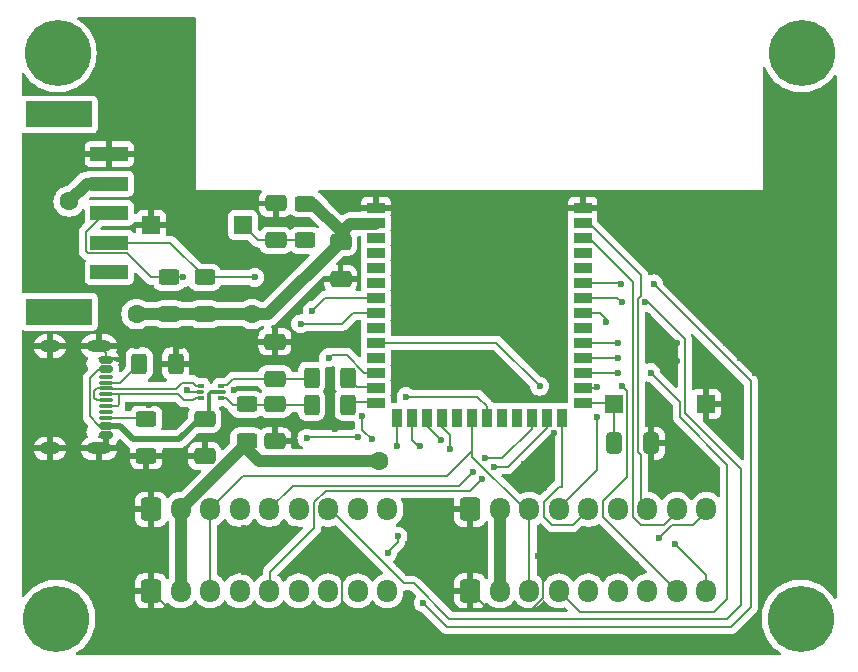
<source format=gbr>
%TF.GenerationSoftware,KiCad,Pcbnew,8.0.8*%
%TF.CreationDate,2025-05-21T09:44:21+02:00*%
%TF.ProjectId,Buttons_Displays_ESP32,42757474-6f6e-4735-9f44-6973706c6179,rev?*%
%TF.SameCoordinates,Original*%
%TF.FileFunction,Copper,L1,Top*%
%TF.FilePolarity,Positive*%
%FSLAX46Y46*%
G04 Gerber Fmt 4.6, Leading zero omitted, Abs format (unit mm)*
G04 Created by KiCad (PCBNEW 8.0.8) date 2025-05-21 09:44:21*
%MOMM*%
%LPD*%
G01*
G04 APERTURE LIST*
G04 Aperture macros list*
%AMRoundRect*
0 Rectangle with rounded corners*
0 $1 Rounding radius*
0 $2 $3 $4 $5 $6 $7 $8 $9 X,Y pos of 4 corners*
0 Add a 4 corners polygon primitive as box body*
4,1,4,$2,$3,$4,$5,$6,$7,$8,$9,$2,$3,0*
0 Add four circle primitives for the rounded corners*
1,1,$1+$1,$2,$3*
1,1,$1+$1,$4,$5*
1,1,$1+$1,$6,$7*
1,1,$1+$1,$8,$9*
0 Add four rect primitives between the rounded corners*
20,1,$1+$1,$2,$3,$4,$5,0*
20,1,$1+$1,$4,$5,$6,$7,0*
20,1,$1+$1,$6,$7,$8,$9,0*
20,1,$1+$1,$8,$9,$2,$3,0*%
G04 Aperture macros list end*
%TA.AperFunction,ComponentPad*%
%ADD10RoundRect,0.250000X-0.600000X-0.725000X0.600000X-0.725000X0.600000X0.725000X-0.600000X0.725000X0*%
%TD*%
%TA.AperFunction,ComponentPad*%
%ADD11O,1.700000X1.950000*%
%TD*%
%TA.AperFunction,SMDPad,CuDef*%
%ADD12RoundRect,0.250000X-0.412500X-0.650000X0.412500X-0.650000X0.412500X0.650000X-0.412500X0.650000X0*%
%TD*%
%TA.AperFunction,SMDPad,CuDef*%
%ADD13RoundRect,0.250000X-0.625000X0.400000X-0.625000X-0.400000X0.625000X-0.400000X0.625000X0.400000X0*%
%TD*%
%TA.AperFunction,SMDPad,CuDef*%
%ADD14R,1.500000X1.500000*%
%TD*%
%TA.AperFunction,SMDPad,CuDef*%
%ADD15R,3.200000X1.200000*%
%TD*%
%TA.AperFunction,SMDPad,CuDef*%
%ADD16R,5.600000X2.200000*%
%TD*%
%TA.AperFunction,SMDPad,CuDef*%
%ADD17RoundRect,0.093750X-0.156250X-0.093750X0.156250X-0.093750X0.156250X0.093750X-0.156250X0.093750X0*%
%TD*%
%TA.AperFunction,SMDPad,CuDef*%
%ADD18RoundRect,0.075000X-0.250000X-0.075000X0.250000X-0.075000X0.250000X0.075000X-0.250000X0.075000X0*%
%TD*%
%TA.AperFunction,SMDPad,CuDef*%
%ADD19RoundRect,0.250000X0.400000X0.625000X-0.400000X0.625000X-0.400000X-0.625000X0.400000X-0.625000X0*%
%TD*%
%TA.AperFunction,SMDPad,CuDef*%
%ADD20RoundRect,0.250000X0.625000X-0.400000X0.625000X0.400000X-0.625000X0.400000X-0.625000X-0.400000X0*%
%TD*%
%TA.AperFunction,SMDPad,CuDef*%
%ADD21RoundRect,0.250000X-0.650000X0.412500X-0.650000X-0.412500X0.650000X-0.412500X0.650000X0.412500X0*%
%TD*%
%TA.AperFunction,ComponentPad*%
%ADD22C,5.600000*%
%TD*%
%TA.AperFunction,SMDPad,CuDef*%
%ADD23RoundRect,0.250000X0.650000X-0.412500X0.650000X0.412500X-0.650000X0.412500X-0.650000X-0.412500X0*%
%TD*%
%TA.AperFunction,SMDPad,CuDef*%
%ADD24R,1.500000X0.900000*%
%TD*%
%TA.AperFunction,SMDPad,CuDef*%
%ADD25R,0.900000X1.500000*%
%TD*%
%TA.AperFunction,HeatsinkPad*%
%ADD26C,0.600000*%
%TD*%
%TA.AperFunction,HeatsinkPad*%
%ADD27R,3.900000X3.900000*%
%TD*%
%TA.AperFunction,SMDPad,CuDef*%
%ADD28RoundRect,0.150000X-0.425000X0.150000X-0.425000X-0.150000X0.425000X-0.150000X0.425000X0.150000X0*%
%TD*%
%TA.AperFunction,SMDPad,CuDef*%
%ADD29RoundRect,0.075000X-0.500000X0.075000X-0.500000X-0.075000X0.500000X-0.075000X0.500000X0.075000X0*%
%TD*%
%TA.AperFunction,HeatsinkPad*%
%ADD30O,2.100000X1.000000*%
%TD*%
%TA.AperFunction,HeatsinkPad*%
%ADD31O,1.800000X1.000000*%
%TD*%
%TA.AperFunction,ViaPad*%
%ADD32C,0.600000*%
%TD*%
%TA.AperFunction,ViaPad*%
%ADD33C,1.600000*%
%TD*%
%TA.AperFunction,Conductor*%
%ADD34C,0.200000*%
%TD*%
%TA.AperFunction,Conductor*%
%ADD35C,1.000000*%
%TD*%
%TA.AperFunction,Conductor*%
%ADD36C,0.300000*%
%TD*%
%TA.AperFunction,Conductor*%
%ADD37C,0.500000*%
%TD*%
G04 APERTURE END LIST*
D10*
%TO.P,J3,1,Pin_1*%
%TO.N,GND*%
X108710000Y-91840000D03*
D11*
%TO.P,J3,2,Pin_2*%
%TO.N,+3.3V*%
X111210000Y-91840000D03*
%TO.P,J3,3,Pin_3*%
%TO.N,SCLK*%
X113710000Y-91840000D03*
%TO.P,J3,4,Pin_4*%
%TO.N,RES3*%
X116210000Y-91840000D03*
%TO.P,J3,5,Pin_5*%
%TO.N,DC3*%
X118710000Y-91840000D03*
%TO.P,J3,6,Pin_6*%
%TO.N,CS{slash}SS3*%
X121210000Y-91840000D03*
%TO.P,J3,7,Pin_7*%
%TO.N,GPIO5*%
X123710000Y-91840000D03*
%TO.P,J3,8,Pin_8*%
%TO.N,GPIO6*%
X126210000Y-91840000D03*
%TO.P,J3,9,Pin_9*%
%TO.N,VIB3*%
X128710000Y-91840000D03*
%TD*%
D12*
%TO.P,C2,1*%
%TO.N,boot0*%
X147937500Y-86250000D03*
%TO.P,C2,2*%
%TO.N,GND*%
X151062500Y-86250000D03*
%TD*%
D13*
%TO.P,R1,1*%
%TO.N,scl*%
X113250000Y-72200000D03*
%TO.P,R1,2*%
%TO.N,+3.3V*%
X113250000Y-75300000D03*
%TD*%
D14*
%TO.P,SW1,1,1*%
%TO.N,boot0*%
X147900000Y-82900000D03*
%TO.P,SW1,2,2*%
%TO.N,GND*%
X155700000Y-82900000D03*
%TD*%
D15*
%TO.P,J5,1,1*%
%TO.N,GND*%
X105175000Y-61750000D03*
%TO.P,J5,2,2*%
%TO.N,+3.3V*%
X105175000Y-64250000D03*
%TO.P,J5,3,3*%
%TO.N,sda*%
X105175000Y-66750000D03*
%TO.P,J5,4,4*%
%TO.N,scl*%
X105175000Y-69250000D03*
%TO.P,J5,5,5*%
%TO.N,+5Vin*%
X105175000Y-71750000D03*
D16*
%TO.P,J5,6*%
%TO.N,N/C*%
X100925000Y-58400000D03*
%TO.P,J5,7*%
X100925000Y-75100000D03*
%TD*%
D17*
%TO.P,U2,1,I/O1*%
%TO.N,Net-(J6-D--PadA7)*%
X112950000Y-81362500D03*
D18*
%TO.P,U2,2,GND*%
%TO.N,GND*%
X112875000Y-81900000D03*
D17*
%TO.P,U2,3,I/O2*%
%TO.N,Net-(J6-D+-PadA6)*%
X112950000Y-82437500D03*
%TO.P,U2,4,I/O2*%
%TO.N,+*%
X114650000Y-82437500D03*
D18*
%TO.P,U2,5,VBUS*%
%TO.N,+5Vout*%
X114725000Y-81900000D03*
D17*
%TO.P,U2,6,I/O1*%
%TO.N,-*%
X114650000Y-81362500D03*
%TD*%
D19*
%TO.P,R4,1*%
%TO.N,Net-(U1-USB_D+)*%
X125400000Y-83000000D03*
%TO.P,R4,2*%
%TO.N,+*%
X122300000Y-83000000D03*
%TD*%
D14*
%TO.P,SW2,1,1*%
%TO.N,reset*%
X116500000Y-67750000D03*
%TO.P,SW2,2,2*%
%TO.N,GND*%
X108700000Y-67750000D03*
%TD*%
D20*
%TO.P,R7,1*%
%TO.N,GND*%
X108300000Y-87300000D03*
%TO.P,R7,2*%
%TO.N,Net-(J6-CC2)*%
X108300000Y-84200000D03*
%TD*%
D21*
%TO.P,C5,1*%
%TO.N,GND*%
X119200000Y-77637500D03*
%TO.P,C5,2*%
%TO.N,-*%
X119200000Y-80762500D03*
%TD*%
D10*
%TO.P,J4,1,Pin_1*%
%TO.N,GND*%
X108710000Y-98740000D03*
D11*
%TO.P,J4,2,Pin_2*%
%TO.N,+3.3V*%
X111210000Y-98740000D03*
%TO.P,J4,3,Pin_3*%
%TO.N,SCLK*%
X113710000Y-98740000D03*
%TO.P,J4,4,Pin_4*%
%TO.N,RES4*%
X116210000Y-98740000D03*
%TO.P,J4,5,Pin_5*%
%TO.N,DC4*%
X118710000Y-98740000D03*
%TO.P,J4,6,Pin_6*%
%TO.N,CS{slash}SS4*%
X121210000Y-98740000D03*
%TO.P,J4,7,Pin_7*%
%TO.N,GPIO7*%
X123710000Y-98740000D03*
%TO.P,J4,8,Pin_8*%
%TO.N,GPIO8*%
X126210000Y-98740000D03*
%TO.P,J4,9,Pin_9*%
%TO.N,VIB4*%
X128710000Y-98740000D03*
%TD*%
D22*
%TO.P,REF\u002A\u002A,1*%
%TO.N,N/C*%
X163700000Y-101100000D03*
%TD*%
D19*
%TO.P,R8,1*%
%TO.N,GND*%
X110800000Y-79500000D03*
%TO.P,R8,2*%
%TO.N,Net-(J6-CC1)*%
X107700000Y-79500000D03*
%TD*%
D23*
%TO.P,C1,1*%
%TO.N,GND*%
X124750000Y-72312500D03*
%TO.P,C1,2*%
%TO.N,+3.3V*%
X124750000Y-69187500D03*
%TD*%
D19*
%TO.P,R3,1*%
%TO.N,Net-(U1-USB_D-)*%
X125400000Y-80700000D03*
%TO.P,R3,2*%
%TO.N,-*%
X122300000Y-80700000D03*
%TD*%
D21*
%TO.P,C6,1*%
%TO.N,+5Vout*%
X113250000Y-84187500D03*
%TO.P,C6,2*%
%TO.N,GND*%
X113250000Y-87312500D03*
%TD*%
D13*
%TO.P,R5,1*%
%TO.N,+3.3V*%
X121750000Y-65950000D03*
%TO.P,R5,2*%
%TO.N,reset*%
X121750000Y-69050000D03*
%TD*%
D20*
%TO.P,R6,1*%
%TO.N,+3.3V*%
X116800000Y-86050000D03*
%TO.P,R6,2*%
%TO.N,+*%
X116800000Y-82950000D03*
%TD*%
D10*
%TO.P,J2,1,Pin_1*%
%TO.N,GND*%
X135730000Y-98740000D03*
D11*
%TO.P,J2,2,Pin_2*%
%TO.N,+3.3V*%
X138230000Y-98740000D03*
%TO.P,J2,3,Pin_3*%
%TO.N,SCLK*%
X140730000Y-98740000D03*
%TO.P,J2,4,Pin_4*%
%TO.N,RES2*%
X143230000Y-98740000D03*
%TO.P,J2,5,Pin_5*%
%TO.N,DC2*%
X145730000Y-98740000D03*
%TO.P,J2,6,Pin_6*%
%TO.N,CS{slash}SS2*%
X148230000Y-98740000D03*
%TO.P,J2,7,Pin_7*%
%TO.N,GPIO3*%
X150730000Y-98740000D03*
%TO.P,J2,8,Pin_8*%
%TO.N,GPIO4*%
X153230000Y-98740000D03*
%TO.P,J2,9,Pin_9*%
%TO.N,VIB2*%
X155730000Y-98740000D03*
%TD*%
D22*
%TO.P,REF\u002A\u002A,1*%
%TO.N,N/C*%
X163800000Y-53200000D03*
%TD*%
D23*
%TO.P,C3,1*%
%TO.N,reset*%
X119250000Y-69062500D03*
%TO.P,C3,2*%
%TO.N,GND*%
X119250000Y-65937500D03*
%TD*%
D22*
%TO.P,REF\u002A\u002A,1*%
%TO.N,N/C*%
X100800000Y-53200000D03*
%TD*%
D24*
%TO.P,U1,1,GND*%
%TO.N,GND*%
X127750000Y-66300000D03*
%TO.P,U1,2,3V3*%
%TO.N,+3.3V*%
X127750000Y-67570000D03*
%TO.P,U1,3,EN*%
%TO.N,reset*%
X127750000Y-68840000D03*
%TO.P,U1,4,IO4*%
%TO.N,scl*%
X127750000Y-70110000D03*
%TO.P,U1,5,IO5*%
%TO.N,sda*%
X127750000Y-71380000D03*
%TO.P,U1,6,IO6*%
%TO.N,unconnected-(U1-IO6-Pad6)*%
X127750000Y-72650000D03*
%TO.P,U1,7,IO7*%
%TO.N,GPIO7*%
X127750000Y-73920000D03*
%TO.P,U1,8,IO15*%
%TO.N,CS{slash}SS4*%
X127750000Y-75190000D03*
%TO.P,U1,9,IO16*%
%TO.N,unconnected-(U1-IO16-Pad9)*%
X127750000Y-76460000D03*
%TO.P,U1,10,IO17*%
%TO.N,VIB2*%
X127750000Y-77730000D03*
%TO.P,U1,11,IO18*%
%TO.N,VIB3*%
X127750000Y-79000000D03*
%TO.P,U1,12,IO8*%
%TO.N,GPIO8*%
X127750000Y-80270000D03*
%TO.P,U1,13,USB_D-*%
%TO.N,Net-(U1-USB_D-)*%
X127750000Y-81540000D03*
%TO.P,U1,14,USB_D+*%
%TO.N,Net-(U1-USB_D+)*%
X127750000Y-82810000D03*
D25*
%TO.P,U1,15,IO3*%
%TO.N,GPIO3*%
X129515000Y-84060000D03*
%TO.P,U1,16,IO46*%
%TO.N,DC2*%
X130785000Y-84060000D03*
%TO.P,U1,17,IO9*%
%TO.N,CS{slash}SS1*%
X132055000Y-84060000D03*
%TO.P,U1,18,IO10*%
%TO.N,CS{slash}SS2*%
X133325000Y-84060000D03*
%TO.P,U1,19,IO11*%
%TO.N,MOSI*%
X134595000Y-84060000D03*
%TO.P,U1,20,IO12*%
%TO.N,SCLK*%
X135865000Y-84060000D03*
%TO.P,U1,21,IO13*%
%TO.N,VIB4*%
X137135000Y-84060000D03*
%TO.P,U1,22,IO14*%
%TO.N,CS{slash}SS3*%
X138405000Y-84060000D03*
%TO.P,U1,23,IO21*%
%TO.N,VIB1*%
X139675000Y-84060000D03*
%TO.P,U1,24,IO47*%
%TO.N,DC3*%
X140945000Y-84060000D03*
%TO.P,U1,25,IO48*%
%TO.N,DC4*%
X142215000Y-84060000D03*
%TO.P,U1,26,IO45*%
%TO.N,DC1*%
X143485000Y-84060000D03*
D24*
%TO.P,U1,27,IO0*%
%TO.N,boot0*%
X145250000Y-82810000D03*
%TO.P,U1,28,IO35*%
%TO.N,RES1*%
X145250000Y-81540000D03*
%TO.P,U1,29,IO36*%
%TO.N,RES2*%
X145250000Y-80270000D03*
%TO.P,U1,30,IO37*%
%TO.N,RES3*%
X145250000Y-79000000D03*
%TO.P,U1,31,IO38*%
%TO.N,RES4*%
X145250000Y-77730000D03*
%TO.P,U1,32,IO39*%
%TO.N,unconnected-(U1-IO39-Pad32)*%
X145250000Y-76460000D03*
%TO.P,U1,33,IO40*%
%TO.N,GPIO4*%
X145250000Y-75190000D03*
%TO.P,U1,34,IO41*%
%TO.N,GPIO5*%
X145250000Y-73920000D03*
%TO.P,U1,35,IO42*%
%TO.N,GPIO6*%
X145250000Y-72650000D03*
%TO.P,U1,36,RXD0*%
%TO.N,unconnected-(U1-RXD0-Pad36)*%
X145250000Y-71380000D03*
%TO.P,U1,37,TXD0*%
%TO.N,unconnected-(U1-TXD0-Pad37)*%
X145250000Y-70110000D03*
%TO.P,U1,38,IO2*%
%TO.N,GPIO2*%
X145250000Y-68840000D03*
%TO.P,U1,39,IO1*%
%TO.N,GPIO1*%
X145250000Y-67570000D03*
%TO.P,U1,40,GND*%
%TO.N,GND*%
X145250000Y-66300000D03*
D26*
%TO.P,U1,41,GND*%
X133600000Y-73320000D03*
X133600000Y-74720000D03*
X134300000Y-72620000D03*
X134300000Y-74020000D03*
X134300000Y-75420000D03*
X135000000Y-73320000D03*
D27*
X135000000Y-74020000D03*
D26*
X135000000Y-74720000D03*
X135700000Y-72620000D03*
X135700000Y-74020000D03*
X135700000Y-75420000D03*
X136400000Y-73320000D03*
X136400000Y-74720000D03*
%TD*%
D22*
%TO.P,REF\u002A\u002A,1*%
%TO.N,N/C*%
X100700000Y-101100000D03*
%TD*%
D10*
%TO.P,J1,1,Pin_1*%
%TO.N,GND*%
X135730000Y-91840000D03*
D11*
%TO.P,J1,2,Pin_2*%
%TO.N,+3.3V*%
X138230000Y-91840000D03*
%TO.P,J1,3,Pin_3*%
%TO.N,SCLK*%
X140730000Y-91840000D03*
%TO.P,J1,4,Pin_4*%
%TO.N,RES1*%
X143230000Y-91840000D03*
%TO.P,J1,5,Pin_5*%
%TO.N,DC1*%
X145730000Y-91840000D03*
%TO.P,J1,6,Pin_6*%
%TO.N,CS{slash}SS1*%
X148230000Y-91840000D03*
%TO.P,J1,7,Pin_7*%
%TO.N,GPIO1*%
X150730000Y-91840000D03*
%TO.P,J1,8,Pin_8*%
%TO.N,GPIO2*%
X153230000Y-91840000D03*
%TO.P,J1,9,Pin_9*%
%TO.N,VIB1*%
X155730000Y-91840000D03*
%TD*%
D20*
%TO.P,R2,1*%
%TO.N,+3.3V*%
X110250000Y-75300000D03*
%TO.P,R2,2*%
%TO.N,sda*%
X110250000Y-72200000D03*
%TD*%
D28*
%TO.P,J6,A1,GND*%
%TO.N,GND*%
X104890000Y-79150000D03*
%TO.P,J6,A4,VBUS*%
%TO.N,+5Vout*%
X104890000Y-79950000D03*
D29*
%TO.P,J6,A5,CC1*%
%TO.N,Net-(J6-CC1)*%
X104890000Y-81100000D03*
%TO.P,J6,A6,D+*%
%TO.N,Net-(J6-D+-PadA6)*%
X104890000Y-82100000D03*
%TO.P,J6,A7,D-*%
%TO.N,Net-(J6-D--PadA7)*%
X104890000Y-82600000D03*
%TO.P,J6,A8,SBU1*%
%TO.N,unconnected-(J6-SBU1-PadA8)*%
X104890000Y-83600000D03*
D28*
%TO.P,J6,A9,VBUS*%
%TO.N,+5Vout*%
X104890000Y-84750000D03*
%TO.P,J6,A12,GND*%
%TO.N,GND*%
X104890000Y-85550000D03*
%TO.P,J6,B1,GND*%
X104890000Y-85550000D03*
%TO.P,J6,B4,VBUS*%
%TO.N,+5Vout*%
X104890000Y-84750000D03*
D29*
%TO.P,J6,B5,CC2*%
%TO.N,Net-(J6-CC2)*%
X104890000Y-84100000D03*
%TO.P,J6,B6,D+*%
%TO.N,Net-(J6-D+-PadA6)*%
X104890000Y-83100000D03*
%TO.P,J6,B7,D-*%
%TO.N,Net-(J6-D--PadA7)*%
X104890000Y-81600000D03*
%TO.P,J6,B8,SBU2*%
%TO.N,unconnected-(J6-SBU2-PadB8)*%
X104890000Y-80600000D03*
D28*
%TO.P,J6,B9,VBUS*%
%TO.N,+5Vout*%
X104890000Y-79950000D03*
%TO.P,J6,B12,GND*%
%TO.N,GND*%
X104890000Y-79150000D03*
D30*
%TO.P,J6,S1,SHIELD*%
X104315000Y-78030000D03*
D31*
X100135000Y-78030000D03*
D30*
X104315000Y-86670000D03*
D31*
X100135000Y-86670000D03*
%TD*%
D23*
%TO.P,C4,1*%
%TO.N,GND*%
X119200000Y-86062500D03*
%TO.P,C4,2*%
%TO.N,+*%
X119200000Y-82937500D03*
%TD*%
D32*
%TO.N,GND*%
X106200000Y-53950000D03*
X153250000Y-88150000D03*
X154250000Y-89250000D03*
D33*
%TO.N,+3.3V*%
X101750000Y-65750000D03*
X117250000Y-75300000D03*
X107500000Y-75300000D03*
X128000000Y-87750000D03*
D32*
%TO.N,GND*%
X123500000Y-84500000D03*
X113000000Y-80000000D03*
X109250000Y-80750000D03*
X152000000Y-90000000D03*
X130500000Y-94750000D03*
X109250000Y-78000000D03*
X123750000Y-96500000D03*
X154860000Y-77780000D03*
X100420000Y-64660000D03*
X156600000Y-89200000D03*
X153250000Y-77750000D03*
X148500000Y-95250000D03*
X107500000Y-78000000D03*
X113750000Y-85750000D03*
X120000000Y-76000000D03*
X115000000Y-84750000D03*
X99960000Y-70430000D03*
X102460000Y-72930000D03*
X133600000Y-91100000D03*
X99960000Y-72930000D03*
X149750000Y-96500000D03*
X147250000Y-94000000D03*
X140250000Y-88000000D03*
X111510000Y-68190000D03*
X115750000Y-81750000D03*
X143000000Y-97000000D03*
X114600000Y-97100000D03*
X110000000Y-83000000D03*
X155200000Y-88000000D03*
X116510000Y-70690000D03*
X141750000Y-93750000D03*
X154200000Y-86900000D03*
X123750000Y-94250000D03*
X98970000Y-68940000D03*
X141500000Y-95750000D03*
X112750000Y-85750000D03*
X151750000Y-83500000D03*
X130500000Y-97250000D03*
X111250000Y-78000000D03*
X110500000Y-87250000D03*
X133500000Y-95750000D03*
X142750000Y-94750000D03*
X133250000Y-97000000D03*
X119000000Y-84500000D03*
X114010000Y-68190000D03*
X108500000Y-83000000D03*
X113000000Y-78000000D03*
X125750000Y-77500000D03*
X115260000Y-69440000D03*
X157360000Y-80280000D03*
X129700000Y-96500000D03*
X151100000Y-88200000D03*
X123500000Y-77500000D03*
X126500000Y-96500000D03*
X144750000Y-94000000D03*
X132500000Y-94500000D03*
X112510000Y-69440000D03*
X150750000Y-75500000D03*
X99160000Y-82090000D03*
X150750000Y-77000000D03*
X121250000Y-78000000D03*
X114010000Y-70690000D03*
X153250000Y-79250000D03*
X158610000Y-79030000D03*
X101210000Y-71680000D03*
X124300000Y-85000000D03*
X135000000Y-97000000D03*
X98460000Y-71680000D03*
X145750000Y-95250000D03*
X150750000Y-81750000D03*
X130500000Y-99300000D03*
X99170000Y-63410000D03*
X106750000Y-83000000D03*
X119250000Y-79250000D03*
X115000000Y-86250000D03*
X155860000Y-79030000D03*
X121200000Y-84700000D03*
X98160000Y-80840000D03*
X111750000Y-81750000D03*
X115000000Y-80000000D03*
X150750000Y-83500000D03*
X115700000Y-95200000D03*
X100660000Y-83340000D03*
X136500000Y-94000000D03*
X121000000Y-93500000D03*
X115000000Y-83500000D03*
X142250000Y-88500000D03*
X115000000Y-78000000D03*
X114700000Y-93400000D03*
X141500000Y-87000000D03*
X145000000Y-96750000D03*
X116600000Y-97100000D03*
X147250000Y-96500000D03*
X116600000Y-93400000D03*
X159860000Y-80280000D03*
X144000000Y-95750000D03*
X100660000Y-80840000D03*
X101910000Y-82090000D03*
X142000000Y-90000000D03*
X157360000Y-77780000D03*
X105770000Y-91580000D03*
X142800000Y-85400000D03*
X121500000Y-96500000D03*
%TO.N,RES1*%
X146500000Y-84000000D03*
X146500000Y-81500000D03*
%TO.N,scl*%
X117500000Y-72200000D03*
X127750000Y-70250000D03*
%TO.N,sda*%
X127750000Y-71380000D03*
X111450000Y-72200000D03*
%TO.N,reset*%
X127780000Y-68880000D03*
X121750000Y-69050000D03*
%TO.N,CS{slash}SS1*%
X133250000Y-86000000D03*
%TO.N,GPIO5*%
X150539743Y-74291208D03*
X148541208Y-74291208D03*
%TO.N,GPIO8*%
X123750000Y-79000000D03*
%TO.N,DC4*%
X136750000Y-89250000D03*
X137750000Y-88250000D03*
%TO.N,RES2*%
X151000000Y-80250000D03*
X148250000Y-80250000D03*
%TO.N,GPIO6*%
X151250000Y-72750000D03*
X148500000Y-72750000D03*
X131750000Y-99750000D03*
%TO.N,CS{slash}SS2*%
X134000000Y-86750000D03*
%TO.N,CS{slash}SS3*%
X126250000Y-85750000D03*
X138405000Y-84060000D03*
X121900000Y-85800000D03*
%TO.N,CS{slash}SS4*%
X121375000Y-76125000D03*
%TO.N,GPIO3*%
X129500000Y-86500000D03*
%TO.N,RES3*%
X148250000Y-79000000D03*
%TO.N,GPIO7*%
X122375000Y-75000000D03*
%TO.N,DC2*%
X131450003Y-86500000D03*
%TO.N,GPIO4*%
X147250000Y-76000000D03*
X148575736Y-81424264D03*
%TO.N,DC3*%
X135967159Y-88661158D03*
X137000000Y-87500000D03*
%TO.N,RES4*%
X148250000Y-77730000D03*
%TO.N,VIB2*%
X153100000Y-94800000D03*
X141600000Y-81400000D03*
%TO.N,VIB1*%
X139675000Y-84060000D03*
X151721827Y-94278173D03*
%TO.N,VIB3*%
X126600000Y-83900000D03*
X127700000Y-79100000D03*
X127400000Y-85900000D03*
%TO.N,VIB4*%
X129611203Y-94100000D03*
X130300000Y-82300000D03*
X128750000Y-95500000D03*
%TD*%
D34*
%TO.N,+5Vout*%
X103520000Y-83970000D02*
X103520000Y-80709594D01*
X104300000Y-84750000D02*
X103520000Y-83970000D01*
X104279594Y-79950000D02*
X104890000Y-79950000D01*
X104890000Y-84750000D02*
X104300000Y-84750000D01*
X103520000Y-80709594D02*
X104279594Y-79950000D01*
%TO.N,RES2*%
X157500000Y-88050000D02*
X153500000Y-84050000D01*
X153500000Y-84050000D02*
X153500000Y-82750000D01*
X157500000Y-99400000D02*
X157500000Y-88050000D01*
X145000000Y-100500000D02*
X156400000Y-100500000D01*
X156400000Y-100500000D02*
X157500000Y-99400000D01*
X153500000Y-82750000D02*
X151000000Y-80250000D01*
X143250000Y-98750000D02*
X145000000Y-100500000D01*
%TO.N,GND*%
X104890000Y-78605000D02*
X104315000Y-78030000D01*
X104890000Y-79150000D02*
X104890000Y-78605000D01*
X104890000Y-86095000D02*
X104315000Y-86670000D01*
X104890000Y-85550000D02*
X104890000Y-86095000D01*
D35*
%TO.N,+3.3V*%
X124750000Y-68250000D02*
X122450000Y-65950000D01*
X116800000Y-86050000D02*
X116800000Y-86230000D01*
D34*
X127632500Y-67687500D02*
X127750000Y-67570000D01*
D35*
X118637500Y-75300000D02*
X117250000Y-75300000D01*
X111240000Y-98730000D02*
X111140000Y-98830000D01*
X124750000Y-69187500D02*
X118637500Y-75300000D01*
X138250000Y-98750000D02*
X138250000Y-91860000D01*
X138250000Y-91860000D02*
X138230000Y-91840000D01*
X116800000Y-86700000D02*
X117850000Y-87750000D01*
X117250000Y-75300000D02*
X110000000Y-75300000D01*
X117850000Y-87750000D02*
X128000000Y-87750000D01*
X122450000Y-65950000D02*
X121750000Y-65950000D01*
D34*
X124750000Y-69187500D02*
X124750000Y-68350000D01*
D35*
X124750000Y-68500000D02*
X125562500Y-67687500D01*
X110250000Y-75300000D02*
X107500000Y-75300000D01*
X124750000Y-69187500D02*
X124750000Y-68500000D01*
X103250000Y-64250000D02*
X104875000Y-64250000D01*
X124750000Y-69187500D02*
X124750000Y-68250000D01*
X116800000Y-86050000D02*
X116800000Y-86700000D01*
X116800000Y-86230000D02*
X111240000Y-91790000D01*
X111240000Y-91790000D02*
X111240000Y-98730000D01*
X125562500Y-67687500D02*
X127632500Y-67687500D01*
D34*
X104875000Y-64250000D02*
X105175000Y-64250000D01*
D35*
X101750000Y-65750000D02*
X103250000Y-64250000D01*
D34*
%TO.N,GND*%
X136500000Y-94000000D02*
X135730000Y-94000000D01*
X124860000Y-100140000D02*
X124860000Y-97610000D01*
X141880000Y-99370000D02*
X141000000Y-100250000D01*
X141500000Y-95750000D02*
X141880000Y-96130000D01*
X141000000Y-100250000D02*
X137240000Y-100250000D01*
X111750000Y-81750000D02*
X111900000Y-81900000D01*
X108710000Y-98740000D02*
X110720000Y-100750000D01*
X124860000Y-97610000D02*
X123750000Y-96500000D01*
X111900000Y-81900000D02*
X112875000Y-81900000D01*
X124250000Y-100750000D02*
X124860000Y-100140000D01*
X110720000Y-100750000D02*
X124250000Y-100750000D01*
X137240000Y-100250000D02*
X135730000Y-98740000D01*
X135730000Y-94000000D02*
X135730000Y-98740000D01*
X135730000Y-91840000D02*
X135730000Y-94000000D01*
X141880000Y-96130000D02*
X141880000Y-99370000D01*
%TO.N,boot0*%
X147937500Y-86250000D02*
X147937500Y-82937500D01*
X147937500Y-82937500D02*
X147900000Y-82900000D01*
X145250000Y-82810000D02*
X147810000Y-82810000D01*
X147810000Y-82810000D02*
X147900000Y-82900000D01*
%TO.N,RES1*%
X146500000Y-81500000D02*
X146460000Y-81540000D01*
X144050000Y-90950000D02*
X146500000Y-88500000D01*
X143320000Y-91680000D02*
X143320000Y-91800000D01*
X146500000Y-86000000D02*
X146500000Y-84000000D01*
X146460000Y-81540000D02*
X145250000Y-81540000D01*
X144050000Y-90950000D02*
X143320000Y-91680000D01*
X143250000Y-91750000D02*
X144050000Y-90950000D01*
X146500000Y-88500000D02*
X146500000Y-86000000D01*
%TO.N,DC1*%
X143485000Y-84060000D02*
X143485000Y-89924009D01*
X141980000Y-91190000D02*
X141980000Y-92466980D01*
X143485000Y-89924009D02*
X143245991Y-89924009D01*
X144400333Y-93169667D02*
X145780000Y-91790000D01*
X145700000Y-91800000D02*
X145860000Y-91800000D01*
X142682687Y-93169667D02*
X144400333Y-93169667D01*
X143245991Y-89924009D02*
X141980000Y-91190000D01*
X141980000Y-92466980D02*
X142682687Y-93169667D01*
%TO.N,scl*%
X113250000Y-72200000D02*
X110300000Y-69250000D01*
X113000000Y-72200000D02*
X117500000Y-72200000D01*
X110300000Y-69250000D02*
X105175000Y-69250000D01*
X127750000Y-70110000D02*
X127750000Y-70250000D01*
%TO.N,sda*%
X104800000Y-66750000D02*
X105175000Y-66750000D01*
X110000000Y-72200000D02*
X111450000Y-72200000D01*
X127370000Y-71380000D02*
X127750000Y-71380000D01*
X108700000Y-72200000D02*
X106650000Y-70150000D01*
X110250000Y-72200000D02*
X108700000Y-72200000D01*
X106650000Y-70150000D02*
X103400000Y-70150000D01*
X103190000Y-68360000D02*
X104800000Y-66750000D01*
X103190000Y-69940000D02*
X103190000Y-68360000D01*
X103400000Y-70150000D02*
X103190000Y-69940000D01*
%TO.N,GPIO1*%
X145250000Y-67570000D02*
X145780000Y-67570000D01*
X150200000Y-73782422D02*
X149939743Y-74042679D01*
X150200000Y-87234744D02*
X150200000Y-91060000D01*
X149939743Y-86974487D02*
X150200000Y-87234744D01*
X149939743Y-74042679D02*
X149939743Y-86974487D01*
X150200000Y-91060000D02*
X150940000Y-91800000D01*
X145780000Y-67570000D02*
X150200000Y-71990000D01*
X150200000Y-71990000D02*
X150200000Y-73782422D01*
%TO.N,reset*%
X117800000Y-69050000D02*
X121750000Y-69050000D01*
X127780000Y-68880000D02*
X127780000Y-68870000D01*
X116500000Y-67750000D02*
X117800000Y-69050000D01*
X127690000Y-68900000D02*
X127750000Y-68840000D01*
X127780000Y-68870000D02*
X127750000Y-68840000D01*
%TO.N,+*%
X115670000Y-83030000D02*
X122370000Y-83030000D01*
X114650000Y-82437500D02*
X115077500Y-82437500D01*
X115077500Y-82437500D02*
X115670000Y-83030000D01*
%TO.N,-*%
X115126295Y-81322500D02*
X115668795Y-80780000D01*
X115668795Y-80780000D02*
X122370000Y-80780000D01*
X114620000Y-81322500D02*
X115126295Y-81322500D01*
D36*
%TO.N,+5Vout*%
X113780000Y-81900000D02*
X114725000Y-81900000D01*
X113590000Y-82627500D02*
X113587500Y-82630000D01*
D37*
X106082500Y-84790000D02*
X107172500Y-85880000D01*
X105062500Y-84790000D02*
X106082500Y-84790000D01*
D36*
X113590000Y-82090000D02*
X113590000Y-82627500D01*
D37*
X111087500Y-85880000D02*
X112900000Y-84067500D01*
D36*
X113587500Y-82630000D02*
X113587500Y-84067500D01*
D37*
X107172500Y-85880000D02*
X111087500Y-85880000D01*
D36*
X113590000Y-82090000D02*
X113780000Y-81900000D01*
D34*
%TO.N,CS{slash}SS1*%
X133250000Y-86000000D02*
X132055000Y-84805000D01*
X132055000Y-84805000D02*
X132055000Y-84060000D01*
%TO.N,GPIO5*%
X158700000Y-88450000D02*
X158700000Y-99900000D01*
X153900000Y-83650000D02*
X158700000Y-88450000D01*
X157500000Y-101100000D02*
X133948529Y-101100000D01*
X130948529Y-98100000D02*
X130150000Y-98100000D01*
X148541208Y-74291208D02*
X148170000Y-73920000D01*
X158700000Y-99900000D02*
X157500000Y-101100000D01*
X150750000Y-74250000D02*
X153900000Y-77400000D01*
X133948529Y-101100000D02*
X130948529Y-98100000D01*
X153900000Y-77400000D02*
X153900000Y-83650000D01*
X148170000Y-73920000D02*
X145250000Y-73920000D01*
X130150000Y-98100000D02*
X123840000Y-91790000D01*
%TO.N,GPIO8*%
X124000000Y-78750000D02*
X125259744Y-78750000D01*
X123750000Y-79000000D02*
X124000000Y-78750000D01*
X125259744Y-78750000D02*
X126779744Y-80270000D01*
X126779744Y-80270000D02*
X127750000Y-80270000D01*
%TO.N,DC4*%
X122500000Y-91250000D02*
X122500000Y-93400000D01*
X118760000Y-97140000D02*
X118760000Y-98770000D01*
X135750000Y-90250000D02*
X123500000Y-90250000D01*
X142215000Y-84937500D02*
X142215000Y-84060000D01*
X123500000Y-90250000D02*
X122500000Y-91250000D01*
X122500000Y-93400000D02*
X118760000Y-97140000D01*
X138902500Y-88250000D02*
X142215000Y-84937500D01*
X137750000Y-88250000D02*
X138902500Y-88250000D01*
X136750000Y-89250000D02*
X135750000Y-90250000D01*
%TO.N,RES2*%
X148230000Y-80270000D02*
X145250000Y-80270000D01*
X148250000Y-80250000D02*
X148230000Y-80270000D01*
%TO.N,GPIO6*%
X131750000Y-99750000D02*
X133800000Y-101800000D01*
X148500000Y-72750000D02*
X148400000Y-72650000D01*
X133800000Y-101800000D02*
X157800000Y-101800000D01*
X157800000Y-101800000D02*
X159500000Y-100100000D01*
X148400000Y-72650000D02*
X145250000Y-72650000D01*
X159500000Y-100100000D02*
X159500000Y-81000000D01*
X159500000Y-81000000D02*
X151250000Y-72750000D01*
%TO.N,CS{slash}SS2*%
X134000000Y-86750000D02*
X134000000Y-85500000D01*
X133325000Y-84825000D02*
X133325000Y-84060000D01*
X134000000Y-85500000D02*
X133325000Y-84825000D01*
%TO.N,CS{slash}SS3*%
X121950000Y-85750000D02*
X126250000Y-85750000D01*
X121900000Y-85800000D02*
X121950000Y-85750000D01*
%TO.N,CS{slash}SS4*%
X125830000Y-75190000D02*
X127750000Y-75190000D01*
X124895000Y-76125000D02*
X125830000Y-75190000D01*
X121375000Y-76125000D02*
X124895000Y-76125000D01*
%TO.N,SCLK*%
X140750000Y-92900000D02*
X140750000Y-91830000D01*
X119000000Y-89000000D02*
X133730000Y-89000000D01*
X140260000Y-91370000D02*
X140730000Y-91840000D01*
X140300000Y-91800000D02*
X140780000Y-91800000D01*
X135865000Y-86865000D02*
X135865000Y-84060000D01*
X133730000Y-89000000D02*
X135865000Y-86865000D01*
X135865000Y-87365000D02*
X140340000Y-91840000D01*
X135865000Y-86865000D02*
X135865000Y-87365000D01*
X140340000Y-91840000D02*
X140730000Y-91840000D01*
X140750000Y-91750000D02*
X140250000Y-91750000D01*
X113680000Y-91790000D02*
X113680000Y-98770000D01*
X119000000Y-89000000D02*
X116470000Y-89000000D01*
X140750000Y-92900000D02*
X140750000Y-91750000D01*
X140250000Y-91750000D02*
X140000000Y-91500000D01*
X140750000Y-91830000D02*
X140780000Y-91800000D01*
X116470000Y-89000000D02*
X113680000Y-91790000D01*
X140750000Y-98750000D02*
X140750000Y-92900000D01*
X140750000Y-91860000D02*
X140730000Y-91840000D01*
X140750000Y-92900000D02*
X140750000Y-91860000D01*
%TO.N,GPIO3*%
X129515000Y-86235000D02*
X129515000Y-84060000D01*
X129500000Y-86250000D02*
X129515000Y-86235000D01*
X129500000Y-86500000D02*
X129500000Y-86250000D01*
%TO.N,RES3*%
X148250000Y-79000000D02*
X145250000Y-79000000D01*
%TO.N,GPIO7*%
X122375000Y-75000000D02*
X123455000Y-73920000D01*
X123455000Y-73920000D02*
X127750000Y-73920000D01*
%TO.N,DC2*%
X131320000Y-86500000D02*
X130785000Y-85965000D01*
X131450003Y-86500000D02*
X131320000Y-86500000D01*
X130785000Y-85965000D02*
X130785000Y-84060000D01*
%TO.N,Net-(J6-D--PadA7)*%
X103920000Y-81815000D02*
X104135000Y-81600000D01*
X104900000Y-81610000D02*
X110840000Y-81610000D01*
X103920000Y-82405000D02*
X103920000Y-81815000D01*
X104890000Y-81600000D02*
X104900000Y-81610000D01*
X112270000Y-81100000D02*
X112520000Y-81350000D01*
X104135000Y-81600000D02*
X104890000Y-81600000D01*
X111350000Y-81100000D02*
X112270000Y-81100000D01*
X112520000Y-81350000D02*
X112892500Y-81350000D01*
X104995000Y-82610000D02*
X104125000Y-82610000D01*
X104125000Y-82610000D02*
X103920000Y-82405000D01*
X110840000Y-81610000D02*
X111350000Y-81100000D01*
%TO.N,Net-(J6-D+-PadA6)*%
X105005000Y-82100000D02*
X106010000Y-82100000D01*
X111000000Y-82110000D02*
X111490000Y-82600000D01*
X106010000Y-82100000D02*
X106020000Y-82110000D01*
X106020000Y-82110000D02*
X111000000Y-82110000D01*
X104890000Y-83100000D02*
X105875000Y-83100000D01*
X105875000Y-83100000D02*
X106020000Y-82955000D01*
X104995000Y-82110000D02*
X105005000Y-82100000D01*
X106020000Y-82955000D02*
X106020000Y-82110000D01*
X111490000Y-82600000D02*
X112270000Y-82600000D01*
X112472500Y-82397500D02*
X112920000Y-82397500D01*
X112270000Y-82600000D02*
X112472500Y-82397500D01*
%TO.N,GPIO2*%
X152123256Y-93156744D02*
X150169318Y-93156744D01*
X149525000Y-72585000D02*
X145780000Y-68840000D01*
X149525000Y-92512426D02*
X149525000Y-72585000D01*
X153480000Y-91800000D02*
X152123256Y-93156744D01*
X150169318Y-93156744D02*
X149525000Y-92512426D01*
X145780000Y-68840000D02*
X145250000Y-68840000D01*
%TO.N,Net-(J6-CC2)*%
X104890000Y-84100000D02*
X108050000Y-84100000D01*
X108050000Y-84100000D02*
X108300000Y-84350000D01*
%TO.N,Net-(J6-CC1)*%
X104890000Y-81100000D02*
X106100000Y-81100000D01*
X106100000Y-81100000D02*
X107700000Y-79500000D01*
%TO.N,Net-(U1-USB_D-)*%
X126170000Y-81480000D02*
X127670000Y-81480000D01*
X125470000Y-80780000D02*
X126170000Y-81480000D01*
%TO.N,GPIO4*%
X146690000Y-75190000D02*
X145250000Y-75190000D01*
X149000000Y-81848529D02*
X148575736Y-81424265D01*
X148575736Y-81424265D02*
X148575736Y-81424264D01*
X147250000Y-75750000D02*
X146690000Y-75190000D01*
X146980000Y-91140000D02*
X149000000Y-89120000D01*
X146980000Y-92480000D02*
X146980000Y-91140000D01*
X153250000Y-98750000D02*
X146980000Y-92480000D01*
X149000000Y-89120000D02*
X149000000Y-81848529D01*
X147250000Y-76000000D02*
X147250000Y-75750000D01*
X148575736Y-81424264D02*
X148575735Y-81424264D01*
%TO.N,Net-(U1-USB_D+)*%
X125750000Y-82750000D02*
X127670000Y-82750000D01*
%TO.N,DC3*%
X120700000Y-89850000D02*
X118710000Y-91840000D01*
X138455000Y-87500000D02*
X137000000Y-87500000D01*
X134778317Y-89850000D02*
X120700000Y-89850000D01*
X140945000Y-85010000D02*
X138455000Y-87500000D01*
X140945000Y-84060000D02*
X140945000Y-85010000D01*
X135967159Y-88661158D02*
X134778317Y-89850000D01*
%TO.N,RES4*%
X148250000Y-77730000D02*
X145250000Y-77730000D01*
%TO.N,VIB2*%
X137930000Y-77730000D02*
X127750000Y-77730000D01*
X155730000Y-97430000D02*
X155730000Y-98740000D01*
X153100000Y-94800000D02*
X155730000Y-97430000D01*
X141600000Y-81400000D02*
X137930000Y-77730000D01*
%TO.N,VIB1*%
X152850000Y-93150000D02*
X154580000Y-93150000D01*
X154580000Y-93150000D02*
X155940000Y-91790000D01*
X151721827Y-94278173D02*
X152850000Y-93150000D01*
%TO.N,VIB3*%
X127750000Y-79050000D02*
X127700000Y-79100000D01*
X127400000Y-85900000D02*
X126600000Y-85100000D01*
X127750000Y-79000000D02*
X127750000Y-79050000D01*
X126600000Y-85100000D02*
X126600000Y-83900000D01*
%TO.N,VIB4*%
X128750000Y-95450000D02*
X129611203Y-94588797D01*
X137135000Y-84060000D02*
X137135000Y-83110000D01*
X128750000Y-95500000D02*
X128750000Y-95450000D01*
X129611203Y-94588797D02*
X129611203Y-94100000D01*
X137135000Y-83110000D02*
X136325000Y-82300000D01*
X136325000Y-82300000D02*
X130300000Y-82300000D01*
%TD*%
%TA.AperFunction,Conductor*%
%TO.N,GND*%
G36*
X112443039Y-50170185D02*
G01*
X112488794Y-50222989D01*
X112500000Y-50274500D01*
X112500000Y-64810000D01*
X117954977Y-64810000D01*
X118022016Y-64829685D01*
X118067771Y-64882489D01*
X118077715Y-64951647D01*
X118048690Y-65015203D01*
X118042658Y-65021681D01*
X118007684Y-65056654D01*
X117915643Y-65205875D01*
X117915641Y-65205880D01*
X117860494Y-65372302D01*
X117860493Y-65372309D01*
X117850000Y-65475013D01*
X117850000Y-65687500D01*
X119126000Y-65687500D01*
X119193039Y-65707185D01*
X119238794Y-65759989D01*
X119250000Y-65811500D01*
X119250000Y-65937500D01*
X119376000Y-65937500D01*
X119443039Y-65957185D01*
X119488794Y-66009989D01*
X119500000Y-66061500D01*
X119500000Y-67099999D01*
X119949972Y-67099999D01*
X119949986Y-67099998D01*
X120052697Y-67089505D01*
X120219119Y-67034358D01*
X120219124Y-67034356D01*
X120368342Y-66942317D01*
X120424464Y-66886195D01*
X120485787Y-66852710D01*
X120555479Y-66857694D01*
X120599827Y-66886195D01*
X120656344Y-66942712D01*
X120805666Y-67034814D01*
X120972203Y-67089999D01*
X121074991Y-67100500D01*
X122134217Y-67100499D01*
X122201256Y-67120183D01*
X122221898Y-67136818D01*
X122873037Y-67787957D01*
X122906522Y-67849280D01*
X122901538Y-67918972D01*
X122859666Y-67974905D01*
X122794202Y-67999322D01*
X122725929Y-67984470D01*
X122720260Y-67981177D01*
X122694340Y-67965189D01*
X122694335Y-67965187D01*
X122694334Y-67965186D01*
X122527797Y-67910001D01*
X122527795Y-67910000D01*
X122425010Y-67899500D01*
X121074998Y-67899500D01*
X121074981Y-67899501D01*
X120972203Y-67910000D01*
X120972200Y-67910001D01*
X120805668Y-67965185D01*
X120805663Y-67965187D01*
X120656342Y-68057289D01*
X120600181Y-68113451D01*
X120538858Y-68146936D01*
X120469166Y-68141952D01*
X120424819Y-68113451D01*
X120368657Y-68057289D01*
X120368656Y-68057288D01*
X120219334Y-67965186D01*
X120052797Y-67910001D01*
X120052795Y-67910000D01*
X119950010Y-67899500D01*
X118549998Y-67899500D01*
X118549981Y-67899501D01*
X118447203Y-67910000D01*
X118447200Y-67910001D01*
X118280668Y-67965185D01*
X118280663Y-67965187D01*
X118131342Y-68057289D01*
X118007287Y-68181344D01*
X118003127Y-68188090D01*
X117951179Y-68234814D01*
X117882216Y-68246035D01*
X117818134Y-68218192D01*
X117809908Y-68210673D01*
X117786818Y-68187583D01*
X117753333Y-68126260D01*
X117750499Y-68099902D01*
X117750499Y-66952129D01*
X117750498Y-66952123D01*
X117750497Y-66952116D01*
X117744091Y-66892517D01*
X117743507Y-66890952D01*
X117712364Y-66807452D01*
X117709435Y-66766495D01*
X117687815Y-66749678D01*
X117607547Y-66642455D01*
X117607544Y-66642452D01*
X117492335Y-66556206D01*
X117492328Y-66556202D01*
X117357482Y-66505908D01*
X117357483Y-66505908D01*
X117297883Y-66499501D01*
X117297881Y-66499500D01*
X117297873Y-66499500D01*
X117297864Y-66499500D01*
X115702129Y-66499500D01*
X115702123Y-66499501D01*
X115642516Y-66505908D01*
X115507671Y-66556202D01*
X115507664Y-66556206D01*
X115392455Y-66642452D01*
X115392452Y-66642455D01*
X115306206Y-66757664D01*
X115306202Y-66757671D01*
X115255908Y-66892517D01*
X115250512Y-66942710D01*
X115249501Y-66952123D01*
X115249500Y-66952135D01*
X115249500Y-68547870D01*
X115249501Y-68547876D01*
X115255908Y-68607483D01*
X115306202Y-68742328D01*
X115306206Y-68742335D01*
X115392452Y-68857544D01*
X115392455Y-68857547D01*
X115507664Y-68943793D01*
X115507671Y-68943797D01*
X115642517Y-68994091D01*
X115642516Y-68994091D01*
X115649444Y-68994835D01*
X115702127Y-69000500D01*
X116849901Y-69000499D01*
X116916940Y-69020184D01*
X116937582Y-69036818D01*
X117431284Y-69530520D01*
X117431286Y-69530521D01*
X117431290Y-69530524D01*
X117568209Y-69609573D01*
X117568216Y-69609577D01*
X117720943Y-69650501D01*
X117777983Y-69650501D01*
X117845022Y-69670186D01*
X117890777Y-69722990D01*
X117895687Y-69735493D01*
X117915186Y-69794334D01*
X118007288Y-69943656D01*
X118131344Y-70067712D01*
X118280666Y-70159814D01*
X118447203Y-70214999D01*
X118549991Y-70225500D01*
X119950008Y-70225499D01*
X120052797Y-70214999D01*
X120219334Y-70159814D01*
X120368656Y-70067712D01*
X120437319Y-69999049D01*
X120498642Y-69965564D01*
X120568334Y-69970548D01*
X120612681Y-69999049D01*
X120656344Y-70042712D01*
X120805666Y-70134814D01*
X120972203Y-70189999D01*
X121074991Y-70200500D01*
X122022717Y-70200499D01*
X122089756Y-70220183D01*
X122135511Y-70272987D01*
X122145455Y-70342146D01*
X122116430Y-70405702D01*
X122110398Y-70412180D01*
X118259399Y-74263181D01*
X118198076Y-74296666D01*
X118171718Y-74299500D01*
X118127588Y-74299500D01*
X118060549Y-74279815D01*
X118056465Y-74277075D01*
X118052373Y-74274210D01*
X117902734Y-74169432D01*
X117902447Y-74169298D01*
X117696497Y-74073261D01*
X117696488Y-74073258D01*
X117476697Y-74014366D01*
X117476693Y-74014365D01*
X117476692Y-74014365D01*
X117476691Y-74014364D01*
X117476686Y-74014364D01*
X117250002Y-73994532D01*
X117249998Y-73994532D01*
X117023313Y-74014364D01*
X117023302Y-74014366D01*
X116803511Y-74073258D01*
X116803502Y-74073261D01*
X116597267Y-74169431D01*
X116597265Y-74169432D01*
X116494595Y-74241322D01*
X116447627Y-74274210D01*
X116443535Y-74277075D01*
X116377329Y-74299402D01*
X116372412Y-74299500D01*
X114366196Y-74299500D01*
X114301100Y-74281039D01*
X114194340Y-74215189D01*
X114194335Y-74215187D01*
X114194334Y-74215186D01*
X114027797Y-74160001D01*
X114027795Y-74160000D01*
X113925010Y-74149500D01*
X112574998Y-74149500D01*
X112574981Y-74149501D01*
X112472203Y-74160000D01*
X112472200Y-74160001D01*
X112305668Y-74215185D01*
X112305659Y-74215189D01*
X112198900Y-74281039D01*
X112133804Y-74299500D01*
X111366196Y-74299500D01*
X111301100Y-74281039D01*
X111194340Y-74215189D01*
X111194335Y-74215187D01*
X111194334Y-74215186D01*
X111027797Y-74160001D01*
X111027795Y-74160000D01*
X110925010Y-74149500D01*
X109574998Y-74149500D01*
X109574981Y-74149501D01*
X109472203Y-74160000D01*
X109472200Y-74160001D01*
X109305668Y-74215185D01*
X109305659Y-74215189D01*
X109198900Y-74281039D01*
X109133804Y-74299500D01*
X108377588Y-74299500D01*
X108310549Y-74279815D01*
X108306465Y-74277075D01*
X108302373Y-74274210D01*
X108152734Y-74169432D01*
X108152447Y-74169298D01*
X107946497Y-74073261D01*
X107946488Y-74073258D01*
X107726697Y-74014366D01*
X107726693Y-74014365D01*
X107726692Y-74014365D01*
X107726691Y-74014364D01*
X107726686Y-74014364D01*
X107500002Y-73994532D01*
X107499998Y-73994532D01*
X107273313Y-74014364D01*
X107273302Y-74014366D01*
X107053511Y-74073258D01*
X107053502Y-74073261D01*
X106847267Y-74169431D01*
X106847265Y-74169432D01*
X106660858Y-74299954D01*
X106499954Y-74460858D01*
X106369432Y-74647265D01*
X106369431Y-74647267D01*
X106273261Y-74853502D01*
X106273258Y-74853511D01*
X106214366Y-75073302D01*
X106214364Y-75073313D01*
X106194532Y-75299998D01*
X106194532Y-75300001D01*
X106214364Y-75526686D01*
X106214366Y-75526697D01*
X106273258Y-75746488D01*
X106273261Y-75746497D01*
X106369431Y-75952732D01*
X106369432Y-75952734D01*
X106499954Y-76139141D01*
X106660858Y-76300045D01*
X106660861Y-76300047D01*
X106847266Y-76430568D01*
X107053504Y-76526739D01*
X107273308Y-76585635D01*
X107435230Y-76599801D01*
X107499998Y-76605468D01*
X107500000Y-76605468D01*
X107500002Y-76605468D01*
X107556673Y-76600509D01*
X107726692Y-76585635D01*
X107946496Y-76526739D01*
X108152734Y-76430568D01*
X108306465Y-76322924D01*
X108372671Y-76300598D01*
X108377588Y-76300500D01*
X109133804Y-76300500D01*
X109198900Y-76318961D01*
X109305659Y-76384810D01*
X109305660Y-76384810D01*
X109305666Y-76384814D01*
X109472203Y-76439999D01*
X109574991Y-76450500D01*
X110925008Y-76450499D01*
X111027797Y-76439999D01*
X111194334Y-76384814D01*
X111294673Y-76322925D01*
X111301100Y-76318961D01*
X111366196Y-76300500D01*
X112133804Y-76300500D01*
X112198900Y-76318961D01*
X112305659Y-76384810D01*
X112305660Y-76384810D01*
X112305666Y-76384814D01*
X112472203Y-76439999D01*
X112574991Y-76450500D01*
X113925008Y-76450499D01*
X114027797Y-76439999D01*
X114194334Y-76384814D01*
X114294673Y-76322925D01*
X114301100Y-76318961D01*
X114366196Y-76300500D01*
X116372412Y-76300500D01*
X116439451Y-76320185D01*
X116443523Y-76322917D01*
X116597266Y-76430568D01*
X116803504Y-76526739D01*
X117023308Y-76585635D01*
X117185230Y-76599801D01*
X117249998Y-76605468D01*
X117250000Y-76605468D01*
X117250002Y-76605468D01*
X117306673Y-76600509D01*
X117476692Y-76585635D01*
X117696496Y-76526739D01*
X117902734Y-76430568D01*
X118056465Y-76322924D01*
X118122671Y-76300598D01*
X118127588Y-76300500D01*
X118187156Y-76300500D01*
X118254195Y-76320185D01*
X118299950Y-76372989D01*
X118309894Y-76442147D01*
X118280869Y-76505703D01*
X118236389Y-76535378D01*
X118237421Y-76537592D01*
X118230875Y-76540643D01*
X118081654Y-76632684D01*
X117957684Y-76756654D01*
X117865643Y-76905875D01*
X117865641Y-76905880D01*
X117810494Y-77072302D01*
X117810493Y-77072309D01*
X117800000Y-77175013D01*
X117800000Y-77387500D01*
X118950000Y-77387500D01*
X119450000Y-77387500D01*
X120599999Y-77387500D01*
X120599999Y-77175028D01*
X120599998Y-77175013D01*
X120589505Y-77072302D01*
X120534358Y-76905880D01*
X120534356Y-76905875D01*
X120442315Y-76756654D01*
X120318345Y-76632684D01*
X120169124Y-76540643D01*
X120169119Y-76540641D01*
X120002697Y-76485494D01*
X120002690Y-76485493D01*
X119899986Y-76475000D01*
X119450000Y-76475000D01*
X119450000Y-77387500D01*
X118950000Y-77387500D01*
X118950000Y-76474999D01*
X118924594Y-76449593D01*
X118891109Y-76388270D01*
X118896093Y-76318578D01*
X118937965Y-76262645D01*
X118964821Y-76247352D01*
X118982665Y-76239961D01*
X119111414Y-76186632D01*
X119275282Y-76077139D01*
X119414639Y-75937782D01*
X119414639Y-75937780D01*
X119424847Y-75927573D01*
X119424848Y-75927570D01*
X123253601Y-72098818D01*
X123314923Y-72065334D01*
X123341281Y-72062500D01*
X124500000Y-72062500D01*
X125000000Y-72062500D01*
X126149999Y-72062500D01*
X126149999Y-71850028D01*
X126149998Y-71850013D01*
X126139505Y-71747302D01*
X126084358Y-71580880D01*
X126084356Y-71580875D01*
X125992315Y-71431654D01*
X125868345Y-71307684D01*
X125719124Y-71215643D01*
X125719119Y-71215641D01*
X125552697Y-71160494D01*
X125552690Y-71160493D01*
X125449986Y-71150000D01*
X125000000Y-71150000D01*
X125000000Y-72062500D01*
X124500000Y-72062500D01*
X124500000Y-71150000D01*
X124499259Y-71149259D01*
X124434742Y-71130315D01*
X124388987Y-71077511D01*
X124379043Y-71008353D01*
X124408068Y-70944797D01*
X124414087Y-70938331D01*
X124965602Y-70386818D01*
X125026925Y-70353333D01*
X125053283Y-70350499D01*
X125450002Y-70350499D01*
X125450008Y-70350499D01*
X125552797Y-70339999D01*
X125719334Y-70284814D01*
X125868656Y-70192712D01*
X125992712Y-70068656D01*
X126084814Y-69919334D01*
X126139999Y-69752797D01*
X126150500Y-69650009D01*
X126150499Y-68811999D01*
X126170183Y-68744961D01*
X126222987Y-68699206D01*
X126274499Y-68688000D01*
X126375500Y-68688000D01*
X126442539Y-68707685D01*
X126488294Y-68760489D01*
X126499500Y-68812000D01*
X126499500Y-69337870D01*
X126499501Y-69337876D01*
X126505908Y-69397481D01*
X126518659Y-69431669D01*
X126523642Y-69501361D01*
X126518659Y-69518331D01*
X126505908Y-69552518D01*
X126499774Y-69609576D01*
X126499501Y-69612123D01*
X126499500Y-69612135D01*
X126499500Y-70607870D01*
X126499501Y-70607876D01*
X126505908Y-70667481D01*
X126518659Y-70701669D01*
X126523642Y-70771361D01*
X126518659Y-70788331D01*
X126505908Y-70822518D01*
X126504024Y-70840046D01*
X126499501Y-70882123D01*
X126499500Y-70882135D01*
X126499500Y-71877870D01*
X126499501Y-71877876D01*
X126505908Y-71937481D01*
X126518659Y-71971669D01*
X126523642Y-72041361D01*
X126518659Y-72058331D01*
X126505908Y-72092518D01*
X126505231Y-72098819D01*
X126499501Y-72152123D01*
X126499500Y-72152135D01*
X126499500Y-73147870D01*
X126499501Y-73147876D01*
X126503196Y-73182247D01*
X126490789Y-73251006D01*
X126443178Y-73302143D01*
X126379906Y-73319500D01*
X126136678Y-73319500D01*
X126069639Y-73299815D01*
X126023884Y-73247011D01*
X126013940Y-73177853D01*
X126031139Y-73130403D01*
X126084356Y-73044124D01*
X126084358Y-73044119D01*
X126139505Y-72877697D01*
X126139506Y-72877690D01*
X126149999Y-72774986D01*
X126150000Y-72774973D01*
X126150000Y-72562500D01*
X123350001Y-72562500D01*
X123350001Y-72774986D01*
X123360494Y-72877697D01*
X123415641Y-73044119D01*
X123415643Y-73044124D01*
X123469198Y-73130949D01*
X123487638Y-73198341D01*
X123466716Y-73265005D01*
X123413074Y-73309775D01*
X123379849Y-73318985D01*
X123375943Y-73319499D01*
X123223214Y-73360423D01*
X123223209Y-73360426D01*
X123086290Y-73439475D01*
X123086282Y-73439481D01*
X122356465Y-74169298D01*
X122295142Y-74202783D01*
X122282668Y-74204837D01*
X122195750Y-74214630D01*
X122025478Y-74274210D01*
X121872737Y-74370184D01*
X121745184Y-74497737D01*
X121649211Y-74650476D01*
X121589631Y-74820745D01*
X121589630Y-74820750D01*
X121569435Y-74999996D01*
X121569435Y-75000003D01*
X121590411Y-75186175D01*
X121588711Y-75186366D01*
X121584972Y-75247321D01*
X121543670Y-75303677D01*
X121478457Y-75328756D01*
X121454475Y-75328388D01*
X121375006Y-75319435D01*
X121374996Y-75319435D01*
X121195750Y-75339630D01*
X121195745Y-75339631D01*
X121025476Y-75399211D01*
X120872737Y-75495184D01*
X120745184Y-75622737D01*
X120649211Y-75775476D01*
X120589631Y-75945745D01*
X120589630Y-75945750D01*
X120569435Y-76124996D01*
X120569435Y-76125003D01*
X120589630Y-76304249D01*
X120589631Y-76304254D01*
X120649211Y-76474523D01*
X120737416Y-76614900D01*
X120745184Y-76627262D01*
X120872738Y-76754816D01*
X121025478Y-76850789D01*
X121182905Y-76905875D01*
X121195745Y-76910368D01*
X121195750Y-76910369D01*
X121374996Y-76930565D01*
X121375000Y-76930565D01*
X121375004Y-76930565D01*
X121554249Y-76910369D01*
X121554252Y-76910368D01*
X121554255Y-76910368D01*
X121724522Y-76850789D01*
X121877262Y-76754816D01*
X121877267Y-76754810D01*
X121880097Y-76752555D01*
X121882275Y-76751665D01*
X121883158Y-76751111D01*
X121883255Y-76751265D01*
X121944783Y-76726145D01*
X121957412Y-76725500D01*
X124808331Y-76725500D01*
X124808347Y-76725501D01*
X124815943Y-76725501D01*
X124974054Y-76725501D01*
X124974057Y-76725501D01*
X125126785Y-76684577D01*
X125176904Y-76655639D01*
X125263716Y-76605520D01*
X125375520Y-76493716D01*
X125375520Y-76493714D01*
X125385728Y-76483507D01*
X125385729Y-76483504D01*
X126042417Y-75826819D01*
X126103740Y-75793334D01*
X126130098Y-75790500D01*
X126379906Y-75790500D01*
X126446945Y-75810185D01*
X126492700Y-75862989D01*
X126503195Y-75927752D01*
X126499500Y-75962127D01*
X126499500Y-75962128D01*
X126499500Y-75962132D01*
X126499500Y-76957870D01*
X126499501Y-76957876D01*
X126505908Y-77017481D01*
X126518659Y-77051669D01*
X126523642Y-77121361D01*
X126518659Y-77138331D01*
X126505908Y-77172518D01*
X126499501Y-77232116D01*
X126499500Y-77232135D01*
X126499500Y-78227870D01*
X126499501Y-78227876D01*
X126505908Y-78287481D01*
X126518659Y-78321669D01*
X126523642Y-78391361D01*
X126518659Y-78408331D01*
X126505908Y-78442518D01*
X126499972Y-78497737D01*
X126499501Y-78502123D01*
X126499500Y-78502135D01*
X126499500Y-78841159D01*
X126479815Y-78908198D01*
X126427011Y-78953953D01*
X126357853Y-78963897D01*
X126294297Y-78934872D01*
X126287819Y-78928840D01*
X125747334Y-78388355D01*
X125747332Y-78388352D01*
X125628461Y-78269481D01*
X125628453Y-78269475D01*
X125533461Y-78214632D01*
X125533459Y-78214631D01*
X125491534Y-78190425D01*
X125491533Y-78190424D01*
X125479007Y-78187067D01*
X125338801Y-78149499D01*
X125180687Y-78149499D01*
X125173091Y-78149499D01*
X125173075Y-78149500D01*
X123920940Y-78149500D01*
X123880019Y-78160464D01*
X123880019Y-78160465D01*
X123769097Y-78190187D01*
X123764574Y-78191399D01*
X123746364Y-78194844D01*
X123570749Y-78214630D01*
X123570745Y-78214631D01*
X123400476Y-78274211D01*
X123247737Y-78370184D01*
X123120184Y-78497737D01*
X123024211Y-78650476D01*
X122964631Y-78820745D01*
X122964630Y-78820750D01*
X122944435Y-78999996D01*
X122944435Y-79000003D01*
X122964631Y-79179253D01*
X122965235Y-79181899D01*
X122965127Y-79183656D01*
X122965411Y-79186175D01*
X122964969Y-79186224D01*
X122960962Y-79251638D01*
X122919663Y-79307995D01*
X122854451Y-79333078D01*
X122831743Y-79332849D01*
X122750012Y-79324500D01*
X121849998Y-79324500D01*
X121849980Y-79324501D01*
X121747203Y-79335000D01*
X121747200Y-79335001D01*
X121580668Y-79390185D01*
X121580663Y-79390187D01*
X121431342Y-79482289D01*
X121307289Y-79606342D01*
X121215187Y-79755663D01*
X121215185Y-79755668D01*
X121199719Y-79802342D01*
X121160001Y-79922203D01*
X121160001Y-79922204D01*
X121160000Y-79922204D01*
X121149500Y-80024983D01*
X121149500Y-80055500D01*
X121129815Y-80122539D01*
X121077011Y-80168294D01*
X121025500Y-80179500D01*
X120673674Y-80179500D01*
X120606635Y-80159815D01*
X120560880Y-80107011D01*
X120555968Y-80094505D01*
X120553117Y-80085901D01*
X120534814Y-80030666D01*
X120442712Y-79881344D01*
X120318656Y-79757288D01*
X120210879Y-79690811D01*
X120169336Y-79665187D01*
X120169331Y-79665185D01*
X120157791Y-79661361D01*
X120002797Y-79610001D01*
X120002795Y-79610000D01*
X119900010Y-79599500D01*
X118499998Y-79599500D01*
X118499981Y-79599501D01*
X118397203Y-79610000D01*
X118397200Y-79610001D01*
X118230668Y-79665185D01*
X118230663Y-79665187D01*
X118081342Y-79757289D01*
X117957289Y-79881342D01*
X117865187Y-80030663D01*
X117865186Y-80030666D01*
X117844032Y-80094505D01*
X117804259Y-80151949D01*
X117739743Y-80178772D01*
X117726326Y-80179500D01*
X115755464Y-80179500D01*
X115755448Y-80179499D01*
X115747852Y-80179499D01*
X115589738Y-80179499D01*
X115437010Y-80220423D01*
X115437008Y-80220424D01*
X115412164Y-80234766D01*
X115412165Y-80234767D01*
X115300082Y-80299477D01*
X115300077Y-80299481D01*
X115188273Y-80411286D01*
X114959008Y-80640550D01*
X114897685Y-80674035D01*
X114855146Y-80675809D01*
X114852270Y-80675430D01*
X114845202Y-80674500D01*
X114454798Y-80674500D01*
X114454792Y-80674500D01*
X114454788Y-80674501D01*
X114338621Y-80689794D01*
X114338616Y-80689796D01*
X114194063Y-80749671D01*
X114069926Y-80844926D01*
X113974672Y-80969062D01*
X113914561Y-81114185D01*
X113870720Y-81168588D01*
X113804426Y-81190653D01*
X113736727Y-81173374D01*
X113689116Y-81122237D01*
X113685439Y-81114185D01*
X113684525Y-81111978D01*
X113625327Y-80969061D01*
X113530074Y-80844926D01*
X113405939Y-80749673D01*
X113405938Y-80749672D01*
X113405936Y-80749671D01*
X113261383Y-80689796D01*
X113261378Y-80689794D01*
X113145211Y-80674501D01*
X113145208Y-80674500D01*
X113145202Y-80674500D01*
X112754798Y-80674500D01*
X112754791Y-80674500D01*
X112753555Y-80674581D01*
X112753193Y-80674500D01*
X112750739Y-80674500D01*
X112750739Y-80673950D01*
X112685372Y-80659324D01*
X112657764Y-80638528D01*
X112638717Y-80619481D01*
X112638716Y-80619480D01*
X112551904Y-80569360D01*
X112551904Y-80569359D01*
X112551900Y-80569358D01*
X112501785Y-80540423D01*
X112349057Y-80499499D01*
X112190943Y-80499499D01*
X112183347Y-80499499D01*
X112183331Y-80499500D01*
X112037727Y-80499500D01*
X111970688Y-80479815D01*
X111924933Y-80427011D01*
X111914989Y-80357853D01*
X111920021Y-80336496D01*
X111939505Y-80277697D01*
X111939506Y-80277690D01*
X111949999Y-80174986D01*
X111950000Y-80174973D01*
X111950000Y-79750000D01*
X109650001Y-79750000D01*
X109650001Y-80174986D01*
X109660494Y-80277697D01*
X109715641Y-80444119D01*
X109715643Y-80444124D01*
X109807684Y-80593345D01*
X109931654Y-80717315D01*
X110033219Y-80779961D01*
X110079943Y-80831909D01*
X110091166Y-80900872D01*
X110063322Y-80964954D01*
X110005254Y-81003810D01*
X109968122Y-81009500D01*
X108532830Y-81009500D01*
X108465791Y-80989815D01*
X108420036Y-80937011D01*
X108410092Y-80867853D01*
X108439117Y-80804297D01*
X108467731Y-80779962D01*
X108568656Y-80717712D01*
X108692712Y-80593656D01*
X108784814Y-80444334D01*
X108839999Y-80277797D01*
X108850500Y-80175009D01*
X108850499Y-78825013D01*
X109650000Y-78825013D01*
X109650000Y-79250000D01*
X110550000Y-79250000D01*
X111050000Y-79250000D01*
X111949999Y-79250000D01*
X111949999Y-78825028D01*
X111949998Y-78825013D01*
X111939505Y-78722302D01*
X111884358Y-78555880D01*
X111884356Y-78555875D01*
X111792315Y-78406654D01*
X111668345Y-78282684D01*
X111519124Y-78190643D01*
X111519119Y-78190641D01*
X111352697Y-78135494D01*
X111352690Y-78135493D01*
X111249986Y-78125000D01*
X111050000Y-78125000D01*
X111050000Y-79250000D01*
X110550000Y-79250000D01*
X110550000Y-78125000D01*
X110350029Y-78125000D01*
X110350012Y-78125001D01*
X110247302Y-78135494D01*
X110080880Y-78190641D01*
X110080875Y-78190643D01*
X109931654Y-78282684D01*
X109807684Y-78406654D01*
X109715643Y-78555875D01*
X109715641Y-78555880D01*
X109660494Y-78722302D01*
X109660493Y-78722309D01*
X109650000Y-78825013D01*
X108850499Y-78825013D01*
X108850499Y-78824992D01*
X108839999Y-78722203D01*
X108784814Y-78555666D01*
X108692712Y-78406344D01*
X108568656Y-78282288D01*
X108439618Y-78202697D01*
X108419336Y-78190187D01*
X108419331Y-78190185D01*
X108417862Y-78189698D01*
X108252797Y-78135001D01*
X108252795Y-78135000D01*
X108150010Y-78124500D01*
X107249998Y-78124500D01*
X107249980Y-78124501D01*
X107147203Y-78135000D01*
X107147200Y-78135001D01*
X106980668Y-78190185D01*
X106980663Y-78190187D01*
X106831342Y-78282289D01*
X106707289Y-78406342D01*
X106615187Y-78555663D01*
X106615185Y-78555668D01*
X106609890Y-78571648D01*
X106560001Y-78722203D01*
X106560001Y-78722204D01*
X106560000Y-78722204D01*
X106549500Y-78824983D01*
X106549500Y-79749901D01*
X106529815Y-79816940D01*
X106513181Y-79837582D01*
X106177181Y-80173582D01*
X106115858Y-80207067D01*
X106046166Y-80202083D01*
X105990233Y-80160211D01*
X105965816Y-80094747D01*
X105965500Y-80085901D01*
X105965500Y-79734313D01*
X105965499Y-79734298D01*
X105964829Y-79725789D01*
X105962598Y-79697431D01*
X105929555Y-79583697D01*
X105929555Y-79514507D01*
X105962100Y-79402490D01*
X105962295Y-79400001D01*
X105962295Y-79400000D01*
X105886308Y-79400000D01*
X105819269Y-79380315D01*
X105798631Y-79363685D01*
X105716865Y-79281919D01*
X105665662Y-79251638D01*
X105575396Y-79198255D01*
X105575393Y-79198254D01*
X105417573Y-79152402D01*
X105417567Y-79152401D01*
X105380701Y-79149500D01*
X105380694Y-79149500D01*
X104399306Y-79149500D01*
X104399295Y-79149500D01*
X104380699Y-79150964D01*
X104312322Y-79136599D01*
X104282444Y-79111199D01*
X104281262Y-79112382D01*
X104280561Y-79111681D01*
X104278438Y-79107794D01*
X104272586Y-79102819D01*
X104270557Y-79100174D01*
X104273179Y-79098162D01*
X104247076Y-79050358D01*
X104252060Y-78980666D01*
X104293932Y-78924733D01*
X104359396Y-78900316D01*
X104368242Y-78900000D01*
X105962295Y-78900000D01*
X105962295Y-78899998D01*
X105962100Y-78897513D01*
X105916281Y-78739801D01*
X105832685Y-78598447D01*
X105832678Y-78598438D01*
X105805888Y-78571648D01*
X105772403Y-78510325D01*
X105777387Y-78440633D01*
X105779008Y-78436514D01*
X105826570Y-78321689D01*
X105834862Y-78280000D01*
X105031988Y-78280000D01*
X105049205Y-78270060D01*
X105105060Y-78214205D01*
X105144556Y-78145796D01*
X105156830Y-78099986D01*
X117800001Y-78099986D01*
X117810494Y-78202697D01*
X117865641Y-78369119D01*
X117865643Y-78369124D01*
X117957684Y-78518345D01*
X118081654Y-78642315D01*
X118230875Y-78734356D01*
X118230880Y-78734358D01*
X118397302Y-78789505D01*
X118397309Y-78789506D01*
X118500019Y-78799999D01*
X118949999Y-78799999D01*
X119450000Y-78799999D01*
X119899972Y-78799999D01*
X119899986Y-78799998D01*
X120002697Y-78789505D01*
X120169119Y-78734358D01*
X120169124Y-78734356D01*
X120318345Y-78642315D01*
X120442315Y-78518345D01*
X120534356Y-78369124D01*
X120534358Y-78369119D01*
X120589505Y-78202697D01*
X120589506Y-78202690D01*
X120599999Y-78099986D01*
X120600000Y-78099973D01*
X120600000Y-77887500D01*
X119450000Y-77887500D01*
X119450000Y-78799999D01*
X118949999Y-78799999D01*
X118950000Y-78799998D01*
X118950000Y-77887500D01*
X117800001Y-77887500D01*
X117800001Y-78099986D01*
X105156830Y-78099986D01*
X105165000Y-78069496D01*
X105165000Y-77990504D01*
X105144556Y-77914204D01*
X105105060Y-77845795D01*
X105049205Y-77789940D01*
X105031988Y-77780000D01*
X105834862Y-77780000D01*
X105826569Y-77738309D01*
X105826569Y-77738307D01*
X105751192Y-77556328D01*
X105751185Y-77556315D01*
X105641751Y-77392537D01*
X105641748Y-77392533D01*
X105502466Y-77253251D01*
X105502462Y-77253248D01*
X105338684Y-77143814D01*
X105338671Y-77143807D01*
X105156693Y-77068430D01*
X105156681Y-77068427D01*
X104963495Y-77030000D01*
X104565000Y-77030000D01*
X104565000Y-77730000D01*
X104065000Y-77730000D01*
X104065000Y-77030000D01*
X103666504Y-77030000D01*
X103473318Y-77068427D01*
X103473306Y-77068430D01*
X103291328Y-77143807D01*
X103291315Y-77143814D01*
X103127537Y-77253248D01*
X103127533Y-77253251D01*
X102988251Y-77392533D01*
X102988248Y-77392537D01*
X102878814Y-77556315D01*
X102878807Y-77556328D01*
X102803430Y-77738307D01*
X102803430Y-77738309D01*
X102795138Y-77780000D01*
X103598012Y-77780000D01*
X103580795Y-77789940D01*
X103524940Y-77845795D01*
X103485444Y-77914204D01*
X103465000Y-77990504D01*
X103465000Y-78069496D01*
X103485444Y-78145796D01*
X103524940Y-78214205D01*
X103580795Y-78270060D01*
X103598012Y-78280000D01*
X102795138Y-78280000D01*
X102803430Y-78321690D01*
X102803430Y-78321692D01*
X102878807Y-78503671D01*
X102878814Y-78503684D01*
X102988248Y-78667462D01*
X102988251Y-78667466D01*
X103127533Y-78806748D01*
X103127537Y-78806751D01*
X103291315Y-78916185D01*
X103291328Y-78916192D01*
X103300838Y-78920131D01*
X103355243Y-78963970D01*
X103377310Y-79030264D01*
X103360033Y-79097963D01*
X103356350Y-79103405D01*
X103278719Y-79237863D01*
X103259928Y-79307995D01*
X103239500Y-79384234D01*
X103239500Y-79535766D01*
X103254478Y-79591666D01*
X103278719Y-79682136D01*
X103302564Y-79723436D01*
X103354485Y-79813365D01*
X103354487Y-79813367D01*
X103373058Y-79831938D01*
X103406543Y-79893261D01*
X103401559Y-79962953D01*
X103373058Y-80007300D01*
X103039481Y-80340876D01*
X103039479Y-80340879D01*
X103019916Y-80374764D01*
X102989752Y-80427011D01*
X102989361Y-80427688D01*
X102989359Y-80427690D01*
X102960425Y-80477803D01*
X102960424Y-80477804D01*
X102949258Y-80519478D01*
X102919499Y-80630537D01*
X102919499Y-80630539D01*
X102919499Y-80798640D01*
X102919500Y-80798653D01*
X102919500Y-83883330D01*
X102919499Y-83883348D01*
X102919499Y-84049054D01*
X102919498Y-84049054D01*
X102960423Y-84201787D01*
X102969619Y-84217713D01*
X102969618Y-84217713D01*
X102969620Y-84217715D01*
X103039475Y-84338709D01*
X103039481Y-84338717D01*
X103158349Y-84457585D01*
X103158355Y-84457590D01*
X103383261Y-84682496D01*
X103416746Y-84743819D01*
X103411762Y-84813511D01*
X103383263Y-84857857D01*
X103354485Y-84886635D01*
X103278719Y-85017863D01*
X103248230Y-85131654D01*
X103239500Y-85164234D01*
X103239500Y-85315766D01*
X103253179Y-85366818D01*
X103278719Y-85462136D01*
X103309645Y-85515701D01*
X103354485Y-85593365D01*
X103354486Y-85593366D01*
X103358549Y-85600403D01*
X103356346Y-85601674D01*
X103376959Y-85654983D01*
X103362923Y-85723428D01*
X103314112Y-85773420D01*
X103300845Y-85779866D01*
X103291324Y-85783809D01*
X103291315Y-85783814D01*
X103127537Y-85893248D01*
X103127533Y-85893251D01*
X102988251Y-86032533D01*
X102988248Y-86032537D01*
X102878814Y-86196315D01*
X102878807Y-86196328D01*
X102803430Y-86378307D01*
X102803430Y-86378309D01*
X102795138Y-86420000D01*
X103598012Y-86420000D01*
X103580795Y-86429940D01*
X103524940Y-86485795D01*
X103485444Y-86554204D01*
X103465000Y-86630504D01*
X103465000Y-86709496D01*
X103485444Y-86785796D01*
X103524940Y-86854205D01*
X103580795Y-86910060D01*
X103598012Y-86920000D01*
X102795138Y-86920000D01*
X102803430Y-86961690D01*
X102803430Y-86961692D01*
X102878807Y-87143671D01*
X102878814Y-87143684D01*
X102988248Y-87307462D01*
X102988251Y-87307466D01*
X103127533Y-87446748D01*
X103127537Y-87446751D01*
X103291315Y-87556185D01*
X103291328Y-87556192D01*
X103473306Y-87631569D01*
X103473318Y-87631572D01*
X103666504Y-87669999D01*
X103666508Y-87670000D01*
X104065000Y-87670000D01*
X104065000Y-86970000D01*
X104565000Y-86970000D01*
X104565000Y-87670000D01*
X104963492Y-87670000D01*
X104963495Y-87669999D01*
X105156681Y-87631572D01*
X105156693Y-87631569D01*
X105338671Y-87556192D01*
X105338684Y-87556185D01*
X105502462Y-87446751D01*
X105502466Y-87446748D01*
X105641748Y-87307466D01*
X105641751Y-87307462D01*
X105751185Y-87143684D01*
X105751192Y-87143671D01*
X105826569Y-86961692D01*
X105826569Y-86961690D01*
X105834862Y-86920000D01*
X105031988Y-86920000D01*
X105049205Y-86910060D01*
X105105060Y-86854205D01*
X105144556Y-86785796D01*
X105165000Y-86709496D01*
X105165000Y-86630504D01*
X105144556Y-86554204D01*
X105105060Y-86485795D01*
X105049205Y-86429940D01*
X104980796Y-86390444D01*
X104904496Y-86370000D01*
X104640000Y-86370000D01*
X104640000Y-85800000D01*
X104368242Y-85800000D01*
X104301203Y-85780315D01*
X104255448Y-85727511D01*
X104245504Y-85658353D01*
X104271788Y-85600798D01*
X104270543Y-85599844D01*
X104272572Y-85597198D01*
X104273863Y-85596254D01*
X104274529Y-85594797D01*
X104280561Y-85588319D01*
X104281262Y-85587618D01*
X104283128Y-85589484D01*
X104328987Y-85555977D01*
X104380704Y-85549036D01*
X104399306Y-85550500D01*
X104399314Y-85550500D01*
X105016000Y-85550500D01*
X105083039Y-85570185D01*
X105128794Y-85622989D01*
X105140000Y-85674500D01*
X105140000Y-86420000D01*
X105834862Y-86420000D01*
X105826569Y-86378309D01*
X105826569Y-86378307D01*
X105779008Y-86263483D01*
X105771539Y-86194014D01*
X105802814Y-86131535D01*
X105805889Y-86128348D01*
X105832683Y-86101553D01*
X105832686Y-86101550D01*
X105916282Y-85960196D01*
X105916283Y-85960194D01*
X105919704Y-85948420D01*
X105957308Y-85889533D01*
X106020780Y-85860325D01*
X106089967Y-85870068D01*
X106126462Y-85895330D01*
X106694084Y-86462952D01*
X106723500Y-86482607D01*
X106752912Y-86502259D01*
X106752914Y-86502260D01*
X106752917Y-86502262D01*
X106817005Y-86545084D01*
X106817006Y-86545084D01*
X106817007Y-86545085D01*
X106873594Y-86568524D01*
X106927998Y-86612364D01*
X106950063Y-86678658D01*
X106943849Y-86722085D01*
X106935494Y-86747299D01*
X106935494Y-86747301D01*
X106925000Y-86850013D01*
X106925000Y-87050000D01*
X109674999Y-87050000D01*
X109674999Y-86850028D01*
X109674998Y-86850013D01*
X111850000Y-86850013D01*
X111850000Y-87062500D01*
X113000000Y-87062500D01*
X113000000Y-86150000D01*
X112550028Y-86150000D01*
X112550012Y-86150001D01*
X112447302Y-86160494D01*
X112280880Y-86215641D01*
X112280875Y-86215643D01*
X112131654Y-86307684D01*
X112007684Y-86431654D01*
X111915643Y-86580875D01*
X111915641Y-86580880D01*
X111860494Y-86747302D01*
X111860493Y-86747309D01*
X111850000Y-86850013D01*
X109674998Y-86850013D01*
X109666528Y-86767102D01*
X109679297Y-86698409D01*
X109727178Y-86647525D01*
X109789886Y-86630500D01*
X111161420Y-86630500D01*
X111275269Y-86607853D01*
X111306413Y-86601658D01*
X111417692Y-86555565D01*
X111442993Y-86545085D01*
X111442993Y-86545084D01*
X111442995Y-86545084D01*
X111507083Y-86502262D01*
X111507083Y-86502261D01*
X111507085Y-86502261D01*
X111536499Y-86482607D01*
X111565916Y-86462952D01*
X112642049Y-85386817D01*
X112703372Y-85353333D01*
X112729730Y-85350499D01*
X113950002Y-85350499D01*
X113950008Y-85350499D01*
X114052797Y-85339999D01*
X114219334Y-85284814D01*
X114368656Y-85192712D01*
X114492712Y-85068656D01*
X114584814Y-84919334D01*
X114639999Y-84752797D01*
X114650500Y-84650009D01*
X114650499Y-83724992D01*
X114648251Y-83702989D01*
X114639999Y-83622203D01*
X114639998Y-83622200D01*
X114627412Y-83584217D01*
X114584814Y-83455666D01*
X114575519Y-83440597D01*
X114497802Y-83314596D01*
X114479362Y-83247204D01*
X114500285Y-83180541D01*
X114553927Y-83135771D01*
X114603341Y-83125500D01*
X114845196Y-83125500D01*
X114845202Y-83125500D01*
X114847356Y-83125216D01*
X114847998Y-83125316D01*
X114849255Y-83125234D01*
X114849273Y-83125514D01*
X114916392Y-83135973D01*
X114951236Y-83160471D01*
X115301284Y-83510520D01*
X115428936Y-83584219D01*
X115477150Y-83634784D01*
X115484640Y-83652599D01*
X115490184Y-83669331D01*
X115507771Y-83697844D01*
X115582288Y-83818656D01*
X115706344Y-83942712D01*
X115855666Y-84034814D01*
X116022203Y-84089999D01*
X116124991Y-84100500D01*
X117475008Y-84100499D01*
X117577797Y-84089999D01*
X117744334Y-84034814D01*
X117893656Y-83942712D01*
X117899819Y-83936549D01*
X117961142Y-83903064D01*
X118030834Y-83908048D01*
X118075181Y-83936549D01*
X118081344Y-83942712D01*
X118230666Y-84034814D01*
X118397203Y-84089999D01*
X118499991Y-84100500D01*
X119900008Y-84100499D01*
X120002797Y-84089999D01*
X120169334Y-84034814D01*
X120318656Y-83942712D01*
X120442712Y-83818656D01*
X120522435Y-83689402D01*
X120574383Y-83642679D01*
X120627974Y-83630500D01*
X121032976Y-83630500D01*
X121100015Y-83650185D01*
X121145770Y-83702989D01*
X121156334Y-83741899D01*
X121160000Y-83777796D01*
X121160001Y-83777799D01*
X121200495Y-83899999D01*
X121215186Y-83944334D01*
X121307288Y-84093656D01*
X121431344Y-84217712D01*
X121580666Y-84309814D01*
X121747203Y-84364999D01*
X121849991Y-84375500D01*
X122750008Y-84375499D01*
X122750016Y-84375498D01*
X122750019Y-84375498D01*
X122806302Y-84369748D01*
X122852797Y-84364999D01*
X123019334Y-84309814D01*
X123168656Y-84217712D01*
X123292712Y-84093656D01*
X123384814Y-83944334D01*
X123439999Y-83777797D01*
X123450500Y-83675009D01*
X123450499Y-82324992D01*
X123449184Y-82312123D01*
X123439999Y-82222203D01*
X123439998Y-82222200D01*
X123424357Y-82175000D01*
X123384814Y-82055666D01*
X123298109Y-81915094D01*
X123279670Y-81847704D01*
X123298110Y-81784904D01*
X123384814Y-81644334D01*
X123439999Y-81477797D01*
X123450500Y-81375009D01*
X123450499Y-80024992D01*
X123439999Y-79922203D01*
X123439997Y-79922198D01*
X123439969Y-79921919D01*
X123452738Y-79853227D01*
X123500619Y-79802342D01*
X123568408Y-79785421D01*
X123577210Y-79786097D01*
X123749996Y-79805565D01*
X123750000Y-79805565D01*
X123750004Y-79805565D01*
X123929249Y-79785369D01*
X123929252Y-79785368D01*
X123929255Y-79785368D01*
X124099522Y-79725789D01*
X124099524Y-79725788D01*
X124104408Y-79723436D01*
X124173349Y-79712080D01*
X124237485Y-79739799D01*
X124276454Y-79797792D01*
X124277883Y-79867647D01*
X124275922Y-79874156D01*
X124260001Y-79922200D01*
X124260000Y-79922204D01*
X124249500Y-80024983D01*
X124249500Y-81375001D01*
X124249501Y-81375018D01*
X124260000Y-81477796D01*
X124260001Y-81477799D01*
X124315185Y-81644331D01*
X124315189Y-81644340D01*
X124401889Y-81784904D01*
X124420329Y-81852296D01*
X124401889Y-81915096D01*
X124315189Y-82055659D01*
X124315185Y-82055668D01*
X124301330Y-82097481D01*
X124260001Y-82222203D01*
X124260001Y-82222204D01*
X124260000Y-82222204D01*
X124249500Y-82324983D01*
X124249500Y-83675001D01*
X124249501Y-83675018D01*
X124260000Y-83777796D01*
X124260001Y-83777799D01*
X124300495Y-83899999D01*
X124315186Y-83944334D01*
X124407288Y-84093656D01*
X124531344Y-84217712D01*
X124680666Y-84309814D01*
X124847203Y-84364999D01*
X124949991Y-84375500D01*
X125850008Y-84375499D01*
X125862896Y-84374182D01*
X125931588Y-84386950D01*
X125982474Y-84434829D01*
X125999500Y-84497540D01*
X125999500Y-84901579D01*
X125979815Y-84968618D01*
X125927011Y-85014373D01*
X125916464Y-85018616D01*
X125908388Y-85021442D01*
X125900474Y-85024212D01*
X125747736Y-85120185D01*
X125744903Y-85122445D01*
X125742724Y-85123334D01*
X125741842Y-85123889D01*
X125741744Y-85123734D01*
X125680217Y-85148855D01*
X125667588Y-85149500D01*
X122405068Y-85149500D01*
X122339096Y-85130494D01*
X122249522Y-85074210D01*
X122249518Y-85074209D01*
X122079262Y-85014633D01*
X122079249Y-85014630D01*
X121900004Y-84994435D01*
X121899996Y-84994435D01*
X121720750Y-85014630D01*
X121720745Y-85014631D01*
X121550476Y-85074211D01*
X121397737Y-85170184D01*
X121270184Y-85297737D01*
X121174211Y-85450476D01*
X121114631Y-85620745D01*
X121114630Y-85620750D01*
X121094435Y-85799996D01*
X121094435Y-85800000D01*
X121114630Y-85979249D01*
X121114631Y-85979254D01*
X121174211Y-86149523D01*
X121249684Y-86269637D01*
X121270184Y-86302262D01*
X121397738Y-86429816D01*
X121452724Y-86464366D01*
X121542070Y-86520506D01*
X121588361Y-86572841D01*
X121599009Y-86641895D01*
X121570634Y-86705743D01*
X121512244Y-86744115D01*
X121476098Y-86749500D01*
X120714376Y-86749500D01*
X120647337Y-86729815D01*
X120601582Y-86677011D01*
X120591018Y-86612897D01*
X120599999Y-86524986D01*
X120600000Y-86524970D01*
X120600000Y-86312500D01*
X119324000Y-86312500D01*
X119256961Y-86292815D01*
X119211206Y-86240011D01*
X119200000Y-86188500D01*
X119200000Y-86062500D01*
X119074000Y-86062500D01*
X119006961Y-86042815D01*
X118961206Y-85990011D01*
X118950000Y-85938500D01*
X118950000Y-85812500D01*
X119450000Y-85812500D01*
X120599999Y-85812500D01*
X120599999Y-85600028D01*
X120599998Y-85600013D01*
X120589505Y-85497302D01*
X120534358Y-85330880D01*
X120534356Y-85330875D01*
X120442315Y-85181654D01*
X120318345Y-85057684D01*
X120169124Y-84965643D01*
X120169119Y-84965641D01*
X120002697Y-84910494D01*
X120002690Y-84910493D01*
X119899986Y-84900000D01*
X119450000Y-84900000D01*
X119450000Y-85812500D01*
X118950000Y-85812500D01*
X118950000Y-84900000D01*
X118500028Y-84900000D01*
X118500012Y-84900001D01*
X118397302Y-84910494D01*
X118230880Y-84965641D01*
X118230875Y-84965643D01*
X118081653Y-85057684D01*
X118081653Y-85057685D01*
X118075530Y-85063808D01*
X118014206Y-85097290D01*
X117944514Y-85092303D01*
X117900172Y-85063804D01*
X117893657Y-85057289D01*
X117893656Y-85057288D01*
X117800888Y-85000069D01*
X117744336Y-84965187D01*
X117744331Y-84965185D01*
X117742862Y-84964698D01*
X117577797Y-84910001D01*
X117577795Y-84910000D01*
X117475010Y-84899500D01*
X116124998Y-84899500D01*
X116124981Y-84899501D01*
X116022203Y-84910000D01*
X116022200Y-84910001D01*
X115855668Y-84965185D01*
X115855663Y-84965187D01*
X115706342Y-85057289D01*
X115582289Y-85181342D01*
X115490187Y-85330663D01*
X115490185Y-85330668D01*
X115471579Y-85386818D01*
X115435001Y-85497203D01*
X115435001Y-85497204D01*
X115435000Y-85497204D01*
X115424500Y-85599983D01*
X115424500Y-86139216D01*
X115404815Y-86206255D01*
X115388181Y-86226897D01*
X114838472Y-86776605D01*
X114777149Y-86810090D01*
X114707457Y-86805106D01*
X114651524Y-86763234D01*
X114633085Y-86727928D01*
X114584358Y-86580880D01*
X114584356Y-86580875D01*
X114492315Y-86431654D01*
X114368345Y-86307684D01*
X114219124Y-86215643D01*
X114219119Y-86215641D01*
X114052697Y-86160494D01*
X114052690Y-86160493D01*
X113949986Y-86150000D01*
X113500000Y-86150000D01*
X113500000Y-87188500D01*
X113480315Y-87255539D01*
X113427511Y-87301294D01*
X113376000Y-87312500D01*
X113250000Y-87312500D01*
X113250000Y-87438500D01*
X113230315Y-87505539D01*
X113177511Y-87551294D01*
X113126000Y-87562500D01*
X111850001Y-87562500D01*
X111850001Y-87774986D01*
X111860494Y-87877697D01*
X111915641Y-88044119D01*
X111915643Y-88044124D01*
X112007684Y-88193345D01*
X112131654Y-88317315D01*
X112280875Y-88409356D01*
X112280880Y-88409358D01*
X112447302Y-88464505D01*
X112447309Y-88464506D01*
X112550019Y-88474999D01*
X112840716Y-88474999D01*
X112907755Y-88494683D01*
X112953510Y-88547487D01*
X112963454Y-88616646D01*
X112934429Y-88680201D01*
X112928397Y-88686680D01*
X111286899Y-90328181D01*
X111225576Y-90361666D01*
X111199218Y-90364500D01*
X111103713Y-90364500D01*
X111055042Y-90372208D01*
X110893760Y-90397753D01*
X110691585Y-90463444D01*
X110502179Y-90559951D01*
X110330215Y-90684889D01*
X110191035Y-90824069D01*
X110129712Y-90857553D01*
X110060020Y-90852569D01*
X110004087Y-90810697D01*
X109997815Y-90801484D01*
X109902315Y-90646654D01*
X109778345Y-90522684D01*
X109629124Y-90430643D01*
X109629119Y-90430641D01*
X109462697Y-90375494D01*
X109462690Y-90375493D01*
X109359986Y-90365000D01*
X108960000Y-90365000D01*
X108960000Y-91435854D01*
X108893343Y-91397370D01*
X108772535Y-91365000D01*
X108647465Y-91365000D01*
X108526657Y-91397370D01*
X108460000Y-91435854D01*
X108460000Y-90365000D01*
X108060028Y-90365000D01*
X108060012Y-90365001D01*
X107957302Y-90375494D01*
X107790880Y-90430641D01*
X107790875Y-90430643D01*
X107641654Y-90522684D01*
X107517684Y-90646654D01*
X107425643Y-90795875D01*
X107425641Y-90795880D01*
X107370494Y-90962302D01*
X107370493Y-90962309D01*
X107360000Y-91065013D01*
X107360000Y-91590000D01*
X108305854Y-91590000D01*
X108267370Y-91656657D01*
X108235000Y-91777465D01*
X108235000Y-91902535D01*
X108267370Y-92023343D01*
X108305854Y-92090000D01*
X107360001Y-92090000D01*
X107360001Y-92614986D01*
X107370494Y-92717697D01*
X107425641Y-92884119D01*
X107425643Y-92884124D01*
X107517684Y-93033345D01*
X107641654Y-93157315D01*
X107790875Y-93249356D01*
X107790880Y-93249358D01*
X107957302Y-93304505D01*
X107957309Y-93304506D01*
X108060019Y-93314999D01*
X108459999Y-93314999D01*
X108460000Y-93314998D01*
X108460000Y-92244145D01*
X108526657Y-92282630D01*
X108647465Y-92315000D01*
X108772535Y-92315000D01*
X108893343Y-92282630D01*
X108960000Y-92244145D01*
X108960000Y-93314999D01*
X109359972Y-93314999D01*
X109359986Y-93314998D01*
X109462697Y-93304505D01*
X109629119Y-93249358D01*
X109629124Y-93249356D01*
X109778345Y-93157315D01*
X109902317Y-93033343D01*
X109997815Y-92878516D01*
X110049763Y-92831791D01*
X110118725Y-92820568D01*
X110182808Y-92848412D01*
X110191035Y-92855931D01*
X110203181Y-92868077D01*
X110236666Y-92929400D01*
X110239500Y-92955758D01*
X110239500Y-97624242D01*
X110219815Y-97691281D01*
X110203182Y-97711921D01*
X110193160Y-97721944D01*
X110191032Y-97724072D01*
X110129707Y-97757554D01*
X110060016Y-97752567D01*
X110004084Y-97710693D01*
X109997815Y-97701484D01*
X109902315Y-97546654D01*
X109778345Y-97422684D01*
X109629124Y-97330643D01*
X109629119Y-97330641D01*
X109462697Y-97275494D01*
X109462690Y-97275493D01*
X109359986Y-97265000D01*
X108960000Y-97265000D01*
X108960000Y-98335854D01*
X108893343Y-98297370D01*
X108772535Y-98265000D01*
X108647465Y-98265000D01*
X108526657Y-98297370D01*
X108460000Y-98335854D01*
X108460000Y-97265000D01*
X108060028Y-97265000D01*
X108060012Y-97265001D01*
X107957302Y-97275494D01*
X107790880Y-97330641D01*
X107790875Y-97330643D01*
X107641654Y-97422684D01*
X107517684Y-97546654D01*
X107425643Y-97695875D01*
X107425641Y-97695880D01*
X107370494Y-97862302D01*
X107370493Y-97862309D01*
X107360000Y-97965013D01*
X107360000Y-98490000D01*
X108305854Y-98490000D01*
X108267370Y-98556657D01*
X108235000Y-98677465D01*
X108235000Y-98802535D01*
X108267370Y-98923343D01*
X108305854Y-98990000D01*
X107360001Y-98990000D01*
X107360001Y-99514986D01*
X107370494Y-99617697D01*
X107425641Y-99784119D01*
X107425643Y-99784124D01*
X107517684Y-99933345D01*
X107641654Y-100057315D01*
X107790875Y-100149356D01*
X107790880Y-100149358D01*
X107957302Y-100204505D01*
X107957309Y-100204506D01*
X108060019Y-100214999D01*
X108459999Y-100214999D01*
X108460000Y-100214998D01*
X108460000Y-99144145D01*
X108526657Y-99182630D01*
X108647465Y-99215000D01*
X108772535Y-99215000D01*
X108893343Y-99182630D01*
X108960000Y-99144145D01*
X108960000Y-100214999D01*
X109359972Y-100214999D01*
X109359986Y-100214998D01*
X109462697Y-100204505D01*
X109629119Y-100149358D01*
X109629124Y-100149356D01*
X109778345Y-100057315D01*
X109902317Y-99933343D01*
X109997815Y-99778516D01*
X110049763Y-99731791D01*
X110118725Y-99720568D01*
X110182808Y-99748412D01*
X110191035Y-99755931D01*
X110330213Y-99895109D01*
X110502179Y-100020048D01*
X110502181Y-100020049D01*
X110502184Y-100020051D01*
X110691588Y-100116557D01*
X110893757Y-100182246D01*
X111103713Y-100215500D01*
X111103714Y-100215500D01*
X111316286Y-100215500D01*
X111316287Y-100215500D01*
X111526243Y-100182246D01*
X111728412Y-100116557D01*
X111917816Y-100020051D01*
X111939789Y-100004086D01*
X112089786Y-99895109D01*
X112089788Y-99895106D01*
X112089792Y-99895104D01*
X112240104Y-99744792D01*
X112359683Y-99580204D01*
X112415011Y-99537540D01*
X112484624Y-99531561D01*
X112546420Y-99564166D01*
X112560313Y-99580199D01*
X112634206Y-99681904D01*
X112679896Y-99744792D01*
X112830213Y-99895109D01*
X113002179Y-100020048D01*
X113002181Y-100020049D01*
X113002184Y-100020051D01*
X113191588Y-100116557D01*
X113393757Y-100182246D01*
X113603713Y-100215500D01*
X113603714Y-100215500D01*
X113816286Y-100215500D01*
X113816287Y-100215500D01*
X114026243Y-100182246D01*
X114228412Y-100116557D01*
X114417816Y-100020051D01*
X114439789Y-100004086D01*
X114589786Y-99895109D01*
X114589788Y-99895106D01*
X114589792Y-99895104D01*
X114740104Y-99744792D01*
X114859683Y-99580204D01*
X114915011Y-99537540D01*
X114984624Y-99531561D01*
X115046420Y-99564166D01*
X115060313Y-99580199D01*
X115134206Y-99681904D01*
X115179896Y-99744792D01*
X115330213Y-99895109D01*
X115502179Y-100020048D01*
X115502181Y-100020049D01*
X115502184Y-100020051D01*
X115691588Y-100116557D01*
X115893757Y-100182246D01*
X116103713Y-100215500D01*
X116103714Y-100215500D01*
X116316286Y-100215500D01*
X116316287Y-100215500D01*
X116526243Y-100182246D01*
X116728412Y-100116557D01*
X116917816Y-100020051D01*
X116939789Y-100004086D01*
X117089786Y-99895109D01*
X117089788Y-99895106D01*
X117089792Y-99895104D01*
X117240104Y-99744792D01*
X117359683Y-99580204D01*
X117415011Y-99537540D01*
X117484624Y-99531561D01*
X117546420Y-99564166D01*
X117560313Y-99580199D01*
X117634206Y-99681904D01*
X117679896Y-99744792D01*
X117830213Y-99895109D01*
X118002179Y-100020048D01*
X118002181Y-100020049D01*
X118002184Y-100020051D01*
X118191588Y-100116557D01*
X118393757Y-100182246D01*
X118603713Y-100215500D01*
X118603714Y-100215500D01*
X118816286Y-100215500D01*
X118816287Y-100215500D01*
X119026243Y-100182246D01*
X119228412Y-100116557D01*
X119417816Y-100020051D01*
X119439789Y-100004086D01*
X119589786Y-99895109D01*
X119589788Y-99895106D01*
X119589792Y-99895104D01*
X119740104Y-99744792D01*
X119859683Y-99580204D01*
X119915011Y-99537540D01*
X119984624Y-99531561D01*
X120046420Y-99564166D01*
X120060313Y-99580199D01*
X120134206Y-99681904D01*
X120179896Y-99744792D01*
X120330213Y-99895109D01*
X120502179Y-100020048D01*
X120502181Y-100020049D01*
X120502184Y-100020051D01*
X120691588Y-100116557D01*
X120893757Y-100182246D01*
X121103713Y-100215500D01*
X121103714Y-100215500D01*
X121316286Y-100215500D01*
X121316287Y-100215500D01*
X121526243Y-100182246D01*
X121728412Y-100116557D01*
X121917816Y-100020051D01*
X121939789Y-100004086D01*
X122089786Y-99895109D01*
X122089788Y-99895106D01*
X122089792Y-99895104D01*
X122240104Y-99744792D01*
X122359683Y-99580204D01*
X122415011Y-99537540D01*
X122484624Y-99531561D01*
X122546420Y-99564166D01*
X122560313Y-99580199D01*
X122634206Y-99681904D01*
X122679896Y-99744792D01*
X122830213Y-99895109D01*
X123002179Y-100020048D01*
X123002181Y-100020049D01*
X123002184Y-100020051D01*
X123191588Y-100116557D01*
X123393757Y-100182246D01*
X123603713Y-100215500D01*
X123603714Y-100215500D01*
X123816286Y-100215500D01*
X123816287Y-100215500D01*
X124026243Y-100182246D01*
X124228412Y-100116557D01*
X124417816Y-100020051D01*
X124439789Y-100004086D01*
X124589786Y-99895109D01*
X124589788Y-99895106D01*
X124589792Y-99895104D01*
X124740104Y-99744792D01*
X124859683Y-99580204D01*
X124915011Y-99537540D01*
X124984624Y-99531561D01*
X125046420Y-99564166D01*
X125060313Y-99580199D01*
X125134206Y-99681904D01*
X125179896Y-99744792D01*
X125330213Y-99895109D01*
X125502179Y-100020048D01*
X125502181Y-100020049D01*
X125502184Y-100020051D01*
X125691588Y-100116557D01*
X125893757Y-100182246D01*
X126103713Y-100215500D01*
X126103714Y-100215500D01*
X126316286Y-100215500D01*
X126316287Y-100215500D01*
X126526243Y-100182246D01*
X126728412Y-100116557D01*
X126917816Y-100020051D01*
X126939789Y-100004086D01*
X127089786Y-99895109D01*
X127089788Y-99895106D01*
X127089792Y-99895104D01*
X127240104Y-99744792D01*
X127359683Y-99580204D01*
X127415011Y-99537540D01*
X127484624Y-99531561D01*
X127546420Y-99564166D01*
X127560313Y-99580199D01*
X127634206Y-99681904D01*
X127679896Y-99744792D01*
X127830213Y-99895109D01*
X128002179Y-100020048D01*
X128002181Y-100020049D01*
X128002184Y-100020051D01*
X128191588Y-100116557D01*
X128393757Y-100182246D01*
X128603713Y-100215500D01*
X128603714Y-100215500D01*
X128816286Y-100215500D01*
X128816287Y-100215500D01*
X129026243Y-100182246D01*
X129228412Y-100116557D01*
X129417816Y-100020051D01*
X129439789Y-100004086D01*
X129589786Y-99895109D01*
X129589788Y-99895106D01*
X129589792Y-99895104D01*
X129740104Y-99744792D01*
X129740106Y-99744788D01*
X129740109Y-99744786D01*
X129865048Y-99572820D01*
X129865047Y-99572820D01*
X129865051Y-99572816D01*
X129961557Y-99383412D01*
X130027246Y-99181243D01*
X130060500Y-98971287D01*
X130060500Y-98824501D01*
X130080185Y-98757462D01*
X130132989Y-98711707D01*
X130184500Y-98700501D01*
X130236654Y-98700501D01*
X130236670Y-98700500D01*
X130648432Y-98700500D01*
X130715471Y-98720185D01*
X130736112Y-98736818D01*
X131099208Y-99099915D01*
X131132693Y-99161237D01*
X131127709Y-99230929D01*
X131116521Y-99253567D01*
X131024211Y-99400476D01*
X130964631Y-99570745D01*
X130964630Y-99570750D01*
X130944435Y-99749996D01*
X130944435Y-99750003D01*
X130964630Y-99929249D01*
X130964631Y-99929254D01*
X131024211Y-100099523D01*
X131074186Y-100179057D01*
X131120184Y-100252262D01*
X131247738Y-100379816D01*
X131400478Y-100475789D01*
X131570745Y-100535368D01*
X131657669Y-100545161D01*
X131722080Y-100572226D01*
X131731464Y-100580699D01*
X133431284Y-102280520D01*
X133568215Y-102359577D01*
X133720943Y-102400501D01*
X133720946Y-102400501D01*
X133886654Y-102400501D01*
X133886670Y-102400500D01*
X157713331Y-102400500D01*
X157713347Y-102400501D01*
X157720943Y-102400501D01*
X157879054Y-102400501D01*
X157879057Y-102400501D01*
X158031785Y-102359577D01*
X158081904Y-102330639D01*
X158168716Y-102280520D01*
X158280520Y-102168716D01*
X158280520Y-102168714D01*
X158290728Y-102158507D01*
X158290730Y-102158504D01*
X159858506Y-100590728D01*
X159858511Y-100590724D01*
X159868714Y-100580520D01*
X159868716Y-100580520D01*
X159980520Y-100468716D01*
X160041730Y-100362696D01*
X160059577Y-100331785D01*
X160100500Y-100179057D01*
X160100500Y-100020943D01*
X160100500Y-81089059D01*
X160100501Y-81089046D01*
X160100501Y-80920945D01*
X160100501Y-80920943D01*
X160059577Y-80768215D01*
X160011261Y-80684530D01*
X159980520Y-80631284D01*
X159868716Y-80519480D01*
X159868715Y-80519479D01*
X159864385Y-80515149D01*
X159864374Y-80515139D01*
X152080700Y-72731465D01*
X152047215Y-72670142D01*
X152045163Y-72657686D01*
X152035368Y-72570745D01*
X151975789Y-72400478D01*
X151879816Y-72247738D01*
X151752262Y-72120184D01*
X151708232Y-72092518D01*
X151599523Y-72024211D01*
X151429254Y-71964631D01*
X151429249Y-71964630D01*
X151250004Y-71944435D01*
X151249996Y-71944435D01*
X151070750Y-71964630D01*
X151070742Y-71964632D01*
X150962959Y-72002347D01*
X150893180Y-72005908D01*
X150832553Y-71971179D01*
X150802230Y-71917399D01*
X150800501Y-71910946D01*
X150800501Y-71910943D01*
X150759577Y-71758215D01*
X150744819Y-71732654D01*
X150724660Y-71697737D01*
X150724660Y-71697736D01*
X150680524Y-71621290D01*
X150680521Y-71621286D01*
X150680520Y-71621284D01*
X150568716Y-71509480D01*
X150568715Y-71509479D01*
X150564385Y-71505149D01*
X150564374Y-71505139D01*
X146536818Y-67477583D01*
X146503333Y-67416260D01*
X146500499Y-67389902D01*
X146500499Y-67072129D01*
X146500498Y-67072123D01*
X146500497Y-67072116D01*
X146494091Y-67012517D01*
X146481073Y-66977616D01*
X146476090Y-66907926D01*
X146481075Y-66890949D01*
X146493597Y-66857375D01*
X146493598Y-66857372D01*
X146499999Y-66797844D01*
X146500000Y-66797827D01*
X146500000Y-66550000D01*
X144000000Y-66550000D01*
X144000000Y-66797844D01*
X144006401Y-66857372D01*
X144006403Y-66857379D01*
X144018925Y-66890952D01*
X144023909Y-66960643D01*
X144018925Y-66977617D01*
X144005909Y-67012514D01*
X144005908Y-67012516D01*
X144003423Y-67035635D01*
X143999501Y-67072123D01*
X143999500Y-67072135D01*
X143999500Y-68067870D01*
X143999501Y-68067876D01*
X144005908Y-68127481D01*
X144018659Y-68161669D01*
X144023642Y-68231361D01*
X144018659Y-68248331D01*
X144005908Y-68282518D01*
X144000733Y-68330657D01*
X143999501Y-68342123D01*
X143999500Y-68342135D01*
X143999500Y-69337870D01*
X143999501Y-69337876D01*
X144005908Y-69397481D01*
X144018659Y-69431669D01*
X144023642Y-69501361D01*
X144018659Y-69518331D01*
X144005908Y-69552518D01*
X143999774Y-69609576D01*
X143999501Y-69612123D01*
X143999500Y-69612135D01*
X143999500Y-70607870D01*
X143999501Y-70607876D01*
X144005908Y-70667481D01*
X144018659Y-70701669D01*
X144023642Y-70771361D01*
X144018659Y-70788331D01*
X144005908Y-70822518D01*
X144004024Y-70840046D01*
X143999501Y-70882123D01*
X143999500Y-70882135D01*
X143999500Y-71877870D01*
X143999501Y-71877876D01*
X144005908Y-71937481D01*
X144018659Y-71971669D01*
X144023642Y-72041361D01*
X144018659Y-72058331D01*
X144005908Y-72092518D01*
X144005231Y-72098819D01*
X143999501Y-72152123D01*
X143999500Y-72152135D01*
X143999500Y-73147870D01*
X143999501Y-73147876D01*
X144005908Y-73207481D01*
X144018659Y-73241669D01*
X144023642Y-73311361D01*
X144018659Y-73328331D01*
X144005908Y-73362518D01*
X143999501Y-73422116D01*
X143999501Y-73422123D01*
X143999500Y-73422135D01*
X143999500Y-74417870D01*
X143999501Y-74417876D01*
X144005908Y-74477481D01*
X144018659Y-74511669D01*
X144023642Y-74581361D01*
X144018659Y-74598331D01*
X144005908Y-74632518D01*
X143999501Y-74692116D01*
X143999501Y-74692123D01*
X143999500Y-74692135D01*
X143999500Y-75687870D01*
X143999501Y-75687876D01*
X144005908Y-75747481D01*
X144018659Y-75781669D01*
X144023642Y-75851361D01*
X144018659Y-75868331D01*
X144005908Y-75902518D01*
X144000510Y-75952732D01*
X143999501Y-75962123D01*
X143999500Y-75962135D01*
X143999500Y-76957870D01*
X143999501Y-76957876D01*
X144005908Y-77017481D01*
X144018659Y-77051669D01*
X144023642Y-77121361D01*
X144018659Y-77138331D01*
X144005908Y-77172518D01*
X143999501Y-77232116D01*
X143999500Y-77232135D01*
X143999500Y-78227870D01*
X143999501Y-78227876D01*
X144005908Y-78287481D01*
X144018659Y-78321669D01*
X144023642Y-78391361D01*
X144018659Y-78408331D01*
X144005908Y-78442518D01*
X143999972Y-78497737D01*
X143999501Y-78502123D01*
X143999500Y-78502135D01*
X143999500Y-79497870D01*
X143999501Y-79497876D01*
X144005908Y-79557481D01*
X144018659Y-79591669D01*
X144023642Y-79661361D01*
X144018659Y-79678331D01*
X144005908Y-79712518D01*
X144001095Y-79757288D01*
X143999501Y-79772123D01*
X143999500Y-79772135D01*
X143999500Y-80767870D01*
X143999501Y-80767876D01*
X144005908Y-80827481D01*
X144018659Y-80861669D01*
X144023642Y-80931361D01*
X144018659Y-80948331D01*
X144005908Y-80982518D01*
X144000069Y-81036832D01*
X143999501Y-81042123D01*
X143999500Y-81042135D01*
X143999500Y-82037870D01*
X143999501Y-82037876D01*
X144005908Y-82097481D01*
X144018659Y-82131669D01*
X144023642Y-82201361D01*
X144018659Y-82218331D01*
X144005908Y-82252518D01*
X143999501Y-82312116D01*
X143999501Y-82312123D01*
X143999500Y-82312135D01*
X143999500Y-82685500D01*
X143979815Y-82752539D01*
X143927011Y-82798294D01*
X143875500Y-82809500D01*
X142987129Y-82809500D01*
X142987123Y-82809501D01*
X142927518Y-82815908D01*
X142893331Y-82828659D01*
X142823639Y-82833642D01*
X142806669Y-82828659D01*
X142772480Y-82815908D01*
X142772482Y-82815908D01*
X142712883Y-82809501D01*
X142712881Y-82809500D01*
X142712873Y-82809500D01*
X142712864Y-82809500D01*
X141717129Y-82809500D01*
X141717123Y-82809501D01*
X141657518Y-82815908D01*
X141623331Y-82828659D01*
X141553639Y-82833642D01*
X141536669Y-82828659D01*
X141502480Y-82815908D01*
X141502482Y-82815908D01*
X141442883Y-82809501D01*
X141442881Y-82809500D01*
X141442873Y-82809500D01*
X141442864Y-82809500D01*
X140447129Y-82809500D01*
X140447123Y-82809501D01*
X140387518Y-82815908D01*
X140353331Y-82828659D01*
X140283639Y-82833642D01*
X140266669Y-82828659D01*
X140232480Y-82815908D01*
X140232482Y-82815908D01*
X140172883Y-82809501D01*
X140172881Y-82809500D01*
X140172873Y-82809500D01*
X140172864Y-82809500D01*
X139177129Y-82809500D01*
X139177123Y-82809501D01*
X139117518Y-82815908D01*
X139083331Y-82828659D01*
X139013639Y-82833642D01*
X138996669Y-82828659D01*
X138962480Y-82815908D01*
X138962482Y-82815908D01*
X138902883Y-82809501D01*
X138902881Y-82809500D01*
X138902873Y-82809500D01*
X138902864Y-82809500D01*
X137907129Y-82809500D01*
X137907123Y-82809501D01*
X137847518Y-82815908D01*
X137813331Y-82828659D01*
X137743639Y-82833642D01*
X137726666Y-82828658D01*
X137691072Y-82815382D01*
X137635139Y-82773510D01*
X137627019Y-82761200D01*
X137615522Y-82741287D01*
X137615521Y-82741286D01*
X137615520Y-82741284D01*
X137503716Y-82629480D01*
X137503715Y-82629479D01*
X137499385Y-82625149D01*
X137499374Y-82625139D01*
X136812590Y-81938355D01*
X136812588Y-81938352D01*
X136693717Y-81819481D01*
X136693709Y-81819475D01*
X136583660Y-81755939D01*
X136583659Y-81755938D01*
X136564769Y-81745032D01*
X136556785Y-81740423D01*
X136404057Y-81699499D01*
X136245943Y-81699499D01*
X136238347Y-81699499D01*
X136238331Y-81699500D01*
X130882412Y-81699500D01*
X130815373Y-81679815D01*
X130805097Y-81672445D01*
X130802263Y-81670185D01*
X130802262Y-81670184D01*
X130738015Y-81629815D01*
X130649523Y-81574211D01*
X130479254Y-81514631D01*
X130479249Y-81514630D01*
X130300004Y-81494435D01*
X130299996Y-81494435D01*
X130120750Y-81514630D01*
X130120745Y-81514631D01*
X129950476Y-81574211D01*
X129797737Y-81670184D01*
X129670184Y-81797737D01*
X129574211Y-81950476D01*
X129514631Y-82120745D01*
X129514630Y-82120750D01*
X129494435Y-82299996D01*
X129494435Y-82300003D01*
X129514630Y-82479249D01*
X129514632Y-82479257D01*
X129572469Y-82644546D01*
X129576030Y-82714325D01*
X129541301Y-82774952D01*
X129479308Y-82807179D01*
X129455427Y-82809500D01*
X129124499Y-82809500D01*
X129057460Y-82789815D01*
X129011705Y-82737011D01*
X129000499Y-82685500D01*
X129000499Y-82312129D01*
X129000498Y-82312123D01*
X129000497Y-82312116D01*
X128994091Y-82252517D01*
X128981340Y-82218332D01*
X128976357Y-82148642D01*
X128981340Y-82131669D01*
X128994091Y-82097483D01*
X129000500Y-82037873D01*
X129000499Y-81042128D01*
X128994091Y-80982517D01*
X128981340Y-80948332D01*
X128976357Y-80878642D01*
X128981340Y-80861669D01*
X128994091Y-80827483D01*
X129000500Y-80767873D01*
X129000499Y-79772128D01*
X128994091Y-79712517D01*
X128981340Y-79678332D01*
X128976357Y-79608642D01*
X128981340Y-79591669D01*
X128994091Y-79557483D01*
X129000500Y-79497873D01*
X129000499Y-78502128D01*
X128996804Y-78467753D01*
X129009211Y-78398994D01*
X129056822Y-78347857D01*
X129120094Y-78330500D01*
X137629903Y-78330500D01*
X137696942Y-78350185D01*
X137717584Y-78366819D01*
X140769298Y-81418534D01*
X140802783Y-81479857D01*
X140804837Y-81492331D01*
X140814630Y-81579249D01*
X140874210Y-81749521D01*
X140946888Y-81865187D01*
X140970184Y-81902262D01*
X141097738Y-82029816D01*
X141139954Y-82056342D01*
X141242450Y-82120745D01*
X141250478Y-82125789D01*
X141391115Y-82175000D01*
X141420745Y-82185368D01*
X141420750Y-82185369D01*
X141599996Y-82205565D01*
X141600000Y-82205565D01*
X141600004Y-82205565D01*
X141779249Y-82185369D01*
X141779252Y-82185368D01*
X141779255Y-82185368D01*
X141949522Y-82125789D01*
X142102262Y-82029816D01*
X142229816Y-81902262D01*
X142325789Y-81749522D01*
X142385368Y-81579255D01*
X142385621Y-81577011D01*
X142405565Y-81400003D01*
X142405565Y-81399996D01*
X142385369Y-81220750D01*
X142385368Y-81220745D01*
X142367117Y-81168588D01*
X142325789Y-81050478D01*
X142322447Y-81045160D01*
X142272051Y-80964954D01*
X142229816Y-80897738D01*
X142102262Y-80770184D01*
X142040353Y-80731284D01*
X141949521Y-80674210D01*
X141779249Y-80614630D01*
X141692331Y-80604837D01*
X141627917Y-80577770D01*
X141618534Y-80569298D01*
X138417590Y-77368355D01*
X138417588Y-77368352D01*
X138298717Y-77249481D01*
X138298709Y-77249475D01*
X138196936Y-77190717D01*
X138196934Y-77190716D01*
X138161790Y-77170425D01*
X138161789Y-77170424D01*
X138149263Y-77167067D01*
X138009057Y-77129499D01*
X137850943Y-77129499D01*
X137843347Y-77129499D01*
X137843331Y-77129500D01*
X129120094Y-77129500D01*
X129053055Y-77109815D01*
X129007300Y-77057011D01*
X128996804Y-76992246D01*
X129000500Y-76957873D01*
X129000499Y-75962128D01*
X128994091Y-75902517D01*
X128981340Y-75868332D01*
X128976357Y-75798642D01*
X128981340Y-75781669D01*
X128994091Y-75747483D01*
X129000500Y-75687873D01*
X129000499Y-74692128D01*
X128994091Y-74632517D01*
X128981340Y-74598332D01*
X128976357Y-74528642D01*
X128981340Y-74511669D01*
X128994091Y-74477483D01*
X129000500Y-74417873D01*
X129000499Y-73422128D01*
X128994091Y-73362517D01*
X128981340Y-73328332D01*
X128976357Y-73258642D01*
X128981340Y-73241669D01*
X128994091Y-73207483D01*
X129000500Y-73147873D01*
X129000499Y-72152128D01*
X128994091Y-72092517D01*
X128981340Y-72058332D01*
X128976357Y-71988642D01*
X128981340Y-71971669D01*
X128994091Y-71937483D01*
X129000500Y-71877873D01*
X129000499Y-70882128D01*
X128994091Y-70822517D01*
X128981340Y-70788332D01*
X128976357Y-70718642D01*
X128981340Y-70701669D01*
X128994091Y-70667483D01*
X129000500Y-70607873D01*
X129000499Y-69612128D01*
X128994091Y-69552517D01*
X128981340Y-69518332D01*
X128976357Y-69448642D01*
X128981340Y-69431669D01*
X128994091Y-69397483D01*
X129000500Y-69337873D01*
X129000499Y-68342128D01*
X128994091Y-68282517D01*
X128981340Y-68248332D01*
X128976357Y-68178642D01*
X128981340Y-68161669D01*
X128994091Y-68127483D01*
X129000500Y-68067873D01*
X129000499Y-67072128D01*
X128994091Y-67012517D01*
X128981073Y-66977616D01*
X128976090Y-66907926D01*
X128981075Y-66890949D01*
X128993597Y-66857375D01*
X128993598Y-66857372D01*
X128999999Y-66797844D01*
X129000000Y-66797827D01*
X129000000Y-66550000D01*
X126500000Y-66550000D01*
X126500000Y-66563000D01*
X126480315Y-66630039D01*
X126427511Y-66675794D01*
X126376000Y-66687000D01*
X125667175Y-66687000D01*
X125667155Y-66686999D01*
X125661041Y-66686999D01*
X125463960Y-66686999D01*
X125463957Y-66686999D01*
X125270672Y-66725446D01*
X125270664Y-66725448D01*
X125088588Y-66800866D01*
X125088574Y-66800874D01*
X124949722Y-66893652D01*
X124883045Y-66914530D01*
X124815665Y-66896045D01*
X124793151Y-66878231D01*
X123717075Y-65802155D01*
X126500000Y-65802155D01*
X126500000Y-66050000D01*
X127500000Y-66050000D01*
X128000000Y-66050000D01*
X129000000Y-66050000D01*
X129000000Y-65802172D01*
X128999999Y-65802155D01*
X144000000Y-65802155D01*
X144000000Y-66050000D01*
X145000000Y-66050000D01*
X145500000Y-66050000D01*
X146500000Y-66050000D01*
X146500000Y-65802172D01*
X146499999Y-65802155D01*
X146493598Y-65742627D01*
X146493596Y-65742620D01*
X146443354Y-65607913D01*
X146443350Y-65607906D01*
X146357190Y-65492812D01*
X146357187Y-65492809D01*
X146242093Y-65406649D01*
X146242086Y-65406645D01*
X146107379Y-65356403D01*
X146107372Y-65356401D01*
X146047844Y-65350000D01*
X145500000Y-65350000D01*
X145500000Y-66050000D01*
X145000000Y-66050000D01*
X145000000Y-65350000D01*
X144452155Y-65350000D01*
X144392627Y-65356401D01*
X144392620Y-65356403D01*
X144257913Y-65406645D01*
X144257906Y-65406649D01*
X144142812Y-65492809D01*
X144142809Y-65492812D01*
X144056649Y-65607906D01*
X144056645Y-65607913D01*
X144006403Y-65742620D01*
X144006401Y-65742627D01*
X144000000Y-65802155D01*
X128999999Y-65802155D01*
X128993598Y-65742627D01*
X128993596Y-65742620D01*
X128943354Y-65607913D01*
X128943350Y-65607906D01*
X128857190Y-65492812D01*
X128857187Y-65492809D01*
X128742093Y-65406649D01*
X128742086Y-65406645D01*
X128607379Y-65356403D01*
X128607372Y-65356401D01*
X128547844Y-65350000D01*
X128000000Y-65350000D01*
X128000000Y-66050000D01*
X127500000Y-66050000D01*
X127500000Y-65350000D01*
X126952155Y-65350000D01*
X126892627Y-65356401D01*
X126892620Y-65356403D01*
X126757913Y-65406645D01*
X126757906Y-65406649D01*
X126642812Y-65492809D01*
X126642809Y-65492812D01*
X126556649Y-65607906D01*
X126556645Y-65607913D01*
X126506403Y-65742620D01*
X126506401Y-65742627D01*
X126500000Y-65802155D01*
X123717075Y-65802155D01*
X123231479Y-65316559D01*
X123231459Y-65316537D01*
X123087784Y-65172862D01*
X123050114Y-65147692D01*
X123002019Y-65115556D01*
X122973494Y-65085972D01*
X122972188Y-65087005D01*
X122967710Y-65081341D01*
X122908050Y-65021681D01*
X122874565Y-64960358D01*
X122879549Y-64890666D01*
X122921421Y-64834733D01*
X122986885Y-64810316D01*
X122995731Y-64810000D01*
X160500000Y-64810000D01*
X160500000Y-54480794D01*
X160519685Y-54413755D01*
X160572489Y-54368000D01*
X160641647Y-54358056D01*
X160705203Y-54387081D01*
X160739193Y-54434897D01*
X160800142Y-54587870D01*
X160800151Y-54587888D01*
X160967784Y-54904077D01*
X160967787Y-54904082D01*
X160967789Y-54904085D01*
X161124314Y-55134943D01*
X161168634Y-55200309D01*
X161168641Y-55200319D01*
X161400331Y-55473085D01*
X161400332Y-55473086D01*
X161660163Y-55719211D01*
X161945081Y-55935800D01*
X162251747Y-56120315D01*
X162251749Y-56120316D01*
X162251751Y-56120317D01*
X162251755Y-56120319D01*
X162576552Y-56270585D01*
X162576565Y-56270591D01*
X162915726Y-56384868D01*
X163265254Y-56461805D01*
X163621052Y-56500500D01*
X163621058Y-56500500D01*
X163978942Y-56500500D01*
X163978948Y-56500500D01*
X164334746Y-56461805D01*
X164684274Y-56384868D01*
X165023435Y-56270591D01*
X165348253Y-56120315D01*
X165654919Y-55935800D01*
X165939837Y-55719211D01*
X166199668Y-55473086D01*
X166431365Y-55200311D01*
X166522867Y-55065356D01*
X166576781Y-55020915D01*
X166646163Y-55012677D01*
X166708985Y-55043258D01*
X166745301Y-55102948D01*
X166749500Y-55134943D01*
X166749500Y-99312546D01*
X166729815Y-99379585D01*
X166677011Y-99425340D01*
X166607853Y-99435284D01*
X166544297Y-99406259D01*
X166522867Y-99382133D01*
X166420348Y-99230929D01*
X166331365Y-99099689D01*
X166331361Y-99099684D01*
X166331358Y-99099680D01*
X166099668Y-98826914D01*
X166004556Y-98736819D01*
X165839837Y-98580789D01*
X165839830Y-98580783D01*
X165839827Y-98580781D01*
X165772245Y-98529407D01*
X165554919Y-98364200D01*
X165248253Y-98179685D01*
X165248252Y-98179684D01*
X165248248Y-98179682D01*
X165248244Y-98179680D01*
X164923447Y-98029414D01*
X164923441Y-98029411D01*
X164923435Y-98029409D01*
X164732315Y-97965013D01*
X164584273Y-97915131D01*
X164234744Y-97838194D01*
X163878949Y-97799500D01*
X163878948Y-97799500D01*
X163521052Y-97799500D01*
X163521050Y-97799500D01*
X163165255Y-97838194D01*
X162815726Y-97915131D01*
X162559970Y-98001306D01*
X162476565Y-98029409D01*
X162476563Y-98029410D01*
X162476552Y-98029414D01*
X162151755Y-98179680D01*
X162151751Y-98179682D01*
X161956153Y-98297370D01*
X161845081Y-98364200D01*
X161756768Y-98431333D01*
X161560172Y-98580781D01*
X161560163Y-98580789D01*
X161300331Y-98826914D01*
X161068641Y-99099680D01*
X161068634Y-99099690D01*
X160867790Y-99395913D01*
X160867784Y-99395922D01*
X160700151Y-99712111D01*
X160700142Y-99712129D01*
X160567674Y-100044600D01*
X160567672Y-100044607D01*
X160471932Y-100389434D01*
X160471926Y-100389460D01*
X160414029Y-100742614D01*
X160414028Y-100742631D01*
X160394652Y-101099997D01*
X160394652Y-101100002D01*
X160414028Y-101457368D01*
X160414029Y-101457385D01*
X160471926Y-101810539D01*
X160471932Y-101810565D01*
X160567672Y-102155392D01*
X160567674Y-102155399D01*
X160700142Y-102487870D01*
X160700151Y-102487888D01*
X160867784Y-102804077D01*
X160867787Y-102804082D01*
X160867789Y-102804085D01*
X161024314Y-103034943D01*
X161068634Y-103100309D01*
X161068641Y-103100319D01*
X161300331Y-103373085D01*
X161300332Y-103373086D01*
X161560163Y-103619211D01*
X161845081Y-103835800D01*
X161983776Y-103919250D01*
X162031071Y-103970679D01*
X162043053Y-104039514D01*
X162015918Y-104103899D01*
X161958281Y-104143393D01*
X161919847Y-104149500D01*
X102480153Y-104149500D01*
X102413114Y-104129815D01*
X102367359Y-104077011D01*
X102357415Y-104007853D01*
X102386440Y-103944297D01*
X102416224Y-103919250D01*
X102554919Y-103835800D01*
X102839837Y-103619211D01*
X103099668Y-103373086D01*
X103331365Y-103100311D01*
X103532211Y-102804085D01*
X103699853Y-102487880D01*
X103832324Y-102155403D01*
X103928071Y-101810552D01*
X103985972Y-101457371D01*
X104005348Y-101100000D01*
X103985972Y-100742629D01*
X103961068Y-100590724D01*
X103928073Y-100389460D01*
X103928072Y-100389459D01*
X103928071Y-100389448D01*
X103870542Y-100182246D01*
X103832327Y-100044607D01*
X103832325Y-100044600D01*
X103699857Y-99712129D01*
X103699848Y-99712111D01*
X103667589Y-99651265D01*
X103595339Y-99514986D01*
X103532215Y-99395922D01*
X103532213Y-99395919D01*
X103532211Y-99395915D01*
X103331365Y-99099689D01*
X103331361Y-99099684D01*
X103331358Y-99099680D01*
X103099668Y-98826914D01*
X103004556Y-98736819D01*
X102839837Y-98580789D01*
X102839830Y-98580783D01*
X102839827Y-98580781D01*
X102772245Y-98529407D01*
X102554919Y-98364200D01*
X102248253Y-98179685D01*
X102248252Y-98179684D01*
X102248248Y-98179682D01*
X102248244Y-98179680D01*
X101923447Y-98029414D01*
X101923441Y-98029411D01*
X101923435Y-98029409D01*
X101732315Y-97965013D01*
X101584273Y-97915131D01*
X101234744Y-97838194D01*
X100878949Y-97799500D01*
X100878948Y-97799500D01*
X100521052Y-97799500D01*
X100521050Y-97799500D01*
X100165255Y-97838194D01*
X99815726Y-97915131D01*
X99559970Y-98001306D01*
X99476565Y-98029409D01*
X99476563Y-98029410D01*
X99476552Y-98029414D01*
X99151755Y-98179680D01*
X99151751Y-98179682D01*
X98956153Y-98297370D01*
X98845081Y-98364200D01*
X98756768Y-98431333D01*
X98560172Y-98580781D01*
X98560163Y-98580789D01*
X98300331Y-98826914D01*
X98068641Y-99099680D01*
X98068633Y-99099690D01*
X97977133Y-99234644D01*
X97923219Y-99279085D01*
X97853837Y-99287323D01*
X97791015Y-99256742D01*
X97754699Y-99197052D01*
X97750500Y-99165057D01*
X97750500Y-87749986D01*
X106925001Y-87749986D01*
X106935494Y-87852697D01*
X106990641Y-88019119D01*
X106990643Y-88019124D01*
X107082684Y-88168345D01*
X107206654Y-88292315D01*
X107355875Y-88384356D01*
X107355880Y-88384358D01*
X107522302Y-88439505D01*
X107522309Y-88439506D01*
X107625019Y-88449999D01*
X108049999Y-88449999D01*
X108550000Y-88449999D01*
X108974972Y-88449999D01*
X108974986Y-88449998D01*
X109077697Y-88439505D01*
X109244119Y-88384358D01*
X109244124Y-88384356D01*
X109393345Y-88292315D01*
X109517315Y-88168345D01*
X109609356Y-88019124D01*
X109609358Y-88019119D01*
X109664505Y-87852697D01*
X109664506Y-87852690D01*
X109674999Y-87749986D01*
X109675000Y-87749973D01*
X109675000Y-87550000D01*
X108550000Y-87550000D01*
X108550000Y-88449999D01*
X108049999Y-88449999D01*
X108050000Y-88449998D01*
X108050000Y-87550000D01*
X106925001Y-87550000D01*
X106925001Y-87749986D01*
X97750500Y-87749986D01*
X97750500Y-86420000D01*
X98765138Y-86420000D01*
X99568012Y-86420000D01*
X99550795Y-86429940D01*
X99494940Y-86485795D01*
X99455444Y-86554204D01*
X99435000Y-86630504D01*
X99435000Y-86709496D01*
X99455444Y-86785796D01*
X99494940Y-86854205D01*
X99550795Y-86910060D01*
X99568012Y-86920000D01*
X98765138Y-86920000D01*
X98773430Y-86961690D01*
X98773430Y-86961692D01*
X98848807Y-87143671D01*
X98848814Y-87143684D01*
X98958248Y-87307462D01*
X98958251Y-87307466D01*
X99097533Y-87446748D01*
X99097537Y-87446751D01*
X99261315Y-87556185D01*
X99261328Y-87556192D01*
X99443306Y-87631569D01*
X99443318Y-87631572D01*
X99636504Y-87669999D01*
X99636508Y-87670000D01*
X99885000Y-87670000D01*
X99885000Y-86970000D01*
X100385000Y-86970000D01*
X100385000Y-87670000D01*
X100633492Y-87670000D01*
X100633495Y-87669999D01*
X100826681Y-87631572D01*
X100826693Y-87631569D01*
X101008671Y-87556192D01*
X101008684Y-87556185D01*
X101172462Y-87446751D01*
X101172466Y-87446748D01*
X101311748Y-87307466D01*
X101311751Y-87307462D01*
X101421185Y-87143684D01*
X101421192Y-87143671D01*
X101496569Y-86961692D01*
X101496569Y-86961690D01*
X101504862Y-86920000D01*
X100701988Y-86920000D01*
X100719205Y-86910060D01*
X100775060Y-86854205D01*
X100814556Y-86785796D01*
X100835000Y-86709496D01*
X100835000Y-86630504D01*
X100814556Y-86554204D01*
X100775060Y-86485795D01*
X100719205Y-86429940D01*
X100701988Y-86420000D01*
X101504862Y-86420000D01*
X101496569Y-86378309D01*
X101496569Y-86378307D01*
X101421192Y-86196328D01*
X101421185Y-86196315D01*
X101311751Y-86032537D01*
X101311748Y-86032533D01*
X101172466Y-85893251D01*
X101172462Y-85893248D01*
X101008684Y-85783814D01*
X101008671Y-85783807D01*
X100826693Y-85708430D01*
X100826681Y-85708427D01*
X100633495Y-85670000D01*
X100385000Y-85670000D01*
X100385000Y-86370000D01*
X99885000Y-86370000D01*
X99885000Y-85670000D01*
X99636504Y-85670000D01*
X99443318Y-85708427D01*
X99443306Y-85708430D01*
X99261328Y-85783807D01*
X99261315Y-85783814D01*
X99097537Y-85893248D01*
X99097533Y-85893251D01*
X98958251Y-86032533D01*
X98958248Y-86032537D01*
X98848814Y-86196315D01*
X98848807Y-86196328D01*
X98773430Y-86378307D01*
X98773430Y-86378309D01*
X98765138Y-86420000D01*
X97750500Y-86420000D01*
X97750500Y-77780000D01*
X98765138Y-77780000D01*
X99568012Y-77780000D01*
X99550795Y-77789940D01*
X99494940Y-77845795D01*
X99455444Y-77914204D01*
X99435000Y-77990504D01*
X99435000Y-78069496D01*
X99455444Y-78145796D01*
X99494940Y-78214205D01*
X99550795Y-78270060D01*
X99568012Y-78280000D01*
X98765138Y-78280000D01*
X98773430Y-78321690D01*
X98773430Y-78321692D01*
X98848807Y-78503671D01*
X98848814Y-78503684D01*
X98958248Y-78667462D01*
X98958251Y-78667466D01*
X99097533Y-78806748D01*
X99097537Y-78806751D01*
X99261315Y-78916185D01*
X99261328Y-78916192D01*
X99443306Y-78991569D01*
X99443318Y-78991572D01*
X99636504Y-79029999D01*
X99636508Y-79030000D01*
X99885000Y-79030000D01*
X99885000Y-78330000D01*
X100385000Y-78330000D01*
X100385000Y-79030000D01*
X100633492Y-79030000D01*
X100633495Y-79029999D01*
X100826681Y-78991572D01*
X100826693Y-78991569D01*
X101008671Y-78916192D01*
X101008684Y-78916185D01*
X101172462Y-78806751D01*
X101172466Y-78806748D01*
X101311748Y-78667466D01*
X101311751Y-78667462D01*
X101421185Y-78503684D01*
X101421192Y-78503671D01*
X101496569Y-78321692D01*
X101496569Y-78321690D01*
X101504862Y-78280000D01*
X100701988Y-78280000D01*
X100719205Y-78270060D01*
X100775060Y-78214205D01*
X100814556Y-78145796D01*
X100835000Y-78069496D01*
X100835000Y-77990504D01*
X100814556Y-77914204D01*
X100775060Y-77845795D01*
X100719205Y-77789940D01*
X100701988Y-77780000D01*
X101504862Y-77780000D01*
X101496569Y-77738309D01*
X101496569Y-77738307D01*
X101421192Y-77556328D01*
X101421185Y-77556315D01*
X101311751Y-77392537D01*
X101311748Y-77392533D01*
X101172466Y-77253251D01*
X101172462Y-77253248D01*
X101008684Y-77143814D01*
X101008671Y-77143807D01*
X100826693Y-77068430D01*
X100826681Y-77068427D01*
X100633495Y-77030000D01*
X100385000Y-77030000D01*
X100385000Y-77730000D01*
X99885000Y-77730000D01*
X99885000Y-77030000D01*
X99636504Y-77030000D01*
X99443318Y-77068427D01*
X99443306Y-77068430D01*
X99261328Y-77143807D01*
X99261315Y-77143814D01*
X99097537Y-77253248D01*
X99097533Y-77253251D01*
X98958251Y-77392533D01*
X98958248Y-77392537D01*
X98848814Y-77556315D01*
X98848807Y-77556328D01*
X98773430Y-77738307D01*
X98773430Y-77738309D01*
X98765138Y-77780000D01*
X97750500Y-77780000D01*
X97750500Y-76773093D01*
X97770185Y-76706054D01*
X97822989Y-76660299D01*
X97892147Y-76650355D01*
X97917828Y-76656909D01*
X98017517Y-76694091D01*
X98077127Y-76700500D01*
X103772872Y-76700499D01*
X103832483Y-76694091D01*
X103967331Y-76643796D01*
X104082546Y-76557546D01*
X104168796Y-76442331D01*
X104219091Y-76307483D01*
X104225500Y-76247873D01*
X104225499Y-73952128D01*
X104219091Y-73892517D01*
X104168796Y-73757669D01*
X104168795Y-73757668D01*
X104168793Y-73757664D01*
X104082547Y-73642455D01*
X104082544Y-73642452D01*
X103967335Y-73556206D01*
X103967328Y-73556202D01*
X103832482Y-73505908D01*
X103832483Y-73505908D01*
X103772883Y-73499501D01*
X103772881Y-73499500D01*
X103772873Y-73499500D01*
X103772864Y-73499500D01*
X98077129Y-73499500D01*
X98077123Y-73499501D01*
X98017516Y-73505908D01*
X97917833Y-73543088D01*
X97848141Y-73548072D01*
X97786818Y-73514586D01*
X97753334Y-73453263D01*
X97750500Y-73426906D01*
X97750500Y-65749998D01*
X100444532Y-65749998D01*
X100444532Y-65750001D01*
X100464364Y-65976686D01*
X100464366Y-65976697D01*
X100523258Y-66196488D01*
X100523261Y-66196497D01*
X100619431Y-66402732D01*
X100619432Y-66402734D01*
X100749954Y-66589141D01*
X100910858Y-66750045D01*
X100910861Y-66750047D01*
X101097266Y-66880568D01*
X101303504Y-66976739D01*
X101303509Y-66976740D01*
X101303511Y-66976741D01*
X101306784Y-66977618D01*
X101523308Y-67035635D01*
X101685230Y-67049801D01*
X101749998Y-67055468D01*
X101750000Y-67055468D01*
X101750002Y-67055468D01*
X101806673Y-67050509D01*
X101976692Y-67035635D01*
X102196496Y-66976739D01*
X102402734Y-66880568D01*
X102589139Y-66750047D01*
X102750047Y-66589139D01*
X102848926Y-66447922D01*
X102903501Y-66404299D01*
X102972999Y-66397105D01*
X103035354Y-66428627D01*
X103070769Y-66488857D01*
X103074500Y-66519047D01*
X103074500Y-67397870D01*
X103074501Y-67397876D01*
X103080908Y-67457482D01*
X103097170Y-67501083D01*
X103102153Y-67570774D01*
X103068668Y-67632095D01*
X102821286Y-67879478D01*
X102709481Y-67991282D01*
X102709479Y-67991284D01*
X102683129Y-68036924D01*
X102671992Y-68056216D01*
X102665262Y-68067873D01*
X102630846Y-68127483D01*
X102630423Y-68128215D01*
X102589499Y-68280943D01*
X102589499Y-68280945D01*
X102589499Y-68449046D01*
X102589500Y-68449059D01*
X102589500Y-69853330D01*
X102589499Y-69853348D01*
X102589499Y-70019054D01*
X102589498Y-70019054D01*
X102630424Y-70171789D01*
X102630425Y-70171790D01*
X102642505Y-70192712D01*
X102647001Y-70200499D01*
X102695680Y-70284814D01*
X102709481Y-70308717D01*
X102828349Y-70427585D01*
X102828355Y-70427590D01*
X102915139Y-70514374D01*
X102915149Y-70514385D01*
X102919479Y-70518715D01*
X102919480Y-70518716D01*
X103031284Y-70630520D01*
X103118095Y-70680639D01*
X103118094Y-70680639D01*
X103124916Y-70684577D01*
X103173134Y-70735142D01*
X103186360Y-70803748D01*
X103162189Y-70866276D01*
X103131205Y-70907665D01*
X103131202Y-70907671D01*
X103080908Y-71042517D01*
X103074501Y-71102116D01*
X103074500Y-71102135D01*
X103074500Y-72397870D01*
X103074501Y-72397876D01*
X103080908Y-72457483D01*
X103131202Y-72592328D01*
X103131206Y-72592335D01*
X103217452Y-72707544D01*
X103217455Y-72707547D01*
X103332664Y-72793793D01*
X103332671Y-72793797D01*
X103467517Y-72844091D01*
X103467516Y-72844091D01*
X103474444Y-72844835D01*
X103527127Y-72850500D01*
X106822872Y-72850499D01*
X106882483Y-72844091D01*
X107017331Y-72793796D01*
X107132546Y-72707546D01*
X107218796Y-72592331D01*
X107269091Y-72457483D01*
X107275500Y-72397873D01*
X107275499Y-71924094D01*
X107295183Y-71857057D01*
X107347987Y-71811302D01*
X107417146Y-71801358D01*
X107480702Y-71830383D01*
X107487177Y-71836412D01*
X108331284Y-72680520D01*
X108468215Y-72759577D01*
X108620943Y-72800501D01*
X108620946Y-72800501D01*
X108786654Y-72800501D01*
X108786670Y-72800500D01*
X108811267Y-72800500D01*
X108878306Y-72820185D01*
X108924061Y-72872989D01*
X108928972Y-72885494D01*
X108940184Y-72919328D01*
X108940187Y-72919336D01*
X108969406Y-72966707D01*
X109032288Y-73068656D01*
X109156344Y-73192712D01*
X109305666Y-73284814D01*
X109472203Y-73339999D01*
X109574991Y-73350500D01*
X110925008Y-73350499D01*
X111027797Y-73339999D01*
X111194334Y-73284814D01*
X111343656Y-73192712D01*
X111467712Y-73068656D01*
X111479171Y-73050076D01*
X111531116Y-73003352D01*
X111570829Y-72991951D01*
X111629249Y-72985369D01*
X111629251Y-72985368D01*
X111629255Y-72985368D01*
X111629258Y-72985366D01*
X111629262Y-72985366D01*
X111724987Y-72951869D01*
X111799522Y-72925789D01*
X111799525Y-72925786D01*
X111805795Y-72922768D01*
X111806563Y-72924363D01*
X111865119Y-72907810D01*
X111931956Y-72928171D01*
X111969405Y-72966706D01*
X112032288Y-73068656D01*
X112156344Y-73192712D01*
X112305666Y-73284814D01*
X112472203Y-73339999D01*
X112574991Y-73350500D01*
X113925008Y-73350499D01*
X114027797Y-73339999D01*
X114194334Y-73284814D01*
X114343656Y-73192712D01*
X114467712Y-73068656D01*
X114559814Y-72919334D01*
X114571028Y-72885494D01*
X114610801Y-72828050D01*
X114675317Y-72801228D01*
X114688733Y-72800500D01*
X116917588Y-72800500D01*
X116984627Y-72820185D01*
X116994903Y-72827555D01*
X116997736Y-72829814D01*
X116997738Y-72829816D01*
X117073929Y-72877690D01*
X117148208Y-72924363D01*
X117150478Y-72925789D01*
X117267415Y-72966707D01*
X117320745Y-72985368D01*
X117320750Y-72985369D01*
X117499996Y-73005565D01*
X117500000Y-73005565D01*
X117500004Y-73005565D01*
X117679249Y-72985369D01*
X117679252Y-72985368D01*
X117679255Y-72985368D01*
X117849522Y-72925789D01*
X118002262Y-72829816D01*
X118129816Y-72702262D01*
X118225789Y-72549522D01*
X118285368Y-72379255D01*
X118285369Y-72379249D01*
X118305565Y-72200003D01*
X118305565Y-72199996D01*
X118285369Y-72020750D01*
X118285368Y-72020745D01*
X118270065Y-71977011D01*
X118225789Y-71850478D01*
X118213162Y-71830383D01*
X118167816Y-71758215D01*
X118129816Y-71697738D01*
X118002262Y-71570184D01*
X117933553Y-71527011D01*
X117849523Y-71474211D01*
X117679254Y-71414631D01*
X117679249Y-71414630D01*
X117500004Y-71394435D01*
X117499996Y-71394435D01*
X117320750Y-71414630D01*
X117320745Y-71414631D01*
X117150476Y-71474211D01*
X116997736Y-71570185D01*
X116994903Y-71572445D01*
X116992724Y-71573334D01*
X116991842Y-71573889D01*
X116991744Y-71573734D01*
X116930217Y-71598855D01*
X116917588Y-71599500D01*
X114688733Y-71599500D01*
X114621694Y-71579815D01*
X114575939Y-71527011D01*
X114571028Y-71514506D01*
X114566495Y-71500829D01*
X114559814Y-71480666D01*
X114467712Y-71331344D01*
X114343656Y-71207288D01*
X114194334Y-71115186D01*
X114027797Y-71060001D01*
X114027795Y-71060000D01*
X113925016Y-71049500D01*
X113925009Y-71049500D01*
X113000097Y-71049500D01*
X112933058Y-71029815D01*
X112912416Y-71013181D01*
X110787590Y-68888355D01*
X110787588Y-68888352D01*
X110668717Y-68769481D01*
X110668716Y-68769480D01*
X110571904Y-68713586D01*
X110531785Y-68690423D01*
X110379057Y-68649499D01*
X110220943Y-68649499D01*
X110213347Y-68649499D01*
X110213331Y-68649500D01*
X110074000Y-68649500D01*
X110006961Y-68629815D01*
X109961206Y-68577011D01*
X109950000Y-68525500D01*
X109950000Y-68000000D01*
X107450000Y-68000000D01*
X107450000Y-68345259D01*
X107430315Y-68412298D01*
X107377511Y-68458053D01*
X107308353Y-68467997D01*
X107244797Y-68438972D01*
X107224847Y-68414218D01*
X107224112Y-68414769D01*
X107132547Y-68292455D01*
X107132544Y-68292452D01*
X107017335Y-68206206D01*
X107017328Y-68206202D01*
X106882482Y-68155908D01*
X106882483Y-68155908D01*
X106822883Y-68149501D01*
X106822881Y-68149500D01*
X106822873Y-68149500D01*
X106822865Y-68149500D01*
X104549096Y-68149500D01*
X104482057Y-68129815D01*
X104436302Y-68077011D01*
X104426358Y-68007853D01*
X104455383Y-67944297D01*
X104461415Y-67937819D01*
X104512416Y-67886818D01*
X104573739Y-67853333D01*
X104600097Y-67850499D01*
X106822871Y-67850499D01*
X106822872Y-67850499D01*
X106882483Y-67844091D01*
X107017331Y-67793796D01*
X107132546Y-67707546D01*
X107218796Y-67592331D01*
X107239258Y-67537470D01*
X107281128Y-67481536D01*
X107346592Y-67457118D01*
X107414865Y-67471969D01*
X107443121Y-67493121D01*
X107450000Y-67500000D01*
X108450000Y-67500000D01*
X108950000Y-67500000D01*
X109950000Y-67500000D01*
X109950000Y-66952172D01*
X109949999Y-66952155D01*
X109943598Y-66892627D01*
X109943596Y-66892620D01*
X109893354Y-66757913D01*
X109893350Y-66757906D01*
X109807190Y-66642812D01*
X109807187Y-66642809D01*
X109692093Y-66556649D01*
X109692086Y-66556645D01*
X109557379Y-66506403D01*
X109557372Y-66506401D01*
X109497844Y-66500000D01*
X108950000Y-66500000D01*
X108950000Y-67500000D01*
X108450000Y-67500000D01*
X108450000Y-66500000D01*
X107902155Y-66500000D01*
X107842627Y-66506401D01*
X107842620Y-66506403D01*
X107707913Y-66556645D01*
X107707906Y-66556649D01*
X107592812Y-66642809D01*
X107592809Y-66642812D01*
X107501331Y-66765011D01*
X107499510Y-66763648D01*
X107458913Y-66804237D01*
X107390639Y-66819081D01*
X107325177Y-66794657D01*
X107283312Y-66738718D01*
X107275499Y-66695398D01*
X107275499Y-66399986D01*
X117850001Y-66399986D01*
X117860494Y-66502697D01*
X117904787Y-66636363D01*
X117906065Y-66673528D01*
X117927813Y-66689809D01*
X117934085Y-66699022D01*
X118007684Y-66818345D01*
X118131654Y-66942315D01*
X118280875Y-67034356D01*
X118280880Y-67034358D01*
X118447302Y-67089505D01*
X118447309Y-67089506D01*
X118550019Y-67099999D01*
X118999999Y-67099999D01*
X119000000Y-67099998D01*
X119000000Y-66187500D01*
X117850001Y-66187500D01*
X117850001Y-66399986D01*
X107275499Y-66399986D01*
X107275499Y-66102129D01*
X107275498Y-66102123D01*
X107269091Y-66042516D01*
X107218797Y-65907671D01*
X107218793Y-65907664D01*
X107132547Y-65792455D01*
X107132544Y-65792452D01*
X107017335Y-65706206D01*
X107017328Y-65706202D01*
X106882482Y-65655908D01*
X106882483Y-65655908D01*
X106822883Y-65649501D01*
X106822881Y-65649500D01*
X106822873Y-65649500D01*
X106822865Y-65649500D01*
X103564780Y-65649500D01*
X103497741Y-65629815D01*
X103451986Y-65577011D01*
X103442042Y-65507853D01*
X103471067Y-65444297D01*
X103477084Y-65437834D01*
X103528102Y-65386816D01*
X103589425Y-65353333D01*
X103615782Y-65350499D01*
X106822871Y-65350499D01*
X106822872Y-65350499D01*
X106882483Y-65344091D01*
X107017331Y-65293796D01*
X107132546Y-65207546D01*
X107218796Y-65092331D01*
X107269091Y-64957483D01*
X107275500Y-64897873D01*
X107275499Y-63602128D01*
X107269091Y-63542517D01*
X107218796Y-63407669D01*
X107218795Y-63407668D01*
X107218793Y-63407664D01*
X107132547Y-63292455D01*
X107132544Y-63292452D01*
X107017335Y-63206206D01*
X107017328Y-63206202D01*
X106882482Y-63155908D01*
X106882483Y-63155908D01*
X106822883Y-63149501D01*
X106822881Y-63149500D01*
X106822873Y-63149500D01*
X106822864Y-63149500D01*
X103527129Y-63149500D01*
X103527123Y-63149501D01*
X103467516Y-63155908D01*
X103332671Y-63206202D01*
X103332668Y-63206204D01*
X103307872Y-63224767D01*
X103242408Y-63249184D01*
X103233561Y-63249500D01*
X103151456Y-63249500D01*
X102958171Y-63287946D01*
X102958167Y-63287948D01*
X102958165Y-63287948D01*
X102958164Y-63287949D01*
X102882745Y-63319188D01*
X102882743Y-63319189D01*
X102776085Y-63363368D01*
X102776085Y-63363369D01*
X102776084Y-63363369D01*
X102612222Y-63472857D01*
X102612214Y-63472863D01*
X101661966Y-64423111D01*
X101600643Y-64456596D01*
X101585095Y-64458958D01*
X101523307Y-64464365D01*
X101303511Y-64523258D01*
X101303502Y-64523261D01*
X101097267Y-64619431D01*
X101097265Y-64619432D01*
X100910858Y-64749954D01*
X100749954Y-64910858D01*
X100619432Y-65097265D01*
X100619431Y-65097267D01*
X100523261Y-65303502D01*
X100523258Y-65303511D01*
X100464366Y-65523302D01*
X100464364Y-65523313D01*
X100444532Y-65749998D01*
X97750500Y-65749998D01*
X97750500Y-62397844D01*
X103075000Y-62397844D01*
X103081401Y-62457372D01*
X103081403Y-62457379D01*
X103131645Y-62592086D01*
X103131649Y-62592093D01*
X103217809Y-62707187D01*
X103217812Y-62707190D01*
X103332906Y-62793350D01*
X103332913Y-62793354D01*
X103467620Y-62843596D01*
X103467627Y-62843598D01*
X103527155Y-62849999D01*
X103527172Y-62850000D01*
X104925000Y-62850000D01*
X105425000Y-62850000D01*
X106822828Y-62850000D01*
X106822844Y-62849999D01*
X106882372Y-62843598D01*
X106882379Y-62843596D01*
X107017086Y-62793354D01*
X107017093Y-62793350D01*
X107132187Y-62707190D01*
X107132190Y-62707187D01*
X107218350Y-62592093D01*
X107218354Y-62592086D01*
X107268596Y-62457379D01*
X107268598Y-62457372D01*
X107274999Y-62397844D01*
X107275000Y-62397827D01*
X107275000Y-62000000D01*
X105425000Y-62000000D01*
X105425000Y-62850000D01*
X104925000Y-62850000D01*
X104925000Y-62000000D01*
X103075000Y-62000000D01*
X103075000Y-62397844D01*
X97750500Y-62397844D01*
X97750500Y-61102155D01*
X103075000Y-61102155D01*
X103075000Y-61500000D01*
X104925000Y-61500000D01*
X105425000Y-61500000D01*
X107275000Y-61500000D01*
X107275000Y-61102172D01*
X107274999Y-61102155D01*
X107268598Y-61042627D01*
X107268596Y-61042620D01*
X107218354Y-60907913D01*
X107218350Y-60907906D01*
X107132190Y-60792812D01*
X107132187Y-60792809D01*
X107017093Y-60706649D01*
X107017086Y-60706645D01*
X106882379Y-60656403D01*
X106882372Y-60656401D01*
X106822844Y-60650000D01*
X105425000Y-60650000D01*
X105425000Y-61500000D01*
X104925000Y-61500000D01*
X104925000Y-60650000D01*
X103527155Y-60650000D01*
X103467627Y-60656401D01*
X103467620Y-60656403D01*
X103332913Y-60706645D01*
X103332906Y-60706649D01*
X103217812Y-60792809D01*
X103217809Y-60792812D01*
X103131649Y-60907906D01*
X103131645Y-60907913D01*
X103081403Y-61042620D01*
X103081401Y-61042627D01*
X103075000Y-61102155D01*
X97750500Y-61102155D01*
X97750500Y-60073093D01*
X97770185Y-60006054D01*
X97822989Y-59960299D01*
X97892147Y-59950355D01*
X97917828Y-59956909D01*
X98017517Y-59994091D01*
X98077127Y-60000500D01*
X103772872Y-60000499D01*
X103832483Y-59994091D01*
X103967331Y-59943796D01*
X104082546Y-59857546D01*
X104168796Y-59742331D01*
X104219091Y-59607483D01*
X104225500Y-59547873D01*
X104225499Y-57252128D01*
X104219091Y-57192517D01*
X104168796Y-57057669D01*
X104168795Y-57057668D01*
X104168793Y-57057664D01*
X104082547Y-56942455D01*
X104082544Y-56942452D01*
X103967335Y-56856206D01*
X103967328Y-56856202D01*
X103832482Y-56805908D01*
X103832483Y-56805908D01*
X103772883Y-56799501D01*
X103772881Y-56799500D01*
X103772873Y-56799500D01*
X103772864Y-56799500D01*
X98077129Y-56799500D01*
X98077123Y-56799501D01*
X98017516Y-56805908D01*
X97917833Y-56843088D01*
X97848141Y-56848072D01*
X97786818Y-56814586D01*
X97753334Y-56753263D01*
X97750500Y-56726906D01*
X97750500Y-54987453D01*
X97770185Y-54920414D01*
X97822989Y-54874659D01*
X97892147Y-54864715D01*
X97955703Y-54893740D01*
X97977131Y-54917864D01*
X98124314Y-55134943D01*
X98168634Y-55200309D01*
X98168641Y-55200319D01*
X98400331Y-55473085D01*
X98400332Y-55473086D01*
X98660163Y-55719211D01*
X98945081Y-55935800D01*
X99251747Y-56120315D01*
X99251749Y-56120316D01*
X99251751Y-56120317D01*
X99251755Y-56120319D01*
X99576552Y-56270585D01*
X99576565Y-56270591D01*
X99915726Y-56384868D01*
X100265254Y-56461805D01*
X100621052Y-56500500D01*
X100621058Y-56500500D01*
X100978942Y-56500500D01*
X100978948Y-56500500D01*
X101334746Y-56461805D01*
X101684274Y-56384868D01*
X102023435Y-56270591D01*
X102348253Y-56120315D01*
X102654919Y-55935800D01*
X102939837Y-55719211D01*
X103199668Y-55473086D01*
X103431365Y-55200311D01*
X103632211Y-54904085D01*
X103799853Y-54587880D01*
X103932324Y-54255403D01*
X104028071Y-53910552D01*
X104085972Y-53557371D01*
X104105348Y-53200000D01*
X104085972Y-52842629D01*
X104028071Y-52489448D01*
X103932324Y-52144597D01*
X103799853Y-51812120D01*
X103652833Y-51534812D01*
X103632215Y-51495922D01*
X103632213Y-51495919D01*
X103632211Y-51495915D01*
X103431365Y-51199689D01*
X103431361Y-51199684D01*
X103431358Y-51199680D01*
X103199668Y-50926914D01*
X102939837Y-50680789D01*
X102939830Y-50680783D01*
X102939827Y-50680781D01*
X102872245Y-50629407D01*
X102654919Y-50464200D01*
X102516223Y-50380749D01*
X102468929Y-50329321D01*
X102456947Y-50260486D01*
X102484082Y-50196101D01*
X102541719Y-50156607D01*
X102580153Y-50150500D01*
X112376000Y-50150500D01*
X112443039Y-50170185D01*
G37*
%TD.AperFunction*%
%TA.AperFunction,Conductor*%
G36*
X134331641Y-90870185D02*
G01*
X134377396Y-90922989D01*
X134387960Y-90987102D01*
X134380000Y-91065011D01*
X134380000Y-91590000D01*
X135325854Y-91590000D01*
X135287370Y-91656657D01*
X135255000Y-91777465D01*
X135255000Y-91902535D01*
X135287370Y-92023343D01*
X135325854Y-92090000D01*
X134380001Y-92090000D01*
X134380001Y-92614986D01*
X134390494Y-92717697D01*
X134445641Y-92884119D01*
X134445643Y-92884124D01*
X134537684Y-93033345D01*
X134661654Y-93157315D01*
X134810875Y-93249356D01*
X134810880Y-93249358D01*
X134977302Y-93304505D01*
X134977309Y-93304506D01*
X135080019Y-93314999D01*
X135479999Y-93314999D01*
X135480000Y-93314998D01*
X135480000Y-92244145D01*
X135546657Y-92282630D01*
X135667465Y-92315000D01*
X135792535Y-92315000D01*
X135913343Y-92282630D01*
X135980000Y-92244145D01*
X135980000Y-93314999D01*
X136379972Y-93314999D01*
X136379986Y-93314998D01*
X136482697Y-93304505D01*
X136649119Y-93249358D01*
X136649124Y-93249356D01*
X136798345Y-93157315D01*
X136922317Y-93033343D01*
X137017815Y-92878516D01*
X137069763Y-92831791D01*
X137138725Y-92820568D01*
X137202808Y-92848412D01*
X137211035Y-92855931D01*
X137213181Y-92858077D01*
X137246666Y-92919400D01*
X137249500Y-92945758D01*
X137249500Y-97634242D01*
X137229815Y-97701281D01*
X137213165Y-97721938D01*
X137211032Y-97724072D01*
X137211015Y-97724089D01*
X137149684Y-97757559D01*
X137079993Y-97752559D01*
X137024070Y-97710674D01*
X137017815Y-97701484D01*
X136922315Y-97546654D01*
X136798345Y-97422684D01*
X136649124Y-97330643D01*
X136649119Y-97330641D01*
X136482697Y-97275494D01*
X136482690Y-97275493D01*
X136379986Y-97265000D01*
X135980000Y-97265000D01*
X135980000Y-98335854D01*
X135913343Y-98297370D01*
X135792535Y-98265000D01*
X135667465Y-98265000D01*
X135546657Y-98297370D01*
X135480000Y-98335854D01*
X135480000Y-97265000D01*
X135080028Y-97265000D01*
X135080012Y-97265001D01*
X134977302Y-97275494D01*
X134810880Y-97330641D01*
X134810875Y-97330643D01*
X134661654Y-97422684D01*
X134537684Y-97546654D01*
X134445643Y-97695875D01*
X134445641Y-97695880D01*
X134390494Y-97862302D01*
X134390493Y-97862309D01*
X134380000Y-97965013D01*
X134380000Y-98490000D01*
X135325854Y-98490000D01*
X135287370Y-98556657D01*
X135255000Y-98677465D01*
X135255000Y-98802535D01*
X135287370Y-98923343D01*
X135325854Y-98990000D01*
X134380001Y-98990000D01*
X134380001Y-99514986D01*
X134390494Y-99617697D01*
X134445641Y-99784119D01*
X134445643Y-99784124D01*
X134537684Y-99933345D01*
X134661654Y-100057315D01*
X134810875Y-100149356D01*
X134810880Y-100149358D01*
X134977302Y-100204505D01*
X134977309Y-100204506D01*
X135080019Y-100214999D01*
X135479999Y-100214999D01*
X135480000Y-100214998D01*
X135480000Y-99144145D01*
X135546657Y-99182630D01*
X135667465Y-99215000D01*
X135792535Y-99215000D01*
X135913343Y-99182630D01*
X135980000Y-99144145D01*
X135980000Y-100214999D01*
X136379972Y-100214999D01*
X136379986Y-100214998D01*
X136482697Y-100204505D01*
X136649119Y-100149358D01*
X136649124Y-100149356D01*
X136798345Y-100057315D01*
X136922317Y-99933343D01*
X137017815Y-99778516D01*
X137069763Y-99731791D01*
X137138725Y-99720568D01*
X137202808Y-99748412D01*
X137211035Y-99755931D01*
X137350213Y-99895109D01*
X137522179Y-100020048D01*
X137522181Y-100020049D01*
X137522184Y-100020051D01*
X137711588Y-100116557D01*
X137913757Y-100182246D01*
X138123713Y-100215500D01*
X138123714Y-100215500D01*
X138336286Y-100215500D01*
X138336287Y-100215500D01*
X138546243Y-100182246D01*
X138748412Y-100116557D01*
X138937816Y-100020051D01*
X138959789Y-100004086D01*
X139109786Y-99895109D01*
X139109788Y-99895106D01*
X139109792Y-99895104D01*
X139260104Y-99744792D01*
X139379683Y-99580204D01*
X139435011Y-99537540D01*
X139504624Y-99531561D01*
X139566420Y-99564166D01*
X139580313Y-99580199D01*
X139654206Y-99681904D01*
X139699896Y-99744792D01*
X139850213Y-99895109D01*
X140022179Y-100020048D01*
X140022181Y-100020049D01*
X140022184Y-100020051D01*
X140211588Y-100116557D01*
X140413757Y-100182246D01*
X140623713Y-100215500D01*
X140623714Y-100215500D01*
X140836286Y-100215500D01*
X140836287Y-100215500D01*
X141046243Y-100182246D01*
X141248412Y-100116557D01*
X141437816Y-100020051D01*
X141459789Y-100004086D01*
X141609786Y-99895109D01*
X141609788Y-99895106D01*
X141609792Y-99895104D01*
X141760104Y-99744792D01*
X141879683Y-99580204D01*
X141935011Y-99537540D01*
X142004624Y-99531561D01*
X142066420Y-99564166D01*
X142080313Y-99580199D01*
X142154206Y-99681904D01*
X142199896Y-99744792D01*
X142350213Y-99895109D01*
X142522179Y-100020048D01*
X142522181Y-100020049D01*
X142522184Y-100020051D01*
X142711588Y-100116557D01*
X142913757Y-100182246D01*
X143123713Y-100215500D01*
X143123714Y-100215500D01*
X143336286Y-100215500D01*
X143336287Y-100215500D01*
X143546243Y-100182246D01*
X143690416Y-100135400D01*
X143760257Y-100133406D01*
X143816415Y-100165651D01*
X143938583Y-100287819D01*
X143972068Y-100349142D01*
X143967084Y-100418834D01*
X143925212Y-100474767D01*
X143859748Y-100499184D01*
X143850902Y-100499500D01*
X134248627Y-100499500D01*
X134181588Y-100479815D01*
X134160946Y-100463181D01*
X131436119Y-97738355D01*
X131436117Y-97738352D01*
X131317246Y-97619481D01*
X131317245Y-97619480D01*
X131230433Y-97569360D01*
X131230433Y-97569359D01*
X131230429Y-97569358D01*
X131180314Y-97540423D01*
X131027586Y-97499499D01*
X130869472Y-97499499D01*
X130861876Y-97499499D01*
X130861860Y-97499500D01*
X130450098Y-97499500D01*
X130383059Y-97479815D01*
X130362417Y-97463181D01*
X129225132Y-96325896D01*
X129191647Y-96264573D01*
X129196631Y-96194881D01*
X129238503Y-96138948D01*
X129246822Y-96133234D01*
X129252262Y-96129816D01*
X129379816Y-96002262D01*
X129475789Y-95849522D01*
X129535368Y-95679255D01*
X129545947Y-95585368D01*
X129551511Y-95535981D01*
X129578577Y-95471567D01*
X129587040Y-95462193D01*
X129969709Y-95079525D01*
X129969714Y-95079521D01*
X129979917Y-95069317D01*
X129979919Y-95069317D01*
X130091723Y-94957513D01*
X130160868Y-94837750D01*
X130170780Y-94820582D01*
X130211704Y-94667854D01*
X130211704Y-94667850D01*
X130211751Y-94667495D01*
X130211882Y-94667186D01*
X130213807Y-94660003D01*
X130214821Y-94660274D01*
X130237746Y-94606366D01*
X130241013Y-94602267D01*
X130241019Y-94602262D01*
X130336992Y-94449522D01*
X130396571Y-94279255D01*
X130396693Y-94278173D01*
X130416768Y-94100003D01*
X130416768Y-94099996D01*
X130396572Y-93920750D01*
X130396571Y-93920745D01*
X130369694Y-93843936D01*
X130336992Y-93750478D01*
X130241019Y-93597738D01*
X130113465Y-93470184D01*
X129960726Y-93374211D01*
X129790457Y-93314631D01*
X129790452Y-93314630D01*
X129611207Y-93294435D01*
X129611199Y-93294435D01*
X129565089Y-93299630D01*
X129496267Y-93287575D01*
X129444888Y-93240226D01*
X129427264Y-93172615D01*
X129448991Y-93106210D01*
X129478318Y-93076093D01*
X129589792Y-92995104D01*
X129740104Y-92844792D01*
X129740106Y-92844788D01*
X129740109Y-92844786D01*
X129865048Y-92672820D01*
X129865047Y-92672820D01*
X129865051Y-92672816D01*
X129961557Y-92483412D01*
X130027246Y-92281243D01*
X130060500Y-92071287D01*
X130060500Y-91608713D01*
X130027246Y-91398757D01*
X129961557Y-91196588D01*
X129877080Y-91030793D01*
X129864185Y-90962126D01*
X129890461Y-90897385D01*
X129947568Y-90857128D01*
X129987566Y-90850500D01*
X134264602Y-90850500D01*
X134331641Y-90870185D01*
G37*
%TD.AperFunction*%
%TA.AperFunction,Conductor*%
G36*
X120046420Y-92664166D02*
G01*
X120060313Y-92680199D01*
X120162296Y-92820568D01*
X120179896Y-92844792D01*
X120330213Y-92995109D01*
X120502179Y-93120048D01*
X120502181Y-93120049D01*
X120502184Y-93120051D01*
X120691588Y-93216557D01*
X120893757Y-93282246D01*
X121103713Y-93315500D01*
X121103714Y-93315500D01*
X121316286Y-93315500D01*
X121316287Y-93315500D01*
X121437180Y-93296352D01*
X121506471Y-93305306D01*
X121559923Y-93350302D01*
X121580563Y-93417054D01*
X121561838Y-93484368D01*
X121544257Y-93506506D01*
X118391286Y-96659478D01*
X118279481Y-96771282D01*
X118279479Y-96771285D01*
X118229361Y-96858094D01*
X118229359Y-96858096D01*
X118200425Y-96908209D01*
X118200424Y-96908210D01*
X118200423Y-96908215D01*
X118159499Y-97060943D01*
X118159499Y-97060945D01*
X118159499Y-97229046D01*
X118159500Y-97229059D01*
X118159500Y-97303804D01*
X118139815Y-97370843D01*
X118091796Y-97414288D01*
X118002182Y-97459949D01*
X117830213Y-97584890D01*
X117679894Y-97735209D01*
X117679890Y-97735214D01*
X117560318Y-97899793D01*
X117504989Y-97942459D01*
X117435375Y-97948438D01*
X117373580Y-97915833D01*
X117359682Y-97899793D01*
X117240109Y-97735214D01*
X117240105Y-97735209D01*
X117089786Y-97584890D01*
X116917820Y-97459951D01*
X116728414Y-97363444D01*
X116728413Y-97363443D01*
X116728412Y-97363443D01*
X116526243Y-97297754D01*
X116526241Y-97297753D01*
X116526240Y-97297753D01*
X116364957Y-97272208D01*
X116316287Y-97264500D01*
X116103713Y-97264500D01*
X116055042Y-97272208D01*
X115893760Y-97297753D01*
X115691585Y-97363444D01*
X115502179Y-97459951D01*
X115330213Y-97584890D01*
X115179894Y-97735209D01*
X115179890Y-97735214D01*
X115060318Y-97899793D01*
X115004989Y-97942459D01*
X114935375Y-97948438D01*
X114873580Y-97915833D01*
X114859682Y-97899793D01*
X114740109Y-97735214D01*
X114740105Y-97735209D01*
X114589786Y-97584890D01*
X114417817Y-97459949D01*
X114348204Y-97424479D01*
X114297409Y-97376505D01*
X114280500Y-97313995D01*
X114280500Y-93266003D01*
X114300185Y-93198964D01*
X114348204Y-93155519D01*
X114417816Y-93120051D01*
X114589792Y-92995104D01*
X114740104Y-92844792D01*
X114859683Y-92680204D01*
X114915011Y-92637540D01*
X114984624Y-92631561D01*
X115046420Y-92664166D01*
X115060313Y-92680199D01*
X115162296Y-92820568D01*
X115179896Y-92844792D01*
X115330213Y-92995109D01*
X115502179Y-93120048D01*
X115502181Y-93120049D01*
X115502184Y-93120051D01*
X115691588Y-93216557D01*
X115893757Y-93282246D01*
X116103713Y-93315500D01*
X116103714Y-93315500D01*
X116316286Y-93315500D01*
X116316287Y-93315500D01*
X116526243Y-93282246D01*
X116728412Y-93216557D01*
X116917816Y-93120051D01*
X117015156Y-93049330D01*
X117089786Y-92995109D01*
X117089788Y-92995106D01*
X117089792Y-92995104D01*
X117240104Y-92844792D01*
X117359683Y-92680204D01*
X117415011Y-92637540D01*
X117484624Y-92631561D01*
X117546420Y-92664166D01*
X117560313Y-92680199D01*
X117662296Y-92820568D01*
X117679896Y-92844792D01*
X117830213Y-92995109D01*
X118002179Y-93120048D01*
X118002181Y-93120049D01*
X118002184Y-93120051D01*
X118191588Y-93216557D01*
X118393757Y-93282246D01*
X118603713Y-93315500D01*
X118603714Y-93315500D01*
X118816286Y-93315500D01*
X118816287Y-93315500D01*
X119026243Y-93282246D01*
X119228412Y-93216557D01*
X119417816Y-93120051D01*
X119515156Y-93049330D01*
X119589786Y-92995109D01*
X119589788Y-92995106D01*
X119589792Y-92995104D01*
X119740104Y-92844792D01*
X119859683Y-92680204D01*
X119915011Y-92637540D01*
X119984624Y-92631561D01*
X120046420Y-92664166D01*
G37*
%TD.AperFunction*%
%TA.AperFunction,Conductor*%
G36*
X124406693Y-93207071D02*
G01*
X124417261Y-93216496D01*
X128329744Y-97128980D01*
X128363229Y-97190303D01*
X128358245Y-97259995D01*
X128316373Y-97315928D01*
X128280382Y-97334592D01*
X128191583Y-97363444D01*
X128002179Y-97459951D01*
X127830213Y-97584890D01*
X127679894Y-97735209D01*
X127679890Y-97735214D01*
X127560318Y-97899793D01*
X127504989Y-97942459D01*
X127435375Y-97948438D01*
X127373580Y-97915833D01*
X127359682Y-97899793D01*
X127240109Y-97735214D01*
X127240105Y-97735209D01*
X127089786Y-97584890D01*
X126917820Y-97459951D01*
X126728414Y-97363444D01*
X126728413Y-97363443D01*
X126728412Y-97363443D01*
X126526243Y-97297754D01*
X126526241Y-97297753D01*
X126526240Y-97297753D01*
X126364957Y-97272208D01*
X126316287Y-97264500D01*
X126103713Y-97264500D01*
X126055042Y-97272208D01*
X125893760Y-97297753D01*
X125691585Y-97363444D01*
X125502179Y-97459951D01*
X125330213Y-97584890D01*
X125179894Y-97735209D01*
X125179890Y-97735214D01*
X125060318Y-97899793D01*
X125004989Y-97942459D01*
X124935375Y-97948438D01*
X124873580Y-97915833D01*
X124859682Y-97899793D01*
X124740109Y-97735214D01*
X124740105Y-97735209D01*
X124589786Y-97584890D01*
X124417820Y-97459951D01*
X124228414Y-97363444D01*
X124228413Y-97363443D01*
X124228412Y-97363443D01*
X124026243Y-97297754D01*
X124026241Y-97297753D01*
X124026240Y-97297753D01*
X123864957Y-97272208D01*
X123816287Y-97264500D01*
X123603713Y-97264500D01*
X123555042Y-97272208D01*
X123393760Y-97297753D01*
X123191585Y-97363444D01*
X123002179Y-97459951D01*
X122830213Y-97584890D01*
X122679894Y-97735209D01*
X122679890Y-97735214D01*
X122560318Y-97899793D01*
X122504989Y-97942459D01*
X122435375Y-97948438D01*
X122373580Y-97915833D01*
X122359682Y-97899793D01*
X122240109Y-97735214D01*
X122240105Y-97735209D01*
X122089786Y-97584890D01*
X121917820Y-97459951D01*
X121728414Y-97363444D01*
X121728413Y-97363443D01*
X121728412Y-97363443D01*
X121526243Y-97297754D01*
X121526241Y-97297753D01*
X121526240Y-97297753D01*
X121364957Y-97272208D01*
X121316287Y-97264500D01*
X121103713Y-97264500D01*
X121055042Y-97272208D01*
X120893760Y-97297753D01*
X120691585Y-97363444D01*
X120502179Y-97459951D01*
X120330213Y-97584890D01*
X120179894Y-97735209D01*
X120179890Y-97735214D01*
X120060318Y-97899793D01*
X120004989Y-97942459D01*
X119935375Y-97948438D01*
X119873580Y-97915833D01*
X119859682Y-97899793D01*
X119740109Y-97735214D01*
X119740105Y-97735209D01*
X119589790Y-97584894D01*
X119589785Y-97584890D01*
X119460830Y-97491199D01*
X119418164Y-97435869D01*
X119412185Y-97366256D01*
X119444790Y-97304461D01*
X119445959Y-97303275D01*
X122980520Y-93768716D01*
X123059577Y-93631784D01*
X123100501Y-93479057D01*
X123100501Y-93357632D01*
X123120186Y-93290593D01*
X123172990Y-93244838D01*
X123242148Y-93234894D01*
X123262813Y-93239699D01*
X123393757Y-93282246D01*
X123603713Y-93315500D01*
X123603714Y-93315500D01*
X123816286Y-93315500D01*
X123816287Y-93315500D01*
X124026243Y-93282246D01*
X124228412Y-93216557D01*
X124273285Y-93193692D01*
X124341952Y-93180796D01*
X124406693Y-93207071D01*
G37*
%TD.AperFunction*%
%TA.AperFunction,Conductor*%
G36*
X141686409Y-93029039D02*
G01*
X141713115Y-93049330D01*
X142197826Y-93534041D01*
X142197836Y-93534052D01*
X142202166Y-93538382D01*
X142202167Y-93538383D01*
X142313971Y-93650187D01*
X142313973Y-93650188D01*
X142313977Y-93650191D01*
X142450896Y-93729240D01*
X142450903Y-93729244D01*
X142562706Y-93759201D01*
X142603629Y-93770167D01*
X142603630Y-93770167D01*
X144313664Y-93770167D01*
X144313680Y-93770168D01*
X144321276Y-93770168D01*
X144479387Y-93770168D01*
X144479390Y-93770168D01*
X144632118Y-93729244D01*
X144682237Y-93700306D01*
X144769049Y-93650187D01*
X144880853Y-93538383D01*
X144880853Y-93538381D01*
X144891061Y-93528174D01*
X144891063Y-93528171D01*
X145151133Y-93268100D01*
X145212454Y-93234617D01*
X145277126Y-93237851D01*
X145413757Y-93282246D01*
X145623713Y-93315500D01*
X145623714Y-93315500D01*
X145836286Y-93315500D01*
X145836287Y-93315500D01*
X146046243Y-93282246D01*
X146248412Y-93216557D01*
X146437816Y-93120051D01*
X146545008Y-93042171D01*
X146610814Y-93018692D01*
X146678868Y-93034517D01*
X146705574Y-93054809D01*
X150703798Y-97053033D01*
X150737283Y-97114356D01*
X150732299Y-97184048D01*
X150690427Y-97239981D01*
X150628463Y-97263349D01*
X150628525Y-97263738D01*
X150626643Y-97264036D01*
X150625861Y-97264331D01*
X150623710Y-97264500D01*
X150413760Y-97297753D01*
X150211585Y-97363444D01*
X150022179Y-97459951D01*
X149850213Y-97584890D01*
X149699894Y-97735209D01*
X149699890Y-97735214D01*
X149580318Y-97899793D01*
X149524989Y-97942459D01*
X149455375Y-97948438D01*
X149393580Y-97915833D01*
X149379682Y-97899793D01*
X149260109Y-97735214D01*
X149260105Y-97735209D01*
X149109786Y-97584890D01*
X148937820Y-97459951D01*
X148748414Y-97363444D01*
X148748413Y-97363443D01*
X148748412Y-97363443D01*
X148546243Y-97297754D01*
X148546241Y-97297753D01*
X148546240Y-97297753D01*
X148384957Y-97272208D01*
X148336287Y-97264500D01*
X148123713Y-97264500D01*
X148075042Y-97272208D01*
X147913760Y-97297753D01*
X147711585Y-97363444D01*
X147522179Y-97459951D01*
X147350213Y-97584890D01*
X147199894Y-97735209D01*
X147199890Y-97735214D01*
X147080318Y-97899793D01*
X147024989Y-97942459D01*
X146955375Y-97948438D01*
X146893580Y-97915833D01*
X146879682Y-97899793D01*
X146760109Y-97735214D01*
X146760105Y-97735209D01*
X146609786Y-97584890D01*
X146437820Y-97459951D01*
X146248414Y-97363444D01*
X146248413Y-97363443D01*
X146248412Y-97363443D01*
X146046243Y-97297754D01*
X146046241Y-97297753D01*
X146046240Y-97297753D01*
X145884957Y-97272208D01*
X145836287Y-97264500D01*
X145623713Y-97264500D01*
X145575042Y-97272208D01*
X145413760Y-97297753D01*
X145211585Y-97363444D01*
X145022179Y-97459951D01*
X144850213Y-97584890D01*
X144699894Y-97735209D01*
X144699890Y-97735214D01*
X144580318Y-97899793D01*
X144524989Y-97942459D01*
X144455375Y-97948438D01*
X144393580Y-97915833D01*
X144379682Y-97899793D01*
X144260109Y-97735214D01*
X144260105Y-97735209D01*
X144109786Y-97584890D01*
X143937820Y-97459951D01*
X143748414Y-97363444D01*
X143748413Y-97363443D01*
X143748412Y-97363443D01*
X143546243Y-97297754D01*
X143546241Y-97297753D01*
X143546240Y-97297753D01*
X143384957Y-97272208D01*
X143336287Y-97264500D01*
X143123713Y-97264500D01*
X143075042Y-97272208D01*
X142913760Y-97297753D01*
X142711585Y-97363444D01*
X142522179Y-97459951D01*
X142350213Y-97584890D01*
X142199894Y-97735209D01*
X142199890Y-97735214D01*
X142080318Y-97899793D01*
X142024989Y-97942459D01*
X141955375Y-97948438D01*
X141893580Y-97915833D01*
X141879682Y-97899793D01*
X141760109Y-97735214D01*
X141760105Y-97735209D01*
X141609786Y-97584890D01*
X141437817Y-97459949D01*
X141418202Y-97449954D01*
X141367407Y-97401978D01*
X141350500Y-97339471D01*
X141350500Y-93240527D01*
X141370185Y-93173488D01*
X141418206Y-93130042D01*
X141437816Y-93120051D01*
X141552549Y-93036692D01*
X141618355Y-93013213D01*
X141686409Y-93029039D01*
G37*
%TD.AperFunction*%
%TA.AperFunction,Conductor*%
G36*
X150705194Y-80994935D02*
G01*
X150820745Y-81035368D01*
X150907669Y-81045161D01*
X150972080Y-81072226D01*
X150981465Y-81080700D01*
X152863181Y-82962416D01*
X152896666Y-83023739D01*
X152899500Y-83050097D01*
X152899500Y-83963330D01*
X152899499Y-83963348D01*
X152899499Y-84129054D01*
X152899498Y-84129054D01*
X152940423Y-84281785D01*
X152946196Y-84291784D01*
X153019477Y-84418712D01*
X153019481Y-84418717D01*
X153138349Y-84537585D01*
X153138355Y-84537590D01*
X156863181Y-88262416D01*
X156896666Y-88323739D01*
X156899500Y-88350097D01*
X156899500Y-90675242D01*
X156879815Y-90742281D01*
X156827011Y-90788036D01*
X156757853Y-90797980D01*
X156694297Y-90768955D01*
X156687819Y-90762923D01*
X156609786Y-90684890D01*
X156437820Y-90559951D01*
X156248414Y-90463444D01*
X156248413Y-90463443D01*
X156248412Y-90463443D01*
X156046243Y-90397754D01*
X156046241Y-90397753D01*
X156046240Y-90397753D01*
X155884957Y-90372208D01*
X155836287Y-90364500D01*
X155623713Y-90364500D01*
X155575042Y-90372208D01*
X155413760Y-90397753D01*
X155211585Y-90463444D01*
X155022179Y-90559951D01*
X154850213Y-90684890D01*
X154699894Y-90835209D01*
X154699890Y-90835214D01*
X154580318Y-90999793D01*
X154524989Y-91042459D01*
X154455375Y-91048438D01*
X154393580Y-91015833D01*
X154379682Y-90999793D01*
X154260109Y-90835214D01*
X154260105Y-90835209D01*
X154109786Y-90684890D01*
X153937820Y-90559951D01*
X153748414Y-90463444D01*
X153748413Y-90463443D01*
X153748412Y-90463443D01*
X153546243Y-90397754D01*
X153546241Y-90397753D01*
X153546240Y-90397753D01*
X153384957Y-90372208D01*
X153336287Y-90364500D01*
X153123713Y-90364500D01*
X153075042Y-90372208D01*
X152913760Y-90397753D01*
X152711585Y-90463444D01*
X152522179Y-90559951D01*
X152350213Y-90684890D01*
X152199894Y-90835209D01*
X152199890Y-90835214D01*
X152080318Y-90999793D01*
X152024989Y-91042459D01*
X151955375Y-91048438D01*
X151893580Y-91015833D01*
X151879682Y-90999793D01*
X151760109Y-90835214D01*
X151760105Y-90835209D01*
X151609786Y-90684890D01*
X151437820Y-90559951D01*
X151248414Y-90463444D01*
X151248413Y-90463443D01*
X151248412Y-90463443D01*
X151046243Y-90397754D01*
X151046241Y-90397753D01*
X151046239Y-90397753D01*
X150905102Y-90375399D01*
X150841967Y-90345470D01*
X150805036Y-90286158D01*
X150800500Y-90252926D01*
X150800500Y-87713361D01*
X150812500Y-87672493D01*
X150812500Y-87649999D01*
X151312500Y-87649999D01*
X151524972Y-87649999D01*
X151524986Y-87649998D01*
X151627697Y-87639505D01*
X151794119Y-87584358D01*
X151794124Y-87584356D01*
X151943345Y-87492315D01*
X152067315Y-87368345D01*
X152159356Y-87219124D01*
X152159358Y-87219119D01*
X152214505Y-87052697D01*
X152214506Y-87052690D01*
X152224999Y-86949986D01*
X152225000Y-86949973D01*
X152225000Y-86500000D01*
X151312500Y-86500000D01*
X151312500Y-87649999D01*
X150812500Y-87649999D01*
X150812500Y-86000000D01*
X151312500Y-86000000D01*
X152224999Y-86000000D01*
X152224999Y-85550028D01*
X152224998Y-85550013D01*
X152214505Y-85447302D01*
X152159358Y-85280880D01*
X152159356Y-85280875D01*
X152067315Y-85131654D01*
X151943345Y-85007684D01*
X151794124Y-84915643D01*
X151794119Y-84915641D01*
X151627697Y-84860494D01*
X151627690Y-84860493D01*
X151524986Y-84850000D01*
X151312500Y-84850000D01*
X151312500Y-86000000D01*
X150812500Y-86000000D01*
X150812500Y-84850000D01*
X150664243Y-84850000D01*
X150597204Y-84830315D01*
X150551449Y-84777511D01*
X150540243Y-84726000D01*
X150540243Y-81111978D01*
X150559928Y-81044939D01*
X150612732Y-80999184D01*
X150681890Y-80989240D01*
X150705194Y-80994935D01*
G37*
%TD.AperFunction*%
%TA.AperFunction,Conductor*%
G36*
X142816003Y-85319208D02*
G01*
X142867141Y-85366818D01*
X142884500Y-85430093D01*
X142884500Y-89384901D01*
X142864815Y-89451940D01*
X142848181Y-89472582D01*
X141699781Y-90620981D01*
X141638458Y-90654466D01*
X141568766Y-90649482D01*
X141539215Y-90633619D01*
X141437815Y-90559948D01*
X141248414Y-90463444D01*
X141248413Y-90463443D01*
X141248412Y-90463443D01*
X141046243Y-90397754D01*
X141046241Y-90397753D01*
X141046240Y-90397753D01*
X140884957Y-90372208D01*
X140836287Y-90364500D01*
X140623713Y-90364500D01*
X140575042Y-90372208D01*
X140413760Y-90397753D01*
X140211585Y-90463444D01*
X140027598Y-90557190D01*
X139958928Y-90570086D01*
X139894188Y-90543809D01*
X139883622Y-90534386D01*
X139149072Y-89799836D01*
X138411415Y-89062180D01*
X138377931Y-89000858D01*
X138382915Y-88931166D01*
X138424787Y-88875233D01*
X138490251Y-88850816D01*
X138499097Y-88850500D01*
X138815831Y-88850500D01*
X138815847Y-88850501D01*
X138823443Y-88850501D01*
X138981554Y-88850501D01*
X138981557Y-88850501D01*
X139134285Y-88809577D01*
X139184404Y-88780639D01*
X139271216Y-88730520D01*
X139383020Y-88618716D01*
X139383020Y-88618714D01*
X139393228Y-88608507D01*
X139393230Y-88608504D01*
X142573504Y-85428229D01*
X142573514Y-85428222D01*
X142614918Y-85386818D01*
X142657696Y-85344038D01*
X142719018Y-85310553D01*
X142732121Y-85308430D01*
X142739433Y-85307643D01*
X142747243Y-85306804D01*
X142816003Y-85319208D01*
G37*
%TD.AperFunction*%
%TA.AperFunction,Conductor*%
G36*
X154632515Y-76981799D02*
G01*
X154634626Y-76983861D01*
X158863181Y-81212416D01*
X158896666Y-81273739D01*
X158899500Y-81300097D01*
X158899500Y-87500903D01*
X158879815Y-87567942D01*
X158827011Y-87613697D01*
X158757853Y-87623641D01*
X158694297Y-87594616D01*
X158687819Y-87588584D01*
X155437298Y-84338063D01*
X155403813Y-84276740D01*
X155408797Y-84207048D01*
X155437299Y-84162700D01*
X155449999Y-84150000D01*
X155950000Y-84150000D01*
X156497828Y-84150000D01*
X156497844Y-84149999D01*
X156557372Y-84143598D01*
X156557379Y-84143596D01*
X156692086Y-84093354D01*
X156692093Y-84093350D01*
X156807187Y-84007190D01*
X156807190Y-84007187D01*
X156893350Y-83892093D01*
X156893354Y-83892086D01*
X156943596Y-83757379D01*
X156943598Y-83757372D01*
X156949999Y-83697844D01*
X156950000Y-83697827D01*
X156950000Y-83150000D01*
X155950000Y-83150000D01*
X155950000Y-84150000D01*
X155449999Y-84150000D01*
X155450000Y-84149999D01*
X155450000Y-82650000D01*
X155950000Y-82650000D01*
X156950000Y-82650000D01*
X156950000Y-82102172D01*
X156949999Y-82102155D01*
X156943598Y-82042627D01*
X156943596Y-82042620D01*
X156893354Y-81907913D01*
X156893350Y-81907906D01*
X156807190Y-81792812D01*
X156807187Y-81792809D01*
X156692093Y-81706649D01*
X156692086Y-81706645D01*
X156557379Y-81656403D01*
X156557372Y-81656401D01*
X156497844Y-81650000D01*
X155950000Y-81650000D01*
X155950000Y-82650000D01*
X155450000Y-82650000D01*
X155450000Y-81650000D01*
X154902155Y-81650000D01*
X154842627Y-81656401D01*
X154842620Y-81656403D01*
X154707913Y-81706645D01*
X154707911Y-81706646D01*
X154698810Y-81713460D01*
X154633345Y-81737876D01*
X154565072Y-81723024D01*
X154515667Y-81673618D01*
X154500500Y-81614192D01*
X154500500Y-77489060D01*
X154500501Y-77489047D01*
X154500501Y-77320944D01*
X154500501Y-77320943D01*
X154459577Y-77168216D01*
X154439557Y-77133541D01*
X154423085Y-77065642D01*
X154445938Y-76999615D01*
X154500859Y-76956424D01*
X154570412Y-76949783D01*
X154632515Y-76981799D01*
G37*
%TD.AperFunction*%
%TA.AperFunction,Conductor*%
G36*
X110766942Y-82730185D02*
G01*
X110787583Y-82746818D01*
X111121284Y-83080520D01*
X111121286Y-83080521D01*
X111121290Y-83080524D01*
X111216982Y-83135771D01*
X111258216Y-83159577D01*
X111410943Y-83200501D01*
X111410945Y-83200501D01*
X111576654Y-83200501D01*
X111576670Y-83200500D01*
X111850399Y-83200500D01*
X111917438Y-83220185D01*
X111963193Y-83272989D01*
X111973137Y-83342147D01*
X111955938Y-83389594D01*
X111948741Y-83401265D01*
X111915187Y-83455663D01*
X111915185Y-83455668D01*
X111900661Y-83499500D01*
X111860001Y-83622203D01*
X111860001Y-83622204D01*
X111860000Y-83622204D01*
X111849500Y-83724983D01*
X111849500Y-84005269D01*
X111829815Y-84072308D01*
X111813181Y-84092950D01*
X110812951Y-85093181D01*
X110751628Y-85126666D01*
X110725270Y-85129500D01*
X109702357Y-85129500D01*
X109635318Y-85109815D01*
X109589563Y-85057011D01*
X109579619Y-84987853D01*
X109596817Y-84940405D01*
X109609814Y-84919334D01*
X109664999Y-84752797D01*
X109675500Y-84650009D01*
X109675499Y-83749992D01*
X109664999Y-83647203D01*
X109609814Y-83480666D01*
X109517712Y-83331344D01*
X109393656Y-83207288D01*
X109277708Y-83135771D01*
X109244336Y-83115187D01*
X109244331Y-83115185D01*
X109203633Y-83101699D01*
X109077797Y-83060001D01*
X109077795Y-83060000D01*
X108975010Y-83049500D01*
X107624998Y-83049500D01*
X107624981Y-83049501D01*
X107522203Y-83060000D01*
X107522200Y-83060001D01*
X107355668Y-83115185D01*
X107355663Y-83115187D01*
X107206342Y-83207289D01*
X107082289Y-83331342D01*
X107082288Y-83331344D01*
X107018032Y-83435521D01*
X107014901Y-83440597D01*
X106962953Y-83487321D01*
X106909362Y-83499500D01*
X106613805Y-83499500D01*
X106546766Y-83479815D01*
X106501011Y-83427011D01*
X106491067Y-83357853D01*
X106506416Y-83313503D01*
X106567739Y-83207288D01*
X106579577Y-83186785D01*
X106620501Y-83034057D01*
X106620501Y-82875943D01*
X106620501Y-82868348D01*
X106620500Y-82868330D01*
X106620500Y-82834500D01*
X106640185Y-82767461D01*
X106692989Y-82721706D01*
X106744500Y-82710500D01*
X110699903Y-82710500D01*
X110766942Y-82730185D01*
G37*
%TD.AperFunction*%
%TA.AperFunction,Conductor*%
G36*
X117804963Y-81400185D02*
G01*
X117850718Y-81452989D01*
X117855629Y-81465495D01*
X117865182Y-81494325D01*
X117865187Y-81494336D01*
X117900069Y-81550888D01*
X117949986Y-81631818D01*
X117957289Y-81643657D01*
X118075951Y-81762319D01*
X118109436Y-81823642D01*
X118104452Y-81893334D01*
X118075951Y-81937681D01*
X118063156Y-81950476D01*
X118062534Y-81951098D01*
X118001210Y-81984580D01*
X117931518Y-81979593D01*
X117897948Y-81960681D01*
X117893662Y-81957292D01*
X117862960Y-81938355D01*
X117804444Y-81902262D01*
X117744336Y-81865187D01*
X117744331Y-81865185D01*
X117728798Y-81860038D01*
X117577797Y-81810001D01*
X117577795Y-81810000D01*
X117475010Y-81799500D01*
X116124998Y-81799500D01*
X116124981Y-81799501D01*
X116022203Y-81810000D01*
X116022200Y-81810001D01*
X115855668Y-81865185D01*
X115855663Y-81865187D01*
X115795556Y-81902262D01*
X115739595Y-81936778D01*
X115672204Y-81955218D01*
X115605541Y-81934295D01*
X115560771Y-81880653D01*
X115550500Y-81831239D01*
X115550500Y-81798893D01*
X115570185Y-81731854D01*
X115586817Y-81711213D01*
X115606815Y-81691216D01*
X115606815Y-81691214D01*
X115617017Y-81681013D01*
X115617020Y-81681008D01*
X115881212Y-81416816D01*
X115942534Y-81383334D01*
X115968892Y-81380500D01*
X117737924Y-81380500D01*
X117804963Y-81400185D01*
G37*
%TD.AperFunction*%
%TA.AperFunction,Conductor*%
G36*
X150735974Y-75094469D02*
G01*
X150768720Y-75117955D01*
X153263181Y-77612416D01*
X153296666Y-77673739D01*
X153299500Y-77700097D01*
X153299500Y-81400903D01*
X153279815Y-81467942D01*
X153227011Y-81513697D01*
X153157853Y-81523641D01*
X153094297Y-81494616D01*
X153087819Y-81488584D01*
X151830700Y-80231465D01*
X151797215Y-80170142D01*
X151795163Y-80157686D01*
X151785368Y-80070745D01*
X151725789Y-79900478D01*
X151629816Y-79747738D01*
X151502262Y-79620184D01*
X151444197Y-79583699D01*
X151349523Y-79524211D01*
X151179254Y-79464631D01*
X151179249Y-79464630D01*
X151000004Y-79444435D01*
X150999996Y-79444435D01*
X150820750Y-79464630D01*
X150820742Y-79464632D01*
X150705197Y-79505063D01*
X150635418Y-79508624D01*
X150574791Y-79473895D01*
X150542564Y-79411901D01*
X150540243Y-79388021D01*
X150540243Y-75207529D01*
X150559928Y-75140490D01*
X150612732Y-75094735D01*
X150650349Y-75084310D01*
X150667156Y-75082416D01*
X150735974Y-75094469D01*
G37*
%TD.AperFunction*%
%TD*%
M02*

</source>
